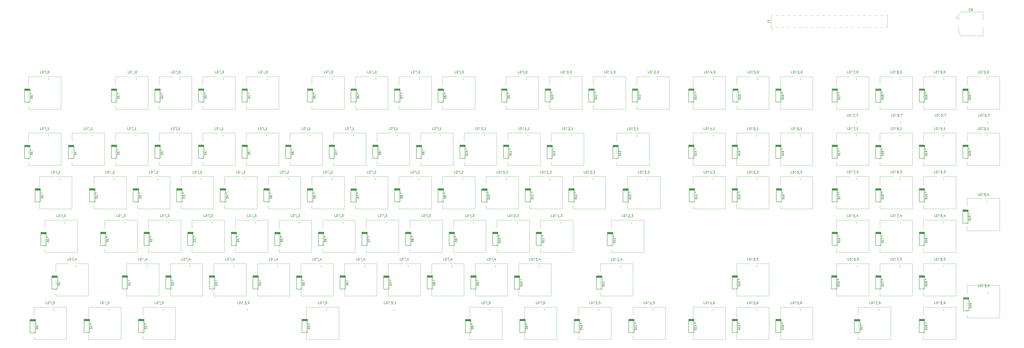
<source format=gbr>
G04 #@! TF.GenerationSoftware,KiCad,Pcbnew,(5.1.10)-1*
G04 #@! TF.CreationDate,2021-10-17T16:09:46+10:00*
G04 #@! TF.ProjectId,RedPyKeeb_mainboard,52656450-794b-4656-9562-5f6d61696e62,rev?*
G04 #@! TF.SameCoordinates,Original*
G04 #@! TF.FileFunction,Legend,Top*
G04 #@! TF.FilePolarity,Positive*
%FSLAX46Y46*%
G04 Gerber Fmt 4.6, Leading zero omitted, Abs format (unit mm)*
G04 Created by KiCad (PCBNEW (5.1.10)-1) date 2021-10-17 16:09:46*
%MOMM*%
%LPD*%
G01*
G04 APERTURE LIST*
%ADD10C,0.120000*%
%ADD11C,0.200000*%
%ADD12C,0.150000*%
%ADD13C,0.100000*%
%ADD14R,1.000000X3.150000*%
%ADD15R,0.800000X0.500000*%
%ADD16R,0.800000X0.300000*%
%ADD17R,0.500000X1.000000*%
%ADD18R,0.500000X2.180000*%
%ADD19C,0.800000*%
%ADD20C,1.600000*%
%ADD21R,1.600000X1.600000*%
%ADD22R,1.200000X1.200000*%
%ADD23C,1.750000*%
%ADD24C,4.000000*%
%ADD25C,3.000000*%
G04 APERTURE END LIST*
D10*
X388211600Y-26920500D02*
X389231600Y-26920500D01*
X362811600Y-21720500D02*
X363831600Y-21720500D01*
X372971600Y-26920500D02*
X373991600Y-26920500D01*
X383131600Y-26920500D02*
X384151600Y-26920500D01*
X380591600Y-26920500D02*
X381611600Y-26920500D01*
X383131600Y-21720500D02*
X384151600Y-21720500D01*
X385671600Y-21720500D02*
X386691600Y-21720500D01*
X352651600Y-26920500D02*
X353671600Y-26920500D01*
X347571600Y-21720500D02*
X348591600Y-21720500D01*
X360271600Y-21720500D02*
X361291600Y-21720500D01*
X355191600Y-21720500D02*
X356211600Y-21720500D01*
X362811600Y-26920500D02*
X363831600Y-26920500D01*
X350111600Y-21720500D02*
X351131600Y-21720500D01*
X367891600Y-21720500D02*
X368911600Y-21720500D01*
X352651600Y-21720500D02*
X353671600Y-21720500D01*
X357731600Y-21720500D02*
X358751600Y-21720500D01*
X370431600Y-21720500D02*
X371451600Y-21720500D01*
X388211600Y-21720500D02*
X389231600Y-21720500D01*
X355191600Y-26920500D02*
X356211600Y-26920500D01*
X367891600Y-26920500D02*
X368911600Y-26920500D01*
X378051600Y-21720500D02*
X379071600Y-21720500D01*
X385671600Y-26920500D02*
X386691600Y-26920500D01*
X375511600Y-26920500D02*
X376531600Y-26920500D01*
X350111600Y-26920500D02*
X351131600Y-26920500D01*
X378051600Y-26920500D02*
X379071600Y-26920500D01*
X390751600Y-26920500D02*
X391771600Y-26920500D01*
X365351600Y-21720500D02*
X366371600Y-21720500D01*
X365351600Y-26920500D02*
X366371600Y-26920500D01*
X360271600Y-26920500D02*
X361291600Y-26920500D01*
X380591600Y-21720500D02*
X381611600Y-21720500D01*
X372971600Y-21720500D02*
X373991600Y-21720500D01*
X375511600Y-21720500D02*
X376531600Y-21720500D01*
X370431600Y-26920500D02*
X371451600Y-26920500D01*
X390751600Y-21720500D02*
X391771600Y-21720500D01*
X347571600Y-26920500D02*
X348591600Y-26920500D01*
X357731600Y-26920500D02*
X358751600Y-26920500D01*
X342941600Y-26920500D02*
X342941600Y-21720500D01*
X393861600Y-26920500D02*
X393861600Y-21720500D01*
X343511600Y-28360500D02*
X343511600Y-26920500D01*
X342941600Y-26920500D02*
X343511600Y-26920500D01*
X342941600Y-21720500D02*
X343511600Y-21720500D01*
X393291600Y-26920500D02*
X393861600Y-26920500D01*
X393291600Y-21720500D02*
X393861600Y-21720500D01*
X345031600Y-26920500D02*
X346051600Y-26920500D01*
X345031600Y-21720500D02*
X346051600Y-21720500D01*
X347571600Y-26920500D02*
X348591600Y-26920500D01*
X347571600Y-21720500D02*
X348591600Y-21720500D01*
X350111600Y-26920500D02*
X351131600Y-26920500D01*
X350111600Y-21720500D02*
X351131600Y-21720500D01*
X352651600Y-26920500D02*
X353671600Y-26920500D01*
X352651600Y-21720500D02*
X353671600Y-21720500D01*
X355191600Y-26920500D02*
X356211600Y-26920500D01*
X355191600Y-21720500D02*
X356211600Y-21720500D01*
X357731600Y-26920500D02*
X358751600Y-26920500D01*
X357731600Y-21720500D02*
X358751600Y-21720500D01*
X360271600Y-26920500D02*
X361291600Y-26920500D01*
X360271600Y-21720500D02*
X361291600Y-21720500D01*
X362811600Y-26920500D02*
X363831600Y-26920500D01*
X362811600Y-21720500D02*
X363831600Y-21720500D01*
X365351600Y-26920500D02*
X366371600Y-26920500D01*
X365351600Y-21720500D02*
X366371600Y-21720500D01*
X367891600Y-26920500D02*
X368911600Y-26920500D01*
X367891600Y-21720500D02*
X368911600Y-21720500D01*
X370431600Y-26920500D02*
X371451600Y-26920500D01*
X370431600Y-21720500D02*
X371451600Y-21720500D01*
X372971600Y-26920500D02*
X373991600Y-26920500D01*
X372971600Y-21720500D02*
X373991600Y-21720500D01*
X375511600Y-26920500D02*
X376531600Y-26920500D01*
X375511600Y-21720500D02*
X376531600Y-21720500D01*
X378051600Y-26920500D02*
X379071600Y-26920500D01*
X378051600Y-21720500D02*
X379071600Y-21720500D01*
X380591600Y-26920500D02*
X381611600Y-26920500D01*
X380591600Y-21720500D02*
X381611600Y-21720500D01*
X383131600Y-26920500D02*
X384151600Y-26920500D01*
X383131600Y-21720500D02*
X384151600Y-21720500D01*
X385671600Y-26920500D02*
X386691600Y-26920500D01*
X385671600Y-21720500D02*
X386691600Y-21720500D01*
X388211600Y-26920500D02*
X389231600Y-26920500D01*
X388211600Y-21720500D02*
X389231600Y-21720500D01*
X390751600Y-26920500D02*
X391771600Y-26920500D01*
X390751600Y-21720500D02*
X391771600Y-21720500D01*
X64890500Y-47177500D02*
X64190500Y-47177500D01*
D11*
X94989500Y-54506700D02*
X92589500Y-54506700D01*
X94989500Y-54331700D02*
X92589500Y-54331700D01*
X94989500Y-54156700D02*
X92589500Y-54156700D01*
X92589500Y-53756700D02*
X94989500Y-53756700D01*
X94989500Y-53981700D02*
X92589500Y-53981700D01*
X94989500Y-53856700D02*
X92589500Y-53856700D01*
X94989500Y-53781700D02*
X94989500Y-59581700D01*
X94989500Y-59581700D02*
X92589500Y-59581700D01*
X92589500Y-59581700D02*
X92589500Y-53781700D01*
X75939500Y-54506700D02*
X73539500Y-54506700D01*
X75939500Y-54331700D02*
X73539500Y-54331700D01*
X75939500Y-54156700D02*
X73539500Y-54156700D01*
X73539500Y-53756700D02*
X75939500Y-53756700D01*
X75939500Y-53981700D02*
X73539500Y-53981700D01*
X75939500Y-53856700D02*
X73539500Y-53856700D01*
X75939500Y-53781700D02*
X75939500Y-59581700D01*
X75939500Y-59581700D02*
X73539500Y-59581700D01*
X73539500Y-59581700D02*
X73539500Y-53781700D01*
X54489500Y-59632500D02*
X54489500Y-53832500D01*
X56889500Y-59632500D02*
X54489500Y-59632500D01*
X56889500Y-53832500D02*
X56889500Y-59632500D01*
X56889500Y-53907500D02*
X54489500Y-53907500D01*
X56889500Y-54032500D02*
X54489500Y-54032500D01*
X54489500Y-53807500D02*
X56889500Y-53807500D01*
X56889500Y-54207500D02*
X54489500Y-54207500D01*
X56889500Y-54382500D02*
X54489500Y-54382500D01*
X56889500Y-54557500D02*
X54489500Y-54557500D01*
D10*
X108700000Y-62662500D02*
X108700000Y-48462500D01*
X108700000Y-48462500D02*
X94500000Y-48462500D01*
X94500000Y-48462500D02*
X94500000Y-62662500D01*
X94500000Y-62662500D02*
X108700000Y-62662500D01*
X102990500Y-47177500D02*
X102290500Y-47177500D01*
X122040500Y-47177500D02*
X121340500Y-47177500D01*
X89650000Y-62662500D02*
X89650000Y-48462500D01*
X89650000Y-48462500D02*
X75450000Y-48462500D01*
X75450000Y-48462500D02*
X75450000Y-62662500D01*
X75450000Y-62662500D02*
X89650000Y-62662500D01*
X83940500Y-47177500D02*
X83240500Y-47177500D01*
D11*
X114039500Y-54506700D02*
X111639500Y-54506700D01*
X114039500Y-54331700D02*
X111639500Y-54331700D01*
X114039500Y-54156700D02*
X111639500Y-54156700D01*
X111639500Y-53756700D02*
X114039500Y-53756700D01*
X114039500Y-53981700D02*
X111639500Y-53981700D01*
X114039500Y-53856700D02*
X111639500Y-53856700D01*
X114039500Y-53781700D02*
X114039500Y-59581700D01*
X114039500Y-59581700D02*
X111639500Y-59581700D01*
X111639500Y-59581700D02*
X111639500Y-53781700D01*
D10*
X127750000Y-62662500D02*
X127750000Y-48462500D01*
X127750000Y-48462500D02*
X113550000Y-48462500D01*
X113550000Y-48462500D02*
X113550000Y-62662500D01*
X113550000Y-62662500D02*
X127750000Y-62662500D01*
X56400000Y-62662500D02*
X70600000Y-62662500D01*
X56400000Y-48462500D02*
X56400000Y-62662500D01*
X70600000Y-48462500D02*
X56400000Y-48462500D01*
X70600000Y-62662500D02*
X70600000Y-48462500D01*
X424163700Y-21976900D02*
X424163700Y-23226900D01*
X423538700Y-22601900D02*
X424788700Y-22601900D01*
X425028700Y-29557463D02*
X426093137Y-30621900D01*
X425028700Y-21166337D02*
X426093137Y-20101900D01*
X425028700Y-21166337D02*
X425028700Y-23851900D01*
X425028700Y-29557463D02*
X425028700Y-26871900D01*
X426093137Y-30621900D02*
X435548700Y-30621900D01*
X426093137Y-20101900D02*
X435548700Y-20101900D01*
X435548700Y-20101900D02*
X435548700Y-23851900D01*
X435548700Y-30621900D02*
X435548700Y-26871900D01*
X428668750Y-153943750D02*
X442868750Y-153943750D01*
X428668750Y-139743750D02*
X428668750Y-153943750D01*
X442868750Y-139743750D02*
X428668750Y-139743750D01*
X442868750Y-153943750D02*
X442868750Y-139743750D01*
X437222750Y-140617750D02*
X436522750Y-140617750D01*
D11*
X427012250Y-150862950D02*
X427012250Y-145062950D01*
X429412250Y-150862950D02*
X427012250Y-150862950D01*
X429412250Y-145062950D02*
X429412250Y-150862950D01*
X429412250Y-145137950D02*
X427012250Y-145137950D01*
X429412250Y-145262950D02*
X427012250Y-145262950D01*
X427012250Y-145037950D02*
X429412250Y-145037950D01*
X429412250Y-145437950D02*
X427012250Y-145437950D01*
X429412250Y-145612950D02*
X427012250Y-145612950D01*
X429412250Y-145787950D02*
X427012250Y-145787950D01*
D10*
X417918750Y-148110750D02*
X417218750Y-148110750D01*
X409618750Y-163468750D02*
X423818750Y-163468750D01*
X409618750Y-149268750D02*
X409618750Y-163468750D01*
X423818750Y-149268750D02*
X409618750Y-149268750D01*
X423818750Y-163468750D02*
X423818750Y-149268750D01*
D11*
X407708250Y-160387950D02*
X407708250Y-154587950D01*
X410108250Y-160387950D02*
X407708250Y-160387950D01*
X410108250Y-154587950D02*
X410108250Y-160387950D01*
X410108250Y-154662950D02*
X407708250Y-154662950D01*
X410108250Y-154787950D02*
X407708250Y-154787950D01*
X407708250Y-154562950D02*
X410108250Y-154562950D01*
X410108250Y-154962950D02*
X407708250Y-154962950D01*
X410108250Y-155137950D02*
X407708250Y-155137950D01*
X410108250Y-155312950D02*
X407708250Y-155312950D01*
D10*
X417918750Y-129060750D02*
X417218750Y-129060750D01*
X409618750Y-144418750D02*
X423818750Y-144418750D01*
X409618750Y-130218750D02*
X409618750Y-144418750D01*
X423818750Y-130218750D02*
X409618750Y-130218750D01*
X423818750Y-144418750D02*
X423818750Y-130218750D01*
D11*
X407708250Y-141337950D02*
X407708250Y-135537950D01*
X410108250Y-141337950D02*
X407708250Y-141337950D01*
X410108250Y-135537950D02*
X410108250Y-141337950D01*
X410108250Y-135612950D02*
X407708250Y-135612950D01*
X410108250Y-135737950D02*
X407708250Y-135737950D01*
X407708250Y-135512950D02*
X410108250Y-135512950D01*
X410108250Y-135912950D02*
X407708250Y-135912950D01*
X410108250Y-136087950D02*
X407708250Y-136087950D01*
X410108250Y-136262950D02*
X407708250Y-136262950D01*
D10*
X390568750Y-144418750D02*
X404768750Y-144418750D01*
X390568750Y-130218750D02*
X390568750Y-144418750D01*
X404768750Y-130218750D02*
X390568750Y-130218750D01*
X404768750Y-144418750D02*
X404768750Y-130218750D01*
D11*
X388658250Y-141337950D02*
X388658250Y-135537950D01*
X391058250Y-141337950D02*
X388658250Y-141337950D01*
X391058250Y-135537950D02*
X391058250Y-141337950D01*
X391058250Y-135612950D02*
X388658250Y-135612950D01*
X391058250Y-135737950D02*
X388658250Y-135737950D01*
X388658250Y-135512950D02*
X391058250Y-135512950D01*
X391058250Y-135912950D02*
X388658250Y-135912950D01*
X391058250Y-136087950D02*
X388658250Y-136087950D01*
X391058250Y-136262950D02*
X388658250Y-136262950D01*
D10*
X398868750Y-129060750D02*
X398168750Y-129060750D01*
X417918750Y-110010750D02*
X417218750Y-110010750D01*
X409618750Y-125368750D02*
X423818750Y-125368750D01*
X409618750Y-111168750D02*
X409618750Y-125368750D01*
X423818750Y-111168750D02*
X409618750Y-111168750D01*
X423818750Y-125368750D02*
X423818750Y-111168750D01*
D11*
X407708250Y-122287950D02*
X407708250Y-116487950D01*
X410108250Y-122287950D02*
X407708250Y-122287950D01*
X410108250Y-116487950D02*
X410108250Y-122287950D01*
X410108250Y-116562950D02*
X407708250Y-116562950D01*
X410108250Y-116687950D02*
X407708250Y-116687950D01*
X407708250Y-116462950D02*
X410108250Y-116462950D01*
X410108250Y-116862950D02*
X407708250Y-116862950D01*
X410108250Y-117037950D02*
X407708250Y-117037950D01*
X410108250Y-117212950D02*
X407708250Y-117212950D01*
D10*
X398868750Y-110010750D02*
X398168750Y-110010750D01*
X390568750Y-125368750D02*
X404768750Y-125368750D01*
X390568750Y-111168750D02*
X390568750Y-125368750D01*
X404768750Y-111168750D02*
X390568750Y-111168750D01*
X404768750Y-125368750D02*
X404768750Y-111168750D01*
D11*
X388658250Y-122287950D02*
X388658250Y-116487950D01*
X391058250Y-122287950D02*
X388658250Y-122287950D01*
X391058250Y-116487950D02*
X391058250Y-122287950D01*
X391058250Y-116562950D02*
X388658250Y-116562950D01*
X391058250Y-116687950D02*
X388658250Y-116687950D01*
X388658250Y-116462950D02*
X391058250Y-116462950D01*
X391058250Y-116862950D02*
X388658250Y-116862950D01*
X391058250Y-117037950D02*
X388658250Y-117037950D01*
X391058250Y-117212950D02*
X388658250Y-117212950D01*
D10*
X389597750Y-148110750D02*
X388897750Y-148110750D01*
X381043750Y-163468750D02*
X395243750Y-163468750D01*
X381043750Y-149268750D02*
X381043750Y-163468750D01*
X395243750Y-149268750D02*
X381043750Y-149268750D01*
X395243750Y-163468750D02*
X395243750Y-149268750D01*
D11*
X379387250Y-160438750D02*
X379387250Y-154638750D01*
X381787250Y-160438750D02*
X379387250Y-160438750D01*
X381787250Y-154638750D02*
X381787250Y-160438750D01*
X381787250Y-154713750D02*
X379387250Y-154713750D01*
X381787250Y-154838750D02*
X379387250Y-154838750D01*
X379387250Y-154613750D02*
X381787250Y-154613750D01*
X381787250Y-155013750D02*
X379387250Y-155013750D01*
X381787250Y-155188750D02*
X379387250Y-155188750D01*
X381787250Y-155363750D02*
X379387250Y-155363750D01*
D10*
X371518750Y-144418750D02*
X385718750Y-144418750D01*
X371518750Y-130218750D02*
X371518750Y-144418750D01*
X385718750Y-130218750D02*
X371518750Y-130218750D01*
X385718750Y-144418750D02*
X385718750Y-130218750D01*
X380072750Y-129060750D02*
X379372750Y-129060750D01*
D11*
X369354250Y-141337950D02*
X369354250Y-135537950D01*
X371754250Y-141337950D02*
X369354250Y-141337950D01*
X371754250Y-135537950D02*
X371754250Y-141337950D01*
X371754250Y-135612950D02*
X369354250Y-135612950D01*
X371754250Y-135737950D02*
X369354250Y-135737950D01*
X369354250Y-135512950D02*
X371754250Y-135512950D01*
X371754250Y-135912950D02*
X369354250Y-135912950D01*
X371754250Y-136087950D02*
X369354250Y-136087950D01*
X371754250Y-136262950D02*
X369354250Y-136262950D01*
D10*
X371518750Y-125368750D02*
X385718750Y-125368750D01*
X371518750Y-111168750D02*
X371518750Y-125368750D01*
X385718750Y-111168750D02*
X371518750Y-111168750D01*
X385718750Y-125368750D02*
X385718750Y-111168750D01*
X379818750Y-110010750D02*
X379118750Y-110010750D01*
D11*
X369608250Y-122287950D02*
X369608250Y-116487950D01*
X372008250Y-122287950D02*
X369608250Y-122287950D01*
X372008250Y-116487950D02*
X372008250Y-122287950D01*
X372008250Y-116562950D02*
X369608250Y-116562950D01*
X372008250Y-116687950D02*
X369608250Y-116687950D01*
X369608250Y-116462950D02*
X372008250Y-116462950D01*
X372008250Y-116862950D02*
X369608250Y-116862950D01*
X372008250Y-117037950D02*
X369608250Y-117037950D01*
X372008250Y-117212950D02*
X369608250Y-117212950D01*
D10*
X436968750Y-100739750D02*
X436268750Y-100739750D01*
X428668750Y-115843750D02*
X442868750Y-115843750D01*
X428668750Y-101643750D02*
X428668750Y-115843750D01*
X442868750Y-101643750D02*
X428668750Y-101643750D01*
X442868750Y-115843750D02*
X442868750Y-101643750D01*
D11*
X426758250Y-112559750D02*
X426758250Y-106759750D01*
X429158250Y-112559750D02*
X426758250Y-112559750D01*
X429158250Y-106759750D02*
X429158250Y-112559750D01*
X429158250Y-106834750D02*
X426758250Y-106834750D01*
X429158250Y-106959750D02*
X426758250Y-106959750D01*
X426758250Y-106734750D02*
X429158250Y-106734750D01*
X429158250Y-107134750D02*
X426758250Y-107134750D01*
X429158250Y-107309750D02*
X426758250Y-107309750D01*
X429158250Y-107484750D02*
X426758250Y-107484750D01*
D10*
X417918750Y-90859150D02*
X417218750Y-90859150D01*
X409618750Y-106318750D02*
X423818750Y-106318750D01*
X409618750Y-92118750D02*
X409618750Y-106318750D01*
X423818750Y-92118750D02*
X409618750Y-92118750D01*
X423818750Y-106318750D02*
X423818750Y-92118750D01*
D11*
X407708250Y-103237950D02*
X407708250Y-97437950D01*
X410108250Y-103237950D02*
X407708250Y-103237950D01*
X410108250Y-97437950D02*
X410108250Y-103237950D01*
X410108250Y-97512950D02*
X407708250Y-97512950D01*
X410108250Y-97637950D02*
X407708250Y-97637950D01*
X407708250Y-97412950D02*
X410108250Y-97412950D01*
X410108250Y-97812950D02*
X407708250Y-97812950D01*
X410108250Y-97987950D02*
X407708250Y-97987950D01*
X410108250Y-98162950D02*
X407708250Y-98162950D01*
D10*
X390568750Y-106318750D02*
X404768750Y-106318750D01*
X390568750Y-92118750D02*
X390568750Y-106318750D01*
X404768750Y-92118750D02*
X390568750Y-92118750D01*
X404768750Y-106318750D02*
X404768750Y-92118750D01*
X398868750Y-90859150D02*
X398168750Y-90859150D01*
D11*
X388658250Y-103237950D02*
X388658250Y-97437950D01*
X391058250Y-103237950D02*
X388658250Y-103237950D01*
X391058250Y-97437950D02*
X391058250Y-103237950D01*
X391058250Y-97512950D02*
X388658250Y-97512950D01*
X391058250Y-97637950D02*
X388658250Y-97637950D01*
X388658250Y-97412950D02*
X391058250Y-97412950D01*
X391058250Y-97812950D02*
X388658250Y-97812950D01*
X391058250Y-97987950D02*
X388658250Y-97987950D01*
X391058250Y-98162950D02*
X388658250Y-98162950D01*
D10*
X371518750Y-106318750D02*
X385718750Y-106318750D01*
X371518750Y-92118750D02*
X371518750Y-106318750D01*
X385718750Y-92118750D02*
X371518750Y-92118750D01*
X385718750Y-106318750D02*
X385718750Y-92118750D01*
D11*
X369608250Y-103237950D02*
X369608250Y-97437950D01*
X372008250Y-103237950D02*
X369608250Y-103237950D01*
X372008250Y-97437950D02*
X372008250Y-103237950D01*
X372008250Y-97512950D02*
X369608250Y-97512950D01*
X372008250Y-97637950D02*
X369608250Y-97637950D01*
X369608250Y-97412950D02*
X372008250Y-97412950D01*
X372008250Y-97812950D02*
X369608250Y-97812950D01*
X372008250Y-97987950D02*
X369608250Y-97987950D01*
X372008250Y-98162950D02*
X369608250Y-98162950D01*
D10*
X379818750Y-90859150D02*
X379118750Y-90859150D01*
X436968750Y-71910750D02*
X436268750Y-71910750D01*
D11*
X426758250Y-84187950D02*
X426758250Y-78387950D01*
X429158250Y-84187950D02*
X426758250Y-84187950D01*
X429158250Y-78387950D02*
X429158250Y-84187950D01*
X429158250Y-78462950D02*
X426758250Y-78462950D01*
X429158250Y-78587950D02*
X426758250Y-78587950D01*
X426758250Y-78362950D02*
X429158250Y-78362950D01*
X429158250Y-78762950D02*
X426758250Y-78762950D01*
X429158250Y-78937950D02*
X426758250Y-78937950D01*
X429158250Y-79112950D02*
X426758250Y-79112950D01*
D10*
X428668750Y-87268750D02*
X442868750Y-87268750D01*
X428668750Y-73068750D02*
X428668750Y-87268750D01*
X442868750Y-73068750D02*
X428668750Y-73068750D01*
X442868750Y-87268750D02*
X442868750Y-73068750D01*
X409618750Y-87268750D02*
X423818750Y-87268750D01*
X409618750Y-73068750D02*
X409618750Y-87268750D01*
X423818750Y-73068750D02*
X409618750Y-73068750D01*
X423818750Y-87268750D02*
X423818750Y-73068750D01*
X417918750Y-71923450D02*
X417218750Y-71923450D01*
D11*
X407708250Y-84187950D02*
X407708250Y-78387950D01*
X410108250Y-84187950D02*
X407708250Y-84187950D01*
X410108250Y-78387950D02*
X410108250Y-84187950D01*
X410108250Y-78462950D02*
X407708250Y-78462950D01*
X410108250Y-78587950D02*
X407708250Y-78587950D01*
X407708250Y-78362950D02*
X410108250Y-78362950D01*
X410108250Y-78762950D02*
X407708250Y-78762950D01*
X410108250Y-78937950D02*
X407708250Y-78937950D01*
X410108250Y-79112950D02*
X407708250Y-79112950D01*
D10*
X390568750Y-87268750D02*
X404768750Y-87268750D01*
X390568750Y-73068750D02*
X390568750Y-87268750D01*
X404768750Y-73068750D02*
X390568750Y-73068750D01*
X404768750Y-87268750D02*
X404768750Y-73068750D01*
X398868750Y-71910750D02*
X398168750Y-71910750D01*
D11*
X388658250Y-84238750D02*
X388658250Y-78438750D01*
X391058250Y-84238750D02*
X388658250Y-84238750D01*
X391058250Y-78438750D02*
X391058250Y-84238750D01*
X391058250Y-78513750D02*
X388658250Y-78513750D01*
X391058250Y-78638750D02*
X388658250Y-78638750D01*
X388658250Y-78413750D02*
X391058250Y-78413750D01*
X391058250Y-78813750D02*
X388658250Y-78813750D01*
X391058250Y-78988750D02*
X388658250Y-78988750D01*
X391058250Y-79163750D02*
X388658250Y-79163750D01*
D10*
X371518750Y-87268750D02*
X385718750Y-87268750D01*
X371518750Y-73068750D02*
X371518750Y-87268750D01*
X385718750Y-73068750D02*
X371518750Y-73068750D01*
X385718750Y-87268750D02*
X385718750Y-73068750D01*
D11*
X369608250Y-84187950D02*
X369608250Y-78387950D01*
X372008250Y-84187950D02*
X369608250Y-84187950D01*
X372008250Y-78387950D02*
X372008250Y-84187950D01*
X372008250Y-78462950D02*
X369608250Y-78462950D01*
X372008250Y-78587950D02*
X369608250Y-78587950D01*
X369608250Y-78362950D02*
X372008250Y-78362950D01*
X372008250Y-78762950D02*
X369608250Y-78762950D01*
X372008250Y-78937950D02*
X369608250Y-78937950D01*
X372008250Y-79112950D02*
X369608250Y-79112950D01*
D10*
X379818750Y-71910750D02*
X379118750Y-71910750D01*
X428668750Y-62662500D02*
X442868750Y-62662500D01*
X428668750Y-48462500D02*
X428668750Y-62662500D01*
X442868750Y-48462500D02*
X428668750Y-48462500D01*
X442868750Y-62662500D02*
X442868750Y-48462500D01*
X436968750Y-47190200D02*
X436268750Y-47190200D01*
X437222750Y-66100500D02*
X436522750Y-66100500D01*
D11*
X426758250Y-59632500D02*
X426758250Y-53832500D01*
X429158250Y-59632500D02*
X426758250Y-59632500D01*
X429158250Y-53832500D02*
X429158250Y-59632500D01*
X429158250Y-53907500D02*
X426758250Y-53907500D01*
X429158250Y-54032500D02*
X426758250Y-54032500D01*
X426758250Y-53807500D02*
X429158250Y-53807500D01*
X429158250Y-54207500D02*
X426758250Y-54207500D01*
X429158250Y-54382500D02*
X426758250Y-54382500D01*
X429158250Y-54557500D02*
X426758250Y-54557500D01*
D10*
X418172750Y-66049700D02*
X417472750Y-66049700D01*
X417906050Y-47190200D02*
X417206050Y-47190200D01*
X409618750Y-62662500D02*
X423818750Y-62662500D01*
X409618750Y-48462500D02*
X409618750Y-62662500D01*
X423818750Y-48462500D02*
X409618750Y-48462500D01*
X423818750Y-62662500D02*
X423818750Y-48462500D01*
D11*
X407708250Y-59581700D02*
X407708250Y-53781700D01*
X410108250Y-59581700D02*
X407708250Y-59581700D01*
X410108250Y-53781700D02*
X410108250Y-59581700D01*
X410108250Y-53856700D02*
X407708250Y-53856700D01*
X410108250Y-53981700D02*
X407708250Y-53981700D01*
X407708250Y-53756700D02*
X410108250Y-53756700D01*
X410108250Y-54156700D02*
X407708250Y-54156700D01*
X410108250Y-54331700D02*
X407708250Y-54331700D01*
X410108250Y-54506700D02*
X407708250Y-54506700D01*
D10*
X399122750Y-66062400D02*
X398422750Y-66062400D01*
X398856050Y-47202900D02*
X398156050Y-47202900D01*
X390568750Y-62662500D02*
X404768750Y-62662500D01*
X390568750Y-48462500D02*
X390568750Y-62662500D01*
X404768750Y-48462500D02*
X390568750Y-48462500D01*
X404768750Y-62662500D02*
X404768750Y-48462500D01*
D11*
X388658250Y-59594400D02*
X388658250Y-53794400D01*
X391058250Y-59594400D02*
X388658250Y-59594400D01*
X391058250Y-53794400D02*
X391058250Y-59594400D01*
X391058250Y-53869400D02*
X388658250Y-53869400D01*
X391058250Y-53994400D02*
X388658250Y-53994400D01*
X388658250Y-53769400D02*
X391058250Y-53769400D01*
X391058250Y-54169400D02*
X388658250Y-54169400D01*
X391058250Y-54344400D02*
X388658250Y-54344400D01*
X391058250Y-54519400D02*
X388658250Y-54519400D01*
D10*
X379806050Y-47190200D02*
X379106050Y-47190200D01*
X371518750Y-62662500D02*
X385718750Y-62662500D01*
X371518750Y-48462500D02*
X371518750Y-62662500D01*
X385718750Y-48462500D02*
X371518750Y-48462500D01*
X385718750Y-62662500D02*
X385718750Y-48462500D01*
D11*
X306902000Y-59581700D02*
X306902000Y-53781700D01*
X309302000Y-59581700D02*
X306902000Y-59581700D01*
X309302000Y-53781700D02*
X309302000Y-59581700D01*
X309302000Y-53856700D02*
X306902000Y-53856700D01*
X309302000Y-53981700D02*
X306902000Y-53981700D01*
X306902000Y-53756700D02*
X309302000Y-53756700D01*
X309302000Y-54156700D02*
X306902000Y-54156700D01*
X309302000Y-54331700D02*
X306902000Y-54331700D01*
X309302000Y-54506700D02*
X306902000Y-54506700D01*
D10*
X308812500Y-62662500D02*
X323012500Y-62662500D01*
X308812500Y-48462500D02*
X308812500Y-62662500D01*
X323012500Y-48462500D02*
X308812500Y-48462500D01*
X323012500Y-62662500D02*
X323012500Y-48462500D01*
X317303000Y-47177500D02*
X316603000Y-47177500D01*
X327862500Y-87268750D02*
X342062500Y-87268750D01*
X327862500Y-73068750D02*
X327862500Y-87268750D01*
X342062500Y-73068750D02*
X327862500Y-73068750D01*
X342062500Y-87268750D02*
X342062500Y-73068750D01*
X317112500Y-71910750D02*
X316412500Y-71910750D01*
X308812500Y-87268750D02*
X323012500Y-87268750D01*
X308812500Y-73068750D02*
X308812500Y-87268750D01*
X323012500Y-73068750D02*
X308812500Y-73068750D01*
X323012500Y-87268750D02*
X323012500Y-73068750D01*
D11*
X306902000Y-84187950D02*
X306902000Y-78387950D01*
X309302000Y-84187950D02*
X306902000Y-84187950D01*
X309302000Y-78387950D02*
X309302000Y-84187950D01*
X309302000Y-78462950D02*
X306902000Y-78462950D01*
X309302000Y-78587950D02*
X306902000Y-78587950D01*
X306902000Y-78362950D02*
X309302000Y-78362950D01*
X309302000Y-78762950D02*
X306902000Y-78762950D01*
X309302000Y-78937950D02*
X306902000Y-78937950D01*
X309302000Y-79112950D02*
X306902000Y-79112950D01*
D10*
X336162500Y-71910750D02*
X335462500Y-71910750D01*
X379755250Y-66100500D02*
X379055250Y-66100500D01*
D11*
X369608250Y-59581700D02*
X369608250Y-53781700D01*
X372008250Y-59581700D02*
X369608250Y-59581700D01*
X372008250Y-53781700D02*
X372008250Y-59581700D01*
X372008250Y-53856700D02*
X369608250Y-53856700D01*
X372008250Y-53981700D02*
X369608250Y-53981700D01*
X369608250Y-53756700D02*
X372008250Y-53756700D01*
X372008250Y-54156700D02*
X369608250Y-54156700D01*
X372008250Y-54331700D02*
X369608250Y-54331700D01*
X372008250Y-54506700D02*
X369608250Y-54506700D01*
D10*
X346912500Y-62662500D02*
X361112500Y-62662500D01*
X346912500Y-48462500D02*
X346912500Y-62662500D01*
X361112500Y-48462500D02*
X346912500Y-48462500D01*
X361112500Y-62662500D02*
X361112500Y-48462500D01*
X355403000Y-47177500D02*
X354703000Y-47177500D01*
X327862500Y-62662500D02*
X342062500Y-62662500D01*
X327862500Y-48462500D02*
X327862500Y-62662500D01*
X342062500Y-48462500D02*
X327862500Y-48462500D01*
X342062500Y-62662500D02*
X342062500Y-48462500D01*
X336353000Y-47177500D02*
X335653000Y-47177500D01*
D11*
X326206000Y-59581700D02*
X326206000Y-53781700D01*
X328606000Y-59581700D02*
X326206000Y-59581700D01*
X328606000Y-53781700D02*
X328606000Y-59581700D01*
X328606000Y-53856700D02*
X326206000Y-53856700D01*
X328606000Y-53981700D02*
X326206000Y-53981700D01*
X326206000Y-53756700D02*
X328606000Y-53756700D01*
X328606000Y-54156700D02*
X326206000Y-54156700D01*
X328606000Y-54331700D02*
X326206000Y-54331700D01*
X328606000Y-54506700D02*
X326206000Y-54506700D01*
D10*
X346912500Y-163468750D02*
X361112500Y-163468750D01*
X346912500Y-149268750D02*
X346912500Y-163468750D01*
X361112500Y-149268750D02*
X346912500Y-149268750D01*
X361112500Y-163468750D02*
X361112500Y-149268750D01*
X355212500Y-148110750D02*
X354512500Y-148110750D01*
D11*
X345002000Y-160387950D02*
X345002000Y-154587950D01*
X347402000Y-160387950D02*
X345002000Y-160387950D01*
X347402000Y-154587950D02*
X347402000Y-160387950D01*
X347402000Y-154662950D02*
X345002000Y-154662950D01*
X347402000Y-154787950D02*
X345002000Y-154787950D01*
X345002000Y-154562950D02*
X347402000Y-154562950D01*
X347402000Y-154962950D02*
X345002000Y-154962950D01*
X347402000Y-155137950D02*
X345002000Y-155137950D01*
X347402000Y-155312950D02*
X345002000Y-155312950D01*
X325952000Y-141337950D02*
X325952000Y-135537950D01*
X328352000Y-141337950D02*
X325952000Y-141337950D01*
X328352000Y-135537950D02*
X328352000Y-141337950D01*
X328352000Y-135612950D02*
X325952000Y-135612950D01*
X328352000Y-135737950D02*
X325952000Y-135737950D01*
X325952000Y-135512950D02*
X328352000Y-135512950D01*
X328352000Y-135912950D02*
X325952000Y-135912950D01*
X328352000Y-136087950D02*
X325952000Y-136087950D01*
X328352000Y-136262950D02*
X325952000Y-136262950D01*
D10*
X336162500Y-129009950D02*
X335462500Y-129009950D01*
X327862500Y-144418750D02*
X342062500Y-144418750D01*
X327862500Y-130218750D02*
X327862500Y-144418750D01*
X342062500Y-130218750D02*
X327862500Y-130218750D01*
X342062500Y-144418750D02*
X342062500Y-130218750D01*
X327862500Y-163468750D02*
X342062500Y-163468750D01*
X327862500Y-149268750D02*
X327862500Y-163468750D01*
X342062500Y-149268750D02*
X327862500Y-149268750D01*
X342062500Y-163468750D02*
X342062500Y-149268750D01*
D11*
X325952000Y-160387950D02*
X325952000Y-154587950D01*
X328352000Y-160387950D02*
X325952000Y-160387950D01*
X328352000Y-154587950D02*
X328352000Y-160387950D01*
X328352000Y-154662950D02*
X325952000Y-154662950D01*
X328352000Y-154787950D02*
X325952000Y-154787950D01*
X325952000Y-154562950D02*
X328352000Y-154562950D01*
X328352000Y-154962950D02*
X325952000Y-154962950D01*
X328352000Y-155137950D02*
X325952000Y-155137950D01*
X328352000Y-155312950D02*
X325952000Y-155312950D01*
D10*
X308812500Y-106318750D02*
X323012500Y-106318750D01*
X308812500Y-92118750D02*
X308812500Y-106318750D01*
X323012500Y-92118750D02*
X308812500Y-92118750D01*
X323012500Y-106318750D02*
X323012500Y-92118750D01*
X308812500Y-163468750D02*
X323012500Y-163468750D01*
X308812500Y-149268750D02*
X308812500Y-163468750D01*
X323012500Y-149268750D02*
X308812500Y-149268750D01*
X323012500Y-163468750D02*
X323012500Y-149268750D01*
X336162500Y-90960750D02*
X335462500Y-90960750D01*
X355290700Y-71936150D02*
X354590700Y-71936150D01*
D11*
X307156000Y-103237950D02*
X307156000Y-97437950D01*
X309556000Y-103237950D02*
X307156000Y-103237950D01*
X309556000Y-97437950D02*
X309556000Y-103237950D01*
X309556000Y-97512950D02*
X307156000Y-97512950D01*
X309556000Y-97637950D02*
X307156000Y-97637950D01*
X307156000Y-97412950D02*
X309556000Y-97412950D01*
X309556000Y-97812950D02*
X307156000Y-97812950D01*
X309556000Y-97987950D02*
X307156000Y-97987950D01*
X309556000Y-98162950D02*
X307156000Y-98162950D01*
D10*
X317112500Y-90960750D02*
X316412500Y-90960750D01*
D11*
X345256000Y-103237950D02*
X345256000Y-97437950D01*
X347656000Y-103237950D02*
X345256000Y-103237950D01*
X347656000Y-97437950D02*
X347656000Y-103237950D01*
X347656000Y-97512950D02*
X345256000Y-97512950D01*
X347656000Y-97637950D02*
X345256000Y-97637950D01*
X345256000Y-97412950D02*
X347656000Y-97412950D01*
X347656000Y-97812950D02*
X345256000Y-97812950D01*
X347656000Y-97987950D02*
X345256000Y-97987950D01*
X347656000Y-98162950D02*
X345256000Y-98162950D01*
X345002000Y-84187950D02*
X345002000Y-78387950D01*
X347402000Y-84187950D02*
X345002000Y-84187950D01*
X347402000Y-78387950D02*
X347402000Y-84187950D01*
X347402000Y-78462950D02*
X345002000Y-78462950D01*
X347402000Y-78587950D02*
X345002000Y-78587950D01*
X345002000Y-78362950D02*
X347402000Y-78362950D01*
X347402000Y-78762950D02*
X345002000Y-78762950D01*
X347402000Y-78937950D02*
X345002000Y-78937950D01*
X347402000Y-79112950D02*
X345002000Y-79112950D01*
X345002000Y-59581700D02*
X345002000Y-53781700D01*
X347402000Y-59581700D02*
X345002000Y-59581700D01*
X347402000Y-53781700D02*
X347402000Y-59581700D01*
X347402000Y-53856700D02*
X345002000Y-53856700D01*
X347402000Y-53981700D02*
X345002000Y-53981700D01*
X345002000Y-53756700D02*
X347402000Y-53756700D01*
X347402000Y-54156700D02*
X345002000Y-54156700D01*
X347402000Y-54331700D02*
X345002000Y-54331700D01*
X347402000Y-54506700D02*
X345002000Y-54506700D01*
X306902000Y-160387950D02*
X306902000Y-154587950D01*
X309302000Y-160387950D02*
X306902000Y-160387950D01*
X309302000Y-154587950D02*
X309302000Y-160387950D01*
X309302000Y-154662950D02*
X306902000Y-154662950D01*
X309302000Y-154787950D02*
X306902000Y-154787950D01*
X306902000Y-154562950D02*
X309302000Y-154562950D01*
X309302000Y-154962950D02*
X306902000Y-154962950D01*
X309302000Y-155137950D02*
X306902000Y-155137950D01*
X309302000Y-155312950D02*
X306902000Y-155312950D01*
D10*
X327862500Y-106318750D02*
X342062500Y-106318750D01*
X327862500Y-92118750D02*
X327862500Y-106318750D01*
X342062500Y-92118750D02*
X327862500Y-92118750D01*
X342062500Y-106318750D02*
X342062500Y-92118750D01*
X346912500Y-87268750D02*
X361112500Y-87268750D01*
X346912500Y-73068750D02*
X346912500Y-87268750D01*
X361112500Y-73068750D02*
X346912500Y-73068750D01*
X361112500Y-87268750D02*
X361112500Y-73068750D01*
X355212500Y-90960750D02*
X354512500Y-90960750D01*
D11*
X325952000Y-103237950D02*
X325952000Y-97437950D01*
X328352000Y-103237950D02*
X325952000Y-103237950D01*
X328352000Y-97437950D02*
X328352000Y-103237950D01*
X328352000Y-97512950D02*
X325952000Y-97512950D01*
X328352000Y-97637950D02*
X325952000Y-97637950D01*
X325952000Y-97412950D02*
X328352000Y-97412950D01*
X328352000Y-97812950D02*
X325952000Y-97812950D01*
X328352000Y-97987950D02*
X325952000Y-97987950D01*
X328352000Y-98162950D02*
X325952000Y-98162950D01*
D10*
X317112500Y-148110750D02*
X316412500Y-148110750D01*
X346912500Y-106318750D02*
X361112500Y-106318750D01*
X346912500Y-92118750D02*
X346912500Y-106318750D01*
X361112500Y-92118750D02*
X346912500Y-92118750D01*
X361112500Y-106318750D02*
X361112500Y-92118750D01*
X336162500Y-148110750D02*
X335462500Y-148110750D01*
D11*
X325952000Y-84187950D02*
X325952000Y-78387950D01*
X328352000Y-84187950D02*
X325952000Y-84187950D01*
X328352000Y-78387950D02*
X328352000Y-84187950D01*
X328352000Y-78462950D02*
X325952000Y-78462950D01*
X328352000Y-78587950D02*
X325952000Y-78587950D01*
X325952000Y-78362950D02*
X328352000Y-78362950D01*
X328352000Y-78762950D02*
X325952000Y-78762950D01*
X328352000Y-78937950D02*
X325952000Y-78937950D01*
X328352000Y-79112950D02*
X325952000Y-79112950D01*
D10*
X282618750Y-163468750D02*
X296818750Y-163468750D01*
X282618750Y-149268750D02*
X282618750Y-163468750D01*
X296818750Y-149268750D02*
X282618750Y-149268750D01*
X296818750Y-163468750D02*
X296818750Y-149268750D01*
D11*
X280708250Y-160387950D02*
X280708250Y-154587950D01*
X283108250Y-160387950D02*
X280708250Y-160387950D01*
X283108250Y-154587950D02*
X283108250Y-160387950D01*
X283108250Y-154662950D02*
X280708250Y-154662950D01*
X283108250Y-154787950D02*
X280708250Y-154787950D01*
X280708250Y-154562950D02*
X283108250Y-154562950D01*
X283108250Y-154962950D02*
X280708250Y-154962950D01*
X283108250Y-155137950D02*
X280708250Y-155137950D01*
X283108250Y-155312950D02*
X280708250Y-155312950D01*
D10*
X290918750Y-148110750D02*
X290218750Y-148110750D01*
X258806250Y-163468750D02*
X273006250Y-163468750D01*
X258806250Y-149268750D02*
X258806250Y-163468750D01*
X273006250Y-149268750D02*
X258806250Y-149268750D01*
X273006250Y-163468750D02*
X273006250Y-149268750D01*
D11*
X256895750Y-160387950D02*
X256895750Y-154587950D01*
X259295750Y-160387950D02*
X256895750Y-160387950D01*
X259295750Y-154587950D02*
X259295750Y-160387950D01*
X259295750Y-154662950D02*
X256895750Y-154662950D01*
X259295750Y-154787950D02*
X256895750Y-154787950D01*
X256895750Y-154562950D02*
X259295750Y-154562950D01*
X259295750Y-154962950D02*
X256895750Y-154962950D01*
X259295750Y-155137950D02*
X256895750Y-155137950D01*
X259295750Y-155312950D02*
X256895750Y-155312950D01*
D10*
X267106250Y-148110750D02*
X266406250Y-148110750D01*
X234993750Y-163468750D02*
X249193750Y-163468750D01*
X234993750Y-149268750D02*
X234993750Y-163468750D01*
X249193750Y-149268750D02*
X234993750Y-149268750D01*
X249193750Y-163468750D02*
X249193750Y-149268750D01*
D11*
X233083250Y-160387950D02*
X233083250Y-154587950D01*
X235483250Y-160387950D02*
X233083250Y-160387950D01*
X235483250Y-154587950D02*
X235483250Y-160387950D01*
X235483250Y-154662950D02*
X233083250Y-154662950D01*
X235483250Y-154787950D02*
X233083250Y-154787950D01*
X233083250Y-154562950D02*
X235483250Y-154562950D01*
X235483250Y-154962950D02*
X233083250Y-154962950D01*
X235483250Y-155137950D02*
X233083250Y-155137950D01*
X235483250Y-155312950D02*
X233083250Y-155312950D01*
D10*
X243293750Y-148110750D02*
X242593750Y-148110750D01*
D11*
X209296150Y-160451450D02*
X209296150Y-154651450D01*
X211696150Y-160451450D02*
X209296150Y-160451450D01*
X211696150Y-154651450D02*
X211696150Y-160451450D01*
X211696150Y-154726450D02*
X209296150Y-154726450D01*
X211696150Y-154851450D02*
X209296150Y-154851450D01*
X209296150Y-154626450D02*
X211696150Y-154626450D01*
X211696150Y-155026450D02*
X209296150Y-155026450D01*
X211696150Y-155201450D02*
X209296150Y-155201450D01*
X211696150Y-155376450D02*
X209296150Y-155376450D01*
D10*
X211181250Y-163468750D02*
X225381250Y-163468750D01*
X211181250Y-149268750D02*
X211181250Y-163468750D01*
X225381250Y-149268750D02*
X211181250Y-149268750D01*
X225381250Y-163468750D02*
X225381250Y-149268750D01*
X219506650Y-148110750D02*
X218806650Y-148110750D01*
X148043750Y-148110750D02*
X147343750Y-148110750D01*
X113474350Y-148098050D02*
X112774350Y-148098050D01*
D11*
X137833250Y-160387950D02*
X137833250Y-154587950D01*
X140233250Y-160387950D02*
X137833250Y-160387950D01*
X140233250Y-154587950D02*
X140233250Y-160387950D01*
X140233250Y-154662950D02*
X137833250Y-154662950D01*
X140233250Y-154787950D02*
X137833250Y-154787950D01*
X137833250Y-154562950D02*
X140233250Y-154562950D01*
X140233250Y-154962950D02*
X137833250Y-154962950D01*
X140233250Y-155137950D02*
X137833250Y-155137950D01*
X140233250Y-155312950D02*
X137833250Y-155312950D01*
D10*
X177571250Y-148085350D02*
X176871250Y-148085350D01*
X139743750Y-163468750D02*
X153943750Y-163468750D01*
X139743750Y-149268750D02*
X139743750Y-163468750D01*
X153943750Y-149268750D02*
X139743750Y-149268750D01*
X153943750Y-163468750D02*
X153943750Y-149268750D01*
X76606250Y-148110750D02*
X75906250Y-148110750D01*
D11*
X66395750Y-160387950D02*
X66395750Y-154587950D01*
X68795750Y-160387950D02*
X66395750Y-160387950D01*
X68795750Y-154587950D02*
X68795750Y-160387950D01*
X68795750Y-154662950D02*
X66395750Y-154662950D01*
X68795750Y-154787950D02*
X66395750Y-154787950D01*
X66395750Y-154562950D02*
X68795750Y-154562950D01*
X68795750Y-154962950D02*
X66395750Y-154962950D01*
X68795750Y-155137950D02*
X66395750Y-155137950D01*
X68795750Y-155312950D02*
X66395750Y-155312950D01*
D10*
X68306250Y-163468750D02*
X82506250Y-163468750D01*
X68306250Y-149268750D02*
X68306250Y-163468750D01*
X82506250Y-149268750D02*
X68306250Y-149268750D01*
X82506250Y-163468750D02*
X82506250Y-149268750D01*
X52793750Y-148110750D02*
X52093750Y-148110750D01*
D11*
X42583250Y-160387950D02*
X42583250Y-154587950D01*
X44983250Y-160387950D02*
X42583250Y-160387950D01*
X44983250Y-154587950D02*
X44983250Y-160387950D01*
X44983250Y-154662950D02*
X42583250Y-154662950D01*
X44983250Y-154787950D02*
X42583250Y-154787950D01*
X42583250Y-154562950D02*
X44983250Y-154562950D01*
X44983250Y-154962950D02*
X42583250Y-154962950D01*
X44983250Y-155137950D02*
X42583250Y-155137950D01*
X44983250Y-155312950D02*
X42583250Y-155312950D01*
D10*
X44493750Y-163468750D02*
X58693750Y-163468750D01*
X44493750Y-149268750D02*
X44493750Y-163468750D01*
X58693750Y-149268750D02*
X44493750Y-149268750D01*
X58693750Y-163468750D02*
X58693750Y-149268750D01*
X268331250Y-144418750D02*
X282531250Y-144418750D01*
X268331250Y-130218750D02*
X268331250Y-144418750D01*
X282531250Y-130218750D02*
X268331250Y-130218750D01*
X282531250Y-144418750D02*
X282531250Y-130218750D01*
D11*
X266611250Y-141388750D02*
X266611250Y-135588750D01*
X269011250Y-141388750D02*
X266611250Y-141388750D01*
X269011250Y-135588750D02*
X269011250Y-141388750D01*
X269011250Y-135663750D02*
X266611250Y-135663750D01*
X269011250Y-135788750D02*
X266611250Y-135788750D01*
X266611250Y-135563750D02*
X269011250Y-135563750D01*
X269011250Y-135963750D02*
X266611250Y-135963750D01*
X269011250Y-136138750D02*
X266611250Y-136138750D01*
X269011250Y-136313750D02*
X266611250Y-136313750D01*
D10*
X276631250Y-129111550D02*
X275931250Y-129111550D01*
X232612500Y-144418750D02*
X246812500Y-144418750D01*
X232612500Y-130218750D02*
X232612500Y-144418750D01*
X246812500Y-130218750D02*
X232612500Y-130218750D01*
X246812500Y-144418750D02*
X246812500Y-130218750D01*
D11*
X230702000Y-141388750D02*
X230702000Y-135588750D01*
X233102000Y-141388750D02*
X230702000Y-141388750D01*
X233102000Y-135588750D02*
X233102000Y-141388750D01*
X233102000Y-135663750D02*
X230702000Y-135663750D01*
X233102000Y-135788750D02*
X230702000Y-135788750D01*
X230702000Y-135563750D02*
X233102000Y-135563750D01*
X233102000Y-135963750D02*
X230702000Y-135963750D01*
X233102000Y-136138750D02*
X230702000Y-136138750D01*
X233102000Y-136313750D02*
X230702000Y-136313750D01*
D10*
X240912500Y-129060750D02*
X240212500Y-129060750D01*
D11*
X211652000Y-141337950D02*
X211652000Y-135537950D01*
X214052000Y-141337950D02*
X211652000Y-141337950D01*
X214052000Y-135537950D02*
X214052000Y-141337950D01*
X214052000Y-135612950D02*
X211652000Y-135612950D01*
X214052000Y-135737950D02*
X211652000Y-135737950D01*
X211652000Y-135512950D02*
X214052000Y-135512950D01*
X214052000Y-135912950D02*
X211652000Y-135912950D01*
X214052000Y-136087950D02*
X211652000Y-136087950D01*
X214052000Y-136262950D02*
X211652000Y-136262950D01*
D10*
X213562500Y-144418750D02*
X227762500Y-144418750D01*
X213562500Y-130218750D02*
X213562500Y-144418750D01*
X227762500Y-130218750D02*
X213562500Y-130218750D01*
X227762500Y-144418750D02*
X227762500Y-130218750D01*
X221862500Y-129060750D02*
X221162500Y-129060750D01*
D11*
X192602000Y-141337950D02*
X192602000Y-135537950D01*
X195002000Y-141337950D02*
X192602000Y-141337950D01*
X195002000Y-135537950D02*
X195002000Y-141337950D01*
X195002000Y-135612950D02*
X192602000Y-135612950D01*
X195002000Y-135737950D02*
X192602000Y-135737950D01*
X192602000Y-135512950D02*
X195002000Y-135512950D01*
X195002000Y-135912950D02*
X192602000Y-135912950D01*
X195002000Y-136087950D02*
X192602000Y-136087950D01*
X195002000Y-136262950D02*
X192602000Y-136262950D01*
D10*
X194512500Y-144418750D02*
X208712500Y-144418750D01*
X194512500Y-130218750D02*
X194512500Y-144418750D01*
X208712500Y-130218750D02*
X194512500Y-130218750D01*
X208712500Y-144418750D02*
X208712500Y-130218750D01*
X202812500Y-129060750D02*
X202112500Y-129060750D01*
D11*
X173552000Y-141388750D02*
X173552000Y-135588750D01*
X175952000Y-141388750D02*
X173552000Y-141388750D01*
X175952000Y-135588750D02*
X175952000Y-141388750D01*
X175952000Y-135663750D02*
X173552000Y-135663750D01*
X175952000Y-135788750D02*
X173552000Y-135788750D01*
X173552000Y-135563750D02*
X175952000Y-135563750D01*
X175952000Y-135963750D02*
X173552000Y-135963750D01*
X175952000Y-136138750D02*
X173552000Y-136138750D01*
X175952000Y-136313750D02*
X173552000Y-136313750D01*
D10*
X175462500Y-144418750D02*
X189662500Y-144418750D01*
X175462500Y-130218750D02*
X175462500Y-144418750D01*
X189662500Y-130218750D02*
X175462500Y-130218750D01*
X189662500Y-144418750D02*
X189662500Y-130218750D01*
X183762500Y-129060750D02*
X183062500Y-129060750D01*
D11*
X154502000Y-141337950D02*
X154502000Y-135537950D01*
X156902000Y-141337950D02*
X154502000Y-141337950D01*
X156902000Y-135537950D02*
X156902000Y-141337950D01*
X156902000Y-135612950D02*
X154502000Y-135612950D01*
X156902000Y-135737950D02*
X154502000Y-135737950D01*
X154502000Y-135512950D02*
X156902000Y-135512950D01*
X156902000Y-135912950D02*
X154502000Y-135912950D01*
X156902000Y-136087950D02*
X154502000Y-136087950D01*
X156902000Y-136262950D02*
X154502000Y-136262950D01*
D10*
X156412500Y-144418750D02*
X170612500Y-144418750D01*
X156412500Y-130218750D02*
X156412500Y-144418750D01*
X170612500Y-130218750D02*
X156412500Y-130218750D01*
X170612500Y-144418750D02*
X170612500Y-130218750D01*
X164712500Y-129060750D02*
X164012500Y-129060750D01*
D11*
X135452000Y-141388750D02*
X135452000Y-135588750D01*
X137852000Y-141388750D02*
X135452000Y-141388750D01*
X137852000Y-135588750D02*
X137852000Y-141388750D01*
X137852000Y-135663750D02*
X135452000Y-135663750D01*
X137852000Y-135788750D02*
X135452000Y-135788750D01*
X135452000Y-135563750D02*
X137852000Y-135563750D01*
X137852000Y-135963750D02*
X135452000Y-135963750D01*
X137852000Y-136138750D02*
X135452000Y-136138750D01*
X137852000Y-136313750D02*
X135452000Y-136313750D01*
D10*
X137362500Y-144418750D02*
X151562500Y-144418750D01*
X137362500Y-130218750D02*
X137362500Y-144418750D01*
X151562500Y-130218750D02*
X137362500Y-130218750D01*
X151562500Y-144418750D02*
X151562500Y-130218750D01*
X145662500Y-129060750D02*
X144962500Y-129060750D01*
D11*
X116402000Y-141337950D02*
X116402000Y-135537950D01*
X118802000Y-141337950D02*
X116402000Y-141337950D01*
X118802000Y-135537950D02*
X118802000Y-141337950D01*
X118802000Y-135612950D02*
X116402000Y-135612950D01*
X118802000Y-135737950D02*
X116402000Y-135737950D01*
X116402000Y-135512950D02*
X118802000Y-135512950D01*
X118802000Y-135912950D02*
X116402000Y-135912950D01*
X118802000Y-136087950D02*
X116402000Y-136087950D01*
X118802000Y-136262950D02*
X116402000Y-136262950D01*
D10*
X118312500Y-144418750D02*
X132512500Y-144418750D01*
X118312500Y-130218750D02*
X118312500Y-144418750D01*
X132512500Y-130218750D02*
X118312500Y-130218750D01*
X132512500Y-144418750D02*
X132512500Y-130218750D01*
X126612500Y-129060750D02*
X125912500Y-129060750D01*
X107562500Y-129060750D02*
X106862500Y-129060750D01*
D11*
X97352000Y-141337950D02*
X97352000Y-135537950D01*
X99752000Y-141337950D02*
X97352000Y-141337950D01*
X99752000Y-135537950D02*
X99752000Y-141337950D01*
X99752000Y-135612950D02*
X97352000Y-135612950D01*
X99752000Y-135737950D02*
X97352000Y-135737950D01*
X97352000Y-135512950D02*
X99752000Y-135512950D01*
X99752000Y-135912950D02*
X97352000Y-135912950D01*
X99752000Y-136087950D02*
X97352000Y-136087950D01*
X99752000Y-136262950D02*
X97352000Y-136262950D01*
D10*
X99262500Y-144418750D02*
X113462500Y-144418750D01*
X99262500Y-130218750D02*
X99262500Y-144418750D01*
X113462500Y-130218750D02*
X99262500Y-130218750D01*
X113462500Y-144418750D02*
X113462500Y-130218750D01*
X88372500Y-129060750D02*
X87672500Y-129060750D01*
D11*
X78302000Y-141337950D02*
X78302000Y-135537950D01*
X80702000Y-141337950D02*
X78302000Y-141337950D01*
X80702000Y-135537950D02*
X80702000Y-141337950D01*
X80702000Y-135612950D02*
X78302000Y-135612950D01*
X80702000Y-135737950D02*
X78302000Y-135737950D01*
X78302000Y-135512950D02*
X80702000Y-135512950D01*
X80702000Y-135912950D02*
X78302000Y-135912950D01*
X80702000Y-136087950D02*
X78302000Y-136087950D01*
X80702000Y-136262950D02*
X78302000Y-136262950D01*
D10*
X80212500Y-144418750D02*
X94412500Y-144418750D01*
X80212500Y-130218750D02*
X80212500Y-144418750D01*
X94412500Y-130218750D02*
X80212500Y-130218750D01*
X94412500Y-144418750D02*
X94412500Y-130218750D01*
X69462500Y-129060750D02*
X68762500Y-129060750D01*
D11*
X59252000Y-141337950D02*
X59252000Y-135537950D01*
X61652000Y-141337950D02*
X59252000Y-141337950D01*
X61652000Y-135537950D02*
X61652000Y-141337950D01*
X61652000Y-135612950D02*
X59252000Y-135612950D01*
X61652000Y-135737950D02*
X59252000Y-135737950D01*
X59252000Y-135512950D02*
X61652000Y-135512950D01*
X61652000Y-135912950D02*
X59252000Y-135912950D01*
X61652000Y-136087950D02*
X59252000Y-136087950D01*
X61652000Y-136262950D02*
X59252000Y-136262950D01*
D10*
X61162500Y-144418750D02*
X75362500Y-144418750D01*
X61162500Y-130218750D02*
X61162500Y-144418750D01*
X75362500Y-130218750D02*
X61162500Y-130218750D01*
X75362500Y-144418750D02*
X75362500Y-130218750D01*
X273093750Y-125368750D02*
X287293750Y-125368750D01*
X273093750Y-111168750D02*
X273093750Y-125368750D01*
X287293750Y-111168750D02*
X273093750Y-111168750D01*
X287293750Y-125368750D02*
X287293750Y-111168750D01*
D11*
X271373750Y-122338750D02*
X271373750Y-116538750D01*
X273773750Y-122338750D02*
X271373750Y-122338750D01*
X273773750Y-116538750D02*
X273773750Y-122338750D01*
X273773750Y-116613750D02*
X271373750Y-116613750D01*
X273773750Y-116738750D02*
X271373750Y-116738750D01*
X271373750Y-116513750D02*
X273773750Y-116513750D01*
X273773750Y-116913750D02*
X271373750Y-116913750D01*
X273773750Y-117088750D02*
X271373750Y-117088750D01*
X273773750Y-117263750D02*
X271373750Y-117263750D01*
D10*
X281368350Y-110023450D02*
X280668350Y-110023450D01*
X242137500Y-125368750D02*
X256337500Y-125368750D01*
X242137500Y-111168750D02*
X242137500Y-125368750D01*
X256337500Y-111168750D02*
X242137500Y-111168750D01*
X256337500Y-125368750D02*
X256337500Y-111168750D01*
D11*
X240227000Y-122287950D02*
X240227000Y-116487950D01*
X242627000Y-122287950D02*
X240227000Y-122287950D01*
X242627000Y-116487950D02*
X242627000Y-122287950D01*
X242627000Y-116562950D02*
X240227000Y-116562950D01*
X242627000Y-116687950D02*
X240227000Y-116687950D01*
X240227000Y-116462950D02*
X242627000Y-116462950D01*
X242627000Y-116862950D02*
X240227000Y-116862950D01*
X242627000Y-117037950D02*
X240227000Y-117037950D01*
X242627000Y-117212950D02*
X240227000Y-117212950D01*
D10*
X250437500Y-110010750D02*
X249737500Y-110010750D01*
X223087500Y-125368750D02*
X237287500Y-125368750D01*
X223087500Y-111168750D02*
X223087500Y-125368750D01*
X237287500Y-111168750D02*
X223087500Y-111168750D01*
X237287500Y-125368750D02*
X237287500Y-111168750D01*
D11*
X221177000Y-122287950D02*
X221177000Y-116487950D01*
X223577000Y-122287950D02*
X221177000Y-122287950D01*
X223577000Y-116487950D02*
X223577000Y-122287950D01*
X223577000Y-116562950D02*
X221177000Y-116562950D01*
X223577000Y-116687950D02*
X221177000Y-116687950D01*
X221177000Y-116462950D02*
X223577000Y-116462950D01*
X223577000Y-116862950D02*
X221177000Y-116862950D01*
X223577000Y-117037950D02*
X221177000Y-117037950D01*
X223577000Y-117212950D02*
X221177000Y-117212950D01*
D10*
X231387500Y-110010750D02*
X230687500Y-110010750D01*
D11*
X202127000Y-122287950D02*
X202127000Y-116487950D01*
X204527000Y-122287950D02*
X202127000Y-122287950D01*
X204527000Y-116487950D02*
X204527000Y-122287950D01*
X204527000Y-116562950D02*
X202127000Y-116562950D01*
X204527000Y-116687950D02*
X202127000Y-116687950D01*
X202127000Y-116462950D02*
X204527000Y-116462950D01*
X204527000Y-116862950D02*
X202127000Y-116862950D01*
X204527000Y-117037950D02*
X202127000Y-117037950D01*
X204527000Y-117212950D02*
X202127000Y-117212950D01*
D10*
X204037500Y-125368750D02*
X218237500Y-125368750D01*
X204037500Y-111168750D02*
X204037500Y-125368750D01*
X218237500Y-111168750D02*
X204037500Y-111168750D01*
X218237500Y-125368750D02*
X218237500Y-111168750D01*
X212337500Y-110010750D02*
X211637500Y-110010750D01*
D11*
X183077000Y-122287950D02*
X183077000Y-116487950D01*
X185477000Y-122287950D02*
X183077000Y-122287950D01*
X185477000Y-116487950D02*
X185477000Y-122287950D01*
X185477000Y-116562950D02*
X183077000Y-116562950D01*
X185477000Y-116687950D02*
X183077000Y-116687950D01*
X183077000Y-116462950D02*
X185477000Y-116462950D01*
X185477000Y-116862950D02*
X183077000Y-116862950D01*
X185477000Y-117037950D02*
X183077000Y-117037950D01*
X185477000Y-117212950D02*
X183077000Y-117212950D01*
D10*
X184987500Y-125368750D02*
X199187500Y-125368750D01*
X184987500Y-111168750D02*
X184987500Y-125368750D01*
X199187500Y-111168750D02*
X184987500Y-111168750D01*
X199187500Y-125368750D02*
X199187500Y-111168750D01*
X193287500Y-110010750D02*
X192587500Y-110010750D01*
D11*
X164027000Y-122287950D02*
X164027000Y-116487950D01*
X166427000Y-122287950D02*
X164027000Y-122287950D01*
X166427000Y-116487950D02*
X166427000Y-122287950D01*
X166427000Y-116562950D02*
X164027000Y-116562950D01*
X166427000Y-116687950D02*
X164027000Y-116687950D01*
X164027000Y-116462950D02*
X166427000Y-116462950D01*
X166427000Y-116862950D02*
X164027000Y-116862950D01*
X166427000Y-117037950D02*
X164027000Y-117037950D01*
X166427000Y-117212950D02*
X164027000Y-117212950D01*
D10*
X165937500Y-125368750D02*
X180137500Y-125368750D01*
X165937500Y-111168750D02*
X165937500Y-125368750D01*
X180137500Y-111168750D02*
X165937500Y-111168750D01*
X180137500Y-125368750D02*
X180137500Y-111168750D01*
X174237500Y-110010750D02*
X173537500Y-110010750D01*
D11*
X144977000Y-122287950D02*
X144977000Y-116487950D01*
X147377000Y-122287950D02*
X144977000Y-122287950D01*
X147377000Y-116487950D02*
X147377000Y-122287950D01*
X147377000Y-116562950D02*
X144977000Y-116562950D01*
X147377000Y-116687950D02*
X144977000Y-116687950D01*
X144977000Y-116462950D02*
X147377000Y-116462950D01*
X147377000Y-116862950D02*
X144977000Y-116862950D01*
X147377000Y-117037950D02*
X144977000Y-117037950D01*
X147377000Y-117212950D02*
X144977000Y-117212950D01*
D10*
X146887500Y-125368750D02*
X161087500Y-125368750D01*
X146887500Y-111168750D02*
X146887500Y-125368750D01*
X161087500Y-111168750D02*
X146887500Y-111168750D01*
X161087500Y-125368750D02*
X161087500Y-111168750D01*
X155187500Y-110010750D02*
X154487500Y-110010750D01*
D11*
X125927000Y-122338750D02*
X125927000Y-116538750D01*
X128327000Y-122338750D02*
X125927000Y-122338750D01*
X128327000Y-116538750D02*
X128327000Y-122338750D01*
X128327000Y-116613750D02*
X125927000Y-116613750D01*
X128327000Y-116738750D02*
X125927000Y-116738750D01*
X125927000Y-116513750D02*
X128327000Y-116513750D01*
X128327000Y-116913750D02*
X125927000Y-116913750D01*
X128327000Y-117088750D02*
X125927000Y-117088750D01*
X128327000Y-117263750D02*
X125927000Y-117263750D01*
D10*
X127837500Y-125368750D02*
X142037500Y-125368750D01*
X127837500Y-111168750D02*
X127837500Y-125368750D01*
X142037500Y-111168750D02*
X127837500Y-111168750D01*
X142037500Y-125368750D02*
X142037500Y-111168750D01*
X136137500Y-110010750D02*
X135437500Y-110010750D01*
D11*
X106877000Y-122287950D02*
X106877000Y-116487950D01*
X109277000Y-122287950D02*
X106877000Y-122287950D01*
X109277000Y-116487950D02*
X109277000Y-122287950D01*
X109277000Y-116562950D02*
X106877000Y-116562950D01*
X109277000Y-116687950D02*
X106877000Y-116687950D01*
X106877000Y-116462950D02*
X109277000Y-116462950D01*
X109277000Y-116862950D02*
X106877000Y-116862950D01*
X109277000Y-117037950D02*
X106877000Y-117037950D01*
X109277000Y-117212950D02*
X106877000Y-117212950D01*
D10*
X108787500Y-125368750D02*
X122987500Y-125368750D01*
X108787500Y-111168750D02*
X108787500Y-125368750D01*
X122987500Y-111168750D02*
X108787500Y-111168750D01*
X122987500Y-125368750D02*
X122987500Y-111168750D01*
X117087500Y-110010750D02*
X116387500Y-110010750D01*
X98037500Y-110010750D02*
X97337500Y-110010750D01*
D11*
X87827000Y-122287950D02*
X87827000Y-116487950D01*
X90227000Y-122287950D02*
X87827000Y-122287950D01*
X90227000Y-116487950D02*
X90227000Y-122287950D01*
X90227000Y-116562950D02*
X87827000Y-116562950D01*
X90227000Y-116687950D02*
X87827000Y-116687950D01*
X87827000Y-116462950D02*
X90227000Y-116462950D01*
X90227000Y-116862950D02*
X87827000Y-116862950D01*
X90227000Y-117037950D02*
X87827000Y-117037950D01*
X90227000Y-117212950D02*
X87827000Y-117212950D01*
D10*
X89737500Y-125368750D02*
X103937500Y-125368750D01*
X89737500Y-111168750D02*
X89737500Y-125368750D01*
X103937500Y-111168750D02*
X89737500Y-111168750D01*
X103937500Y-125368750D02*
X103937500Y-111168750D01*
X78987500Y-110010750D02*
X78287500Y-110010750D01*
D11*
X68777000Y-122287950D02*
X68777000Y-116487950D01*
X71177000Y-122287950D02*
X68777000Y-122287950D01*
X71177000Y-116487950D02*
X71177000Y-122287950D01*
X71177000Y-116562950D02*
X68777000Y-116562950D01*
X71177000Y-116687950D02*
X68777000Y-116687950D01*
X68777000Y-116462950D02*
X71177000Y-116462950D01*
X71177000Y-116862950D02*
X68777000Y-116862950D01*
X71177000Y-117037950D02*
X68777000Y-117037950D01*
X71177000Y-117212950D02*
X68777000Y-117212950D01*
D10*
X70687500Y-125368750D02*
X84887500Y-125368750D01*
X70687500Y-111168750D02*
X70687500Y-125368750D01*
X84887500Y-111168750D02*
X70687500Y-111168750D01*
X84887500Y-125368750D02*
X84887500Y-111168750D01*
X59937500Y-110010750D02*
X59237500Y-110010750D01*
D11*
X49727000Y-122287950D02*
X49727000Y-116487950D01*
X52127000Y-122287950D02*
X49727000Y-122287950D01*
X52127000Y-116487950D02*
X52127000Y-122287950D01*
X52127000Y-116562950D02*
X49727000Y-116562950D01*
X52127000Y-116687950D02*
X49727000Y-116687950D01*
X49727000Y-116462950D02*
X52127000Y-116462950D01*
X52127000Y-116862950D02*
X49727000Y-116862950D01*
X52127000Y-117037950D02*
X49727000Y-117037950D01*
X52127000Y-117212950D02*
X49727000Y-117212950D01*
D10*
X51637500Y-125368750D02*
X65837500Y-125368750D01*
X51637500Y-111168750D02*
X51637500Y-125368750D01*
X65837500Y-111168750D02*
X51637500Y-111168750D01*
X65837500Y-125368750D02*
X65837500Y-111168750D01*
X280237500Y-106318750D02*
X294437500Y-106318750D01*
X280237500Y-92118750D02*
X280237500Y-106318750D01*
X294437500Y-92118750D02*
X280237500Y-92118750D01*
X294437500Y-106318750D02*
X294437500Y-92118750D01*
D11*
X278200000Y-103288750D02*
X278200000Y-97488750D01*
X280600000Y-103288750D02*
X278200000Y-103288750D01*
X280600000Y-97488750D02*
X280600000Y-103288750D01*
X280600000Y-97563750D02*
X278200000Y-97563750D01*
X280600000Y-97688750D02*
X278200000Y-97688750D01*
X278200000Y-97463750D02*
X280600000Y-97463750D01*
X280600000Y-97863750D02*
X278200000Y-97863750D01*
X280600000Y-98038750D02*
X278200000Y-98038750D01*
X280600000Y-98213750D02*
X278200000Y-98213750D01*
D10*
X288524800Y-90973450D02*
X287824800Y-90973450D01*
X256425000Y-106318750D02*
X270625000Y-106318750D01*
X256425000Y-92118750D02*
X256425000Y-106318750D01*
X270625000Y-92118750D02*
X256425000Y-92118750D01*
X270625000Y-106318750D02*
X270625000Y-92118750D01*
D11*
X254514500Y-103237950D02*
X254514500Y-97437950D01*
X256914500Y-103237950D02*
X254514500Y-103237950D01*
X256914500Y-97437950D02*
X256914500Y-103237950D01*
X256914500Y-97512950D02*
X254514500Y-97512950D01*
X256914500Y-97637950D02*
X254514500Y-97637950D01*
X254514500Y-97412950D02*
X256914500Y-97412950D01*
X256914500Y-97812950D02*
X254514500Y-97812950D01*
X256914500Y-97987950D02*
X254514500Y-97987950D01*
X256914500Y-98162950D02*
X254514500Y-98162950D01*
D10*
X264725000Y-90960750D02*
X264025000Y-90960750D01*
X237375000Y-106318750D02*
X251575000Y-106318750D01*
X237375000Y-92118750D02*
X237375000Y-106318750D01*
X251575000Y-92118750D02*
X237375000Y-92118750D01*
X251575000Y-106318750D02*
X251575000Y-92118750D01*
D11*
X235464500Y-103237950D02*
X235464500Y-97437950D01*
X237864500Y-103237950D02*
X235464500Y-103237950D01*
X237864500Y-97437950D02*
X237864500Y-103237950D01*
X237864500Y-97512950D02*
X235464500Y-97512950D01*
X237864500Y-97637950D02*
X235464500Y-97637950D01*
X235464500Y-97412950D02*
X237864500Y-97412950D01*
X237864500Y-97812950D02*
X235464500Y-97812950D01*
X237864500Y-97987950D02*
X235464500Y-97987950D01*
X237864500Y-98162950D02*
X235464500Y-98162950D01*
D10*
X245675000Y-90960750D02*
X244975000Y-90960750D01*
X218325000Y-106318750D02*
X232525000Y-106318750D01*
X218325000Y-92118750D02*
X218325000Y-106318750D01*
X232525000Y-92118750D02*
X218325000Y-92118750D01*
X232525000Y-106318750D02*
X232525000Y-92118750D01*
D11*
X216414500Y-103288750D02*
X216414500Y-97488750D01*
X218814500Y-103288750D02*
X216414500Y-103288750D01*
X218814500Y-97488750D02*
X218814500Y-103288750D01*
X218814500Y-97563750D02*
X216414500Y-97563750D01*
X218814500Y-97688750D02*
X216414500Y-97688750D01*
X216414500Y-97463750D02*
X218814500Y-97463750D01*
X218814500Y-97863750D02*
X216414500Y-97863750D01*
X218814500Y-98038750D02*
X216414500Y-98038750D01*
X218814500Y-98213750D02*
X216414500Y-98213750D01*
D10*
X226625000Y-90960750D02*
X225925000Y-90960750D01*
D11*
X197364500Y-103237950D02*
X197364500Y-97437950D01*
X199764500Y-103237950D02*
X197364500Y-103237950D01*
X199764500Y-97437950D02*
X199764500Y-103237950D01*
X199764500Y-97512950D02*
X197364500Y-97512950D01*
X199764500Y-97637950D02*
X197364500Y-97637950D01*
X197364500Y-97412950D02*
X199764500Y-97412950D01*
X199764500Y-97812950D02*
X197364500Y-97812950D01*
X199764500Y-97987950D02*
X197364500Y-97987950D01*
X199764500Y-98162950D02*
X197364500Y-98162950D01*
D10*
X199275000Y-106318750D02*
X213475000Y-106318750D01*
X199275000Y-92118750D02*
X199275000Y-106318750D01*
X213475000Y-92118750D02*
X199275000Y-92118750D01*
X213475000Y-106318750D02*
X213475000Y-92118750D01*
X207575000Y-90960750D02*
X206875000Y-90960750D01*
D11*
X178314500Y-103237950D02*
X178314500Y-97437950D01*
X180714500Y-103237950D02*
X178314500Y-103237950D01*
X180714500Y-97437950D02*
X180714500Y-103237950D01*
X180714500Y-97512950D02*
X178314500Y-97512950D01*
X180714500Y-97637950D02*
X178314500Y-97637950D01*
X178314500Y-97412950D02*
X180714500Y-97412950D01*
X180714500Y-97812950D02*
X178314500Y-97812950D01*
X180714500Y-97987950D02*
X178314500Y-97987950D01*
X180714500Y-98162950D02*
X178314500Y-98162950D01*
D10*
X180225000Y-106318750D02*
X194425000Y-106318750D01*
X180225000Y-92118750D02*
X180225000Y-106318750D01*
X194425000Y-92118750D02*
X180225000Y-92118750D01*
X194425000Y-106318750D02*
X194425000Y-92118750D01*
X188525000Y-90960750D02*
X187825000Y-90960750D01*
D11*
X159264500Y-103288750D02*
X159264500Y-97488750D01*
X161664500Y-103288750D02*
X159264500Y-103288750D01*
X161664500Y-97488750D02*
X161664500Y-103288750D01*
X161664500Y-97563750D02*
X159264500Y-97563750D01*
X161664500Y-97688750D02*
X159264500Y-97688750D01*
X159264500Y-97463750D02*
X161664500Y-97463750D01*
X161664500Y-97863750D02*
X159264500Y-97863750D01*
X161664500Y-98038750D02*
X159264500Y-98038750D01*
X161664500Y-98213750D02*
X159264500Y-98213750D01*
D10*
X161175000Y-106318750D02*
X175375000Y-106318750D01*
X161175000Y-92118750D02*
X161175000Y-106318750D01*
X175375000Y-92118750D02*
X161175000Y-92118750D01*
X175375000Y-106318750D02*
X175375000Y-92118750D01*
X169475000Y-90960750D02*
X168775000Y-90960750D01*
D11*
X140214500Y-103237950D02*
X140214500Y-97437950D01*
X142614500Y-103237950D02*
X140214500Y-103237950D01*
X142614500Y-97437950D02*
X142614500Y-103237950D01*
X142614500Y-97512950D02*
X140214500Y-97512950D01*
X142614500Y-97637950D02*
X140214500Y-97637950D01*
X140214500Y-97412950D02*
X142614500Y-97412950D01*
X142614500Y-97812950D02*
X140214500Y-97812950D01*
X142614500Y-97987950D02*
X140214500Y-97987950D01*
X142614500Y-98162950D02*
X140214500Y-98162950D01*
D10*
X142125000Y-106318750D02*
X156325000Y-106318750D01*
X142125000Y-92118750D02*
X142125000Y-106318750D01*
X156325000Y-92118750D02*
X142125000Y-92118750D01*
X156325000Y-106318750D02*
X156325000Y-92118750D01*
X150425000Y-90960750D02*
X149725000Y-90960750D01*
D11*
X121164500Y-103237950D02*
X121164500Y-97437950D01*
X123564500Y-103237950D02*
X121164500Y-103237950D01*
X123564500Y-97437950D02*
X123564500Y-103237950D01*
X123564500Y-97512950D02*
X121164500Y-97512950D01*
X123564500Y-97637950D02*
X121164500Y-97637950D01*
X121164500Y-97412950D02*
X123564500Y-97412950D01*
X123564500Y-97812950D02*
X121164500Y-97812950D01*
X123564500Y-97987950D02*
X121164500Y-97987950D01*
X123564500Y-98162950D02*
X121164500Y-98162950D01*
D10*
X123075000Y-106318750D02*
X137275000Y-106318750D01*
X123075000Y-92118750D02*
X123075000Y-106318750D01*
X137275000Y-92118750D02*
X123075000Y-92118750D01*
X137275000Y-106318750D02*
X137275000Y-92118750D01*
X131375000Y-90960750D02*
X130675000Y-90960750D01*
D11*
X102114500Y-103237950D02*
X102114500Y-97437950D01*
X104514500Y-103237950D02*
X102114500Y-103237950D01*
X104514500Y-97437950D02*
X104514500Y-103237950D01*
X104514500Y-97512950D02*
X102114500Y-97512950D01*
X104514500Y-97637950D02*
X102114500Y-97637950D01*
X102114500Y-97412950D02*
X104514500Y-97412950D01*
X104514500Y-97812950D02*
X102114500Y-97812950D01*
X104514500Y-97987950D02*
X102114500Y-97987950D01*
X104514500Y-98162950D02*
X102114500Y-98162950D01*
D10*
X104025000Y-106318750D02*
X118225000Y-106318750D01*
X104025000Y-92118750D02*
X104025000Y-106318750D01*
X118225000Y-92118750D02*
X104025000Y-92118750D01*
X118225000Y-106318750D02*
X118225000Y-92118750D01*
X112325000Y-90960750D02*
X111625000Y-90960750D01*
X93275000Y-90960750D02*
X92575000Y-90960750D01*
D11*
X83064500Y-103237950D02*
X83064500Y-97437950D01*
X85464500Y-103237950D02*
X83064500Y-103237950D01*
X85464500Y-97437950D02*
X85464500Y-103237950D01*
X85464500Y-97512950D02*
X83064500Y-97512950D01*
X85464500Y-97637950D02*
X83064500Y-97637950D01*
X83064500Y-97412950D02*
X85464500Y-97412950D01*
X85464500Y-97812950D02*
X83064500Y-97812950D01*
X85464500Y-97987950D02*
X83064500Y-97987950D01*
X85464500Y-98162950D02*
X83064500Y-98162950D01*
D10*
X84975000Y-106318750D02*
X99175000Y-106318750D01*
X84975000Y-92118750D02*
X84975000Y-106318750D01*
X99175000Y-92118750D02*
X84975000Y-92118750D01*
X99175000Y-106318750D02*
X99175000Y-92118750D01*
X74225000Y-90960750D02*
X73525000Y-90960750D01*
D11*
X64014500Y-103237950D02*
X64014500Y-97437950D01*
X66414500Y-103237950D02*
X64014500Y-103237950D01*
X66414500Y-97437950D02*
X66414500Y-103237950D01*
X66414500Y-97512950D02*
X64014500Y-97512950D01*
X66414500Y-97637950D02*
X64014500Y-97637950D01*
X64014500Y-97412950D02*
X66414500Y-97412950D01*
X66414500Y-97812950D02*
X64014500Y-97812950D01*
X66414500Y-97987950D02*
X64014500Y-97987950D01*
X66414500Y-98162950D02*
X64014500Y-98162950D01*
D10*
X65925000Y-106318750D02*
X80125000Y-106318750D01*
X65925000Y-92118750D02*
X65925000Y-106318750D01*
X80125000Y-92118750D02*
X65925000Y-92118750D01*
X80125000Y-106318750D02*
X80125000Y-92118750D01*
X55175000Y-90960750D02*
X54475000Y-90960750D01*
D11*
X44964500Y-103237950D02*
X44964500Y-97437950D01*
X47364500Y-103237950D02*
X44964500Y-103237950D01*
X47364500Y-97437950D02*
X47364500Y-103237950D01*
X47364500Y-97512950D02*
X44964500Y-97512950D01*
X47364500Y-97637950D02*
X44964500Y-97637950D01*
X44964500Y-97412950D02*
X47364500Y-97412950D01*
X47364500Y-97812950D02*
X44964500Y-97812950D01*
X47364500Y-97987950D02*
X44964500Y-97987950D01*
X47364500Y-98162950D02*
X44964500Y-98162950D01*
D10*
X46875000Y-106318750D02*
X61075000Y-106318750D01*
X46875000Y-92118750D02*
X46875000Y-106318750D01*
X61075000Y-92118750D02*
X46875000Y-92118750D01*
X61075000Y-106318750D02*
X61075000Y-92118750D01*
D11*
X18961250Y-160438750D02*
X18961250Y-154638750D01*
X21361250Y-160438750D02*
X18961250Y-160438750D01*
X21361250Y-154638750D02*
X21361250Y-160438750D01*
X21361250Y-154713750D02*
X18961250Y-154713750D01*
X21361250Y-154838750D02*
X18961250Y-154838750D01*
X18961250Y-154613750D02*
X21361250Y-154613750D01*
X21361250Y-155013750D02*
X18961250Y-155013750D01*
X21361250Y-155188750D02*
X18961250Y-155188750D01*
X21361250Y-155363750D02*
X18961250Y-155363750D01*
D10*
X28981250Y-148110750D02*
X28281250Y-148110750D01*
X20681250Y-163468750D02*
X34881250Y-163468750D01*
X20681250Y-149268750D02*
X20681250Y-163468750D01*
X34881250Y-149268750D02*
X20681250Y-149268750D01*
X34881250Y-163468750D02*
X34881250Y-149268750D01*
D11*
X28486250Y-141388750D02*
X28486250Y-135588750D01*
X30886250Y-141388750D02*
X28486250Y-141388750D01*
X30886250Y-135588750D02*
X30886250Y-141388750D01*
X30886250Y-135663750D02*
X28486250Y-135663750D01*
X30886250Y-135788750D02*
X28486250Y-135788750D01*
X28486250Y-135563750D02*
X30886250Y-135563750D01*
X30886250Y-135963750D02*
X28486250Y-135963750D01*
X30886250Y-136138750D02*
X28486250Y-136138750D01*
X30886250Y-136313750D02*
X28486250Y-136313750D01*
D10*
X38506250Y-129048050D02*
X37806250Y-129048050D01*
X30206250Y-144418750D02*
X44406250Y-144418750D01*
X30206250Y-130218750D02*
X30206250Y-144418750D01*
X44406250Y-130218750D02*
X30206250Y-130218750D01*
X44406250Y-144418750D02*
X44406250Y-130218750D01*
D11*
X23685650Y-122364150D02*
X23685650Y-116564150D01*
X26085650Y-122364150D02*
X23685650Y-122364150D01*
X26085650Y-116564150D02*
X26085650Y-122364150D01*
X26085650Y-116639150D02*
X23685650Y-116639150D01*
X26085650Y-116764150D02*
X23685650Y-116764150D01*
X23685650Y-116539150D02*
X26085650Y-116539150D01*
X26085650Y-116939150D02*
X23685650Y-116939150D01*
X26085650Y-117114150D02*
X23685650Y-117114150D01*
X26085650Y-117289150D02*
X23685650Y-117289150D01*
D10*
X33705650Y-110036150D02*
X33005650Y-110036150D01*
X25443750Y-125368750D02*
X39643750Y-125368750D01*
X25443750Y-111168750D02*
X25443750Y-125368750D01*
X39643750Y-111168750D02*
X25443750Y-111168750D01*
X39643750Y-125368750D02*
X39643750Y-111168750D01*
X292696750Y-47177500D02*
X291996750Y-47177500D01*
D11*
X246595750Y-54506700D02*
X244195750Y-54506700D01*
X246595750Y-54331700D02*
X244195750Y-54331700D01*
X246595750Y-54156700D02*
X244195750Y-54156700D01*
X244195750Y-53756700D02*
X246595750Y-53756700D01*
X246595750Y-53981700D02*
X244195750Y-53981700D01*
X246595750Y-53856700D02*
X244195750Y-53856700D01*
X246595750Y-53781700D02*
X246595750Y-59581700D01*
X246595750Y-59581700D02*
X244195750Y-59581700D01*
X244195750Y-59581700D02*
X244195750Y-53781700D01*
D10*
X298406250Y-62662500D02*
X298406250Y-48462500D01*
X298406250Y-48462500D02*
X284206250Y-48462500D01*
X284206250Y-48462500D02*
X284206250Y-62662500D01*
X284206250Y-62662500D02*
X298406250Y-62662500D01*
X279356250Y-62662500D02*
X279356250Y-48462500D01*
X279356250Y-48462500D02*
X265156250Y-48462500D01*
X265156250Y-48462500D02*
X265156250Y-62662500D01*
X265156250Y-62662500D02*
X279356250Y-62662500D01*
D11*
X227545750Y-54506700D02*
X225145750Y-54506700D01*
X227545750Y-54331700D02*
X225145750Y-54331700D01*
X227545750Y-54156700D02*
X225145750Y-54156700D01*
X225145750Y-53756700D02*
X227545750Y-53756700D01*
X227545750Y-53981700D02*
X225145750Y-53981700D01*
X227545750Y-53856700D02*
X225145750Y-53856700D01*
X227545750Y-53781700D02*
X227545750Y-59581700D01*
X227545750Y-59581700D02*
X225145750Y-59581700D01*
X225145750Y-59581700D02*
X225145750Y-53781700D01*
D10*
X235546750Y-47177500D02*
X234846750Y-47177500D01*
X241256250Y-62662500D02*
X241256250Y-48462500D01*
X241256250Y-48462500D02*
X227056250Y-48462500D01*
X227056250Y-48462500D02*
X227056250Y-62662500D01*
X227056250Y-62662500D02*
X241256250Y-62662500D01*
D11*
X265645750Y-54506700D02*
X263245750Y-54506700D01*
X265645750Y-54331700D02*
X263245750Y-54331700D01*
X265645750Y-54156700D02*
X263245750Y-54156700D01*
X263245750Y-53756700D02*
X265645750Y-53756700D01*
X265645750Y-53981700D02*
X263245750Y-53981700D01*
X265645750Y-53856700D02*
X263245750Y-53856700D01*
X265645750Y-53781700D02*
X265645750Y-59581700D01*
X265645750Y-59581700D02*
X263245750Y-59581700D01*
X263245750Y-59581700D02*
X263245750Y-53781700D01*
D10*
X273646750Y-47177500D02*
X272946750Y-47177500D01*
X260306250Y-62662500D02*
X260306250Y-48462500D01*
X260306250Y-48462500D02*
X246106250Y-48462500D01*
X246106250Y-48462500D02*
X246106250Y-62662500D01*
X246106250Y-62662500D02*
X260306250Y-62662500D01*
D11*
X284695750Y-54506700D02*
X282295750Y-54506700D01*
X284695750Y-54331700D02*
X282295750Y-54331700D01*
X284695750Y-54156700D02*
X282295750Y-54156700D01*
X282295750Y-53756700D02*
X284695750Y-53756700D01*
X284695750Y-53981700D02*
X282295750Y-53981700D01*
X284695750Y-53856700D02*
X282295750Y-53856700D01*
X284695750Y-53781700D02*
X284695750Y-59581700D01*
X284695750Y-59581700D02*
X282295750Y-59581700D01*
X282295750Y-59581700D02*
X282295750Y-53781700D01*
D10*
X254596750Y-47177500D02*
X253896750Y-47177500D01*
D11*
X199764500Y-54557500D02*
X197364500Y-54557500D01*
X199764500Y-54382500D02*
X197364500Y-54382500D01*
X199764500Y-54207500D02*
X197364500Y-54207500D01*
X197364500Y-53807500D02*
X199764500Y-53807500D01*
X199764500Y-54032500D02*
X197364500Y-54032500D01*
X199764500Y-53907500D02*
X197364500Y-53907500D01*
X199764500Y-53832500D02*
X199764500Y-59632500D01*
X199764500Y-59632500D02*
X197364500Y-59632500D01*
X197364500Y-59632500D02*
X197364500Y-53832500D01*
X142614500Y-54506700D02*
X140214500Y-54506700D01*
X142614500Y-54331700D02*
X140214500Y-54331700D01*
X142614500Y-54156700D02*
X140214500Y-54156700D01*
X140214500Y-53756700D02*
X142614500Y-53756700D01*
X142614500Y-53981700D02*
X140214500Y-53981700D01*
X142614500Y-53856700D02*
X140214500Y-53856700D01*
X142614500Y-53781700D02*
X142614500Y-59581700D01*
X142614500Y-59581700D02*
X140214500Y-59581700D01*
X140214500Y-59581700D02*
X140214500Y-53781700D01*
X159264500Y-59581700D02*
X159264500Y-53781700D01*
X161664500Y-59581700D02*
X159264500Y-59581700D01*
X161664500Y-53781700D02*
X161664500Y-59581700D01*
X161664500Y-53856700D02*
X159264500Y-53856700D01*
X161664500Y-53981700D02*
X159264500Y-53981700D01*
X159264500Y-53756700D02*
X161664500Y-53756700D01*
X161664500Y-54156700D02*
X159264500Y-54156700D01*
X161664500Y-54331700D02*
X159264500Y-54331700D01*
X161664500Y-54506700D02*
X159264500Y-54506700D01*
X178314500Y-59581700D02*
X178314500Y-53781700D01*
X180714500Y-59581700D02*
X178314500Y-59581700D01*
X180714500Y-53781700D02*
X180714500Y-59581700D01*
X180714500Y-53856700D02*
X178314500Y-53856700D01*
X180714500Y-53981700D02*
X178314500Y-53981700D01*
X178314500Y-53756700D02*
X180714500Y-53756700D01*
X180714500Y-54156700D02*
X178314500Y-54156700D01*
X180714500Y-54331700D02*
X178314500Y-54331700D01*
X180714500Y-54506700D02*
X178314500Y-54506700D01*
D10*
X213475000Y-62662500D02*
X213475000Y-48462500D01*
X213475000Y-48462500D02*
X199275000Y-48462500D01*
X199275000Y-48462500D02*
X199275000Y-62662500D01*
X199275000Y-62662500D02*
X213475000Y-62662500D01*
X180225000Y-62662500D02*
X194425000Y-62662500D01*
X180225000Y-48462500D02*
X180225000Y-62662500D01*
X194425000Y-48462500D02*
X180225000Y-48462500D01*
X194425000Y-62662500D02*
X194425000Y-48462500D01*
X161175000Y-62662500D02*
X175375000Y-62662500D01*
X161175000Y-48462500D02*
X161175000Y-62662500D01*
X175375000Y-48462500D02*
X161175000Y-48462500D01*
X175375000Y-62662500D02*
X175375000Y-48462500D01*
X156325000Y-62662500D02*
X156325000Y-48462500D01*
X156325000Y-48462500D02*
X142125000Y-48462500D01*
X142125000Y-48462500D02*
X142125000Y-62662500D01*
X142125000Y-62662500D02*
X156325000Y-62662500D01*
X169665500Y-47177500D02*
X168965500Y-47177500D01*
X188715500Y-47177500D02*
X188015500Y-47177500D01*
X150615500Y-47177500D02*
X149915500Y-47177500D01*
X207765500Y-47177500D02*
X207065500Y-47177500D01*
X64700000Y-71910750D02*
X64000000Y-71910750D01*
X45650000Y-71910750D02*
X44950000Y-71910750D01*
X83750000Y-71910750D02*
X83050000Y-71910750D01*
X246900000Y-87268750D02*
X261100000Y-87268750D01*
X246900000Y-73068750D02*
X246900000Y-87268750D01*
X261100000Y-73068750D02*
X246900000Y-73068750D01*
X261100000Y-87268750D02*
X261100000Y-73068750D01*
X227850000Y-87268750D02*
X242050000Y-87268750D01*
X227850000Y-73068750D02*
X227850000Y-87268750D01*
X242050000Y-73068750D02*
X227850000Y-73068750D01*
X242050000Y-87268750D02*
X242050000Y-73068750D01*
X208800000Y-87268750D02*
X223000000Y-87268750D01*
X208800000Y-73068750D02*
X208800000Y-87268750D01*
X223000000Y-73068750D02*
X208800000Y-73068750D01*
X223000000Y-87268750D02*
X223000000Y-73068750D01*
D11*
X92589500Y-84187950D02*
X92589500Y-78387950D01*
X94989500Y-84187950D02*
X92589500Y-84187950D01*
X94989500Y-78387950D02*
X94989500Y-84187950D01*
X94989500Y-78462950D02*
X92589500Y-78462950D01*
X94989500Y-78587950D02*
X92589500Y-78587950D01*
X92589500Y-78362950D02*
X94989500Y-78362950D01*
X94989500Y-78762950D02*
X92589500Y-78762950D01*
X94989500Y-78937950D02*
X92589500Y-78937950D01*
X94989500Y-79112950D02*
X92589500Y-79112950D01*
X111639500Y-84187950D02*
X111639500Y-78387950D01*
X114039500Y-84187950D02*
X111639500Y-84187950D01*
X114039500Y-78387950D02*
X114039500Y-84187950D01*
X114039500Y-78462950D02*
X111639500Y-78462950D01*
X114039500Y-78587950D02*
X111639500Y-78587950D01*
X111639500Y-78362950D02*
X114039500Y-78362950D01*
X114039500Y-78762950D02*
X111639500Y-78762950D01*
X114039500Y-78937950D02*
X111639500Y-78937950D01*
X114039500Y-79112950D02*
X111639500Y-79112950D01*
X149739500Y-84187950D02*
X149739500Y-78387950D01*
X152139500Y-84187950D02*
X149739500Y-84187950D01*
X152139500Y-78387950D02*
X152139500Y-84187950D01*
X152139500Y-78462950D02*
X149739500Y-78462950D01*
X152139500Y-78587950D02*
X149739500Y-78587950D01*
X149739500Y-78362950D02*
X152139500Y-78362950D01*
X152139500Y-78762950D02*
X149739500Y-78762950D01*
X152139500Y-78937950D02*
X149739500Y-78937950D01*
X152139500Y-79112950D02*
X149739500Y-79112950D01*
X168789500Y-84187950D02*
X168789500Y-78387950D01*
X171189500Y-84187950D02*
X168789500Y-84187950D01*
X171189500Y-78387950D02*
X171189500Y-84187950D01*
X171189500Y-78462950D02*
X168789500Y-78462950D01*
X171189500Y-78587950D02*
X168789500Y-78587950D01*
X168789500Y-78362950D02*
X171189500Y-78362950D01*
X171189500Y-78762950D02*
X168789500Y-78762950D01*
X171189500Y-78937950D02*
X168789500Y-78937950D01*
X171189500Y-79112950D02*
X168789500Y-79112950D01*
X187839500Y-84238750D02*
X187839500Y-78438750D01*
X190239500Y-84238750D02*
X187839500Y-84238750D01*
X190239500Y-78438750D02*
X190239500Y-84238750D01*
X190239500Y-78513750D02*
X187839500Y-78513750D01*
X190239500Y-78638750D02*
X187839500Y-78638750D01*
X187839500Y-78413750D02*
X190239500Y-78413750D01*
X190239500Y-78813750D02*
X187839500Y-78813750D01*
X190239500Y-78988750D02*
X187839500Y-78988750D01*
X190239500Y-79163750D02*
X187839500Y-79163750D01*
X130689500Y-84187950D02*
X130689500Y-78387950D01*
X133089500Y-84187950D02*
X130689500Y-84187950D01*
X133089500Y-78387950D02*
X133089500Y-84187950D01*
X133089500Y-78462950D02*
X130689500Y-78462950D01*
X133089500Y-78587950D02*
X130689500Y-78587950D01*
X130689500Y-78362950D02*
X133089500Y-78362950D01*
X133089500Y-78762950D02*
X130689500Y-78762950D01*
X133089500Y-78937950D02*
X130689500Y-78937950D01*
X133089500Y-79112950D02*
X130689500Y-79112950D01*
X75939500Y-79112950D02*
X73539500Y-79112950D01*
X75939500Y-78937950D02*
X73539500Y-78937950D01*
X75939500Y-78762950D02*
X73539500Y-78762950D01*
X73539500Y-78362950D02*
X75939500Y-78362950D01*
X75939500Y-78587950D02*
X73539500Y-78587950D01*
X75939500Y-78462950D02*
X73539500Y-78462950D01*
X75939500Y-78387950D02*
X75939500Y-84187950D01*
X75939500Y-84187950D02*
X73539500Y-84187950D01*
X73539500Y-84187950D02*
X73539500Y-78387950D01*
X35718900Y-84238750D02*
X35718900Y-78438750D01*
X38118900Y-84238750D02*
X35718900Y-84238750D01*
X38118900Y-78438750D02*
X38118900Y-84238750D01*
X38118900Y-78513750D02*
X35718900Y-78513750D01*
X38118900Y-78638750D02*
X35718900Y-78638750D01*
X35718900Y-78413750D02*
X38118900Y-78413750D01*
X38118900Y-78813750D02*
X35718900Y-78813750D01*
X38118900Y-78988750D02*
X35718900Y-78988750D01*
X38118900Y-79163750D02*
X35718900Y-79163750D01*
X16580000Y-84238750D02*
X16580000Y-78438750D01*
X18980000Y-84238750D02*
X16580000Y-84238750D01*
X18980000Y-78438750D02*
X18980000Y-84238750D01*
X18980000Y-78513750D02*
X16580000Y-78513750D01*
X18980000Y-78638750D02*
X16580000Y-78638750D01*
X16580000Y-78413750D02*
X18980000Y-78413750D01*
X18980000Y-78813750D02*
X16580000Y-78813750D01*
X18980000Y-78988750D02*
X16580000Y-78988750D01*
X18980000Y-79163750D02*
X16580000Y-79163750D01*
X54489500Y-84187950D02*
X54489500Y-78387950D01*
X56889500Y-84187950D02*
X54489500Y-84187950D01*
X56889500Y-78387950D02*
X56889500Y-84187950D01*
X56889500Y-78462950D02*
X54489500Y-78462950D01*
X56889500Y-78587950D02*
X54489500Y-78587950D01*
X54489500Y-78362950D02*
X56889500Y-78362950D01*
X56889500Y-78762950D02*
X54489500Y-78762950D01*
X56889500Y-78937950D02*
X54489500Y-78937950D01*
X56889500Y-79112950D02*
X54489500Y-79112950D01*
D10*
X23062500Y-106318750D02*
X37262500Y-106318750D01*
X23062500Y-92118750D02*
X23062500Y-106318750D01*
X37262500Y-92118750D02*
X23062500Y-92118750D01*
X37262500Y-106318750D02*
X37262500Y-92118750D01*
X275475000Y-87268750D02*
X289675000Y-87268750D01*
X275475000Y-73068750D02*
X275475000Y-87268750D01*
X289675000Y-73068750D02*
X275475000Y-73068750D01*
X289675000Y-87268750D02*
X289675000Y-73068750D01*
X26600000Y-71910750D02*
X25900000Y-71910750D01*
X113550000Y-87268750D02*
X127750000Y-87268750D01*
X113550000Y-73068750D02*
X113550000Y-87268750D01*
X127750000Y-73068750D02*
X113550000Y-73068750D01*
X127750000Y-87268750D02*
X127750000Y-73068750D01*
X94500000Y-87268750D02*
X108700000Y-87268750D01*
X94500000Y-73068750D02*
X94500000Y-87268750D01*
X108700000Y-73068750D02*
X94500000Y-73068750D01*
X108700000Y-87268750D02*
X108700000Y-73068750D01*
X170700000Y-87268750D02*
X184900000Y-87268750D01*
X170700000Y-73068750D02*
X170700000Y-87268750D01*
X184900000Y-73068750D02*
X170700000Y-73068750D01*
X184900000Y-87268750D02*
X184900000Y-73068750D01*
X151650000Y-87268750D02*
X165850000Y-87268750D01*
X151650000Y-73068750D02*
X151650000Y-87268750D01*
X165850000Y-73068750D02*
X151650000Y-73068750D01*
X165850000Y-87268750D02*
X165850000Y-73068750D01*
X89650000Y-87268750D02*
X89650000Y-73068750D01*
X89650000Y-73068750D02*
X75450000Y-73068750D01*
X75450000Y-73068750D02*
X75450000Y-87268750D01*
X75450000Y-87268750D02*
X89650000Y-87268750D01*
X189750000Y-87268750D02*
X203950000Y-87268750D01*
X189750000Y-73068750D02*
X189750000Y-87268750D01*
X203950000Y-73068750D02*
X189750000Y-73068750D01*
X203950000Y-87268750D02*
X203950000Y-73068750D01*
X132600000Y-87268750D02*
X146800000Y-87268750D01*
X132600000Y-73068750D02*
X132600000Y-87268750D01*
X146800000Y-73068750D02*
X132600000Y-73068750D01*
X146800000Y-87268750D02*
X146800000Y-73068750D01*
D11*
X206889500Y-84187950D02*
X206889500Y-78387950D01*
X209289500Y-84187950D02*
X206889500Y-84187950D01*
X209289500Y-78387950D02*
X209289500Y-84187950D01*
X209289500Y-78462950D02*
X206889500Y-78462950D01*
X209289500Y-78587950D02*
X206889500Y-78587950D01*
X206889500Y-78362950D02*
X209289500Y-78362950D01*
X209289500Y-78762950D02*
X206889500Y-78762950D01*
X209289500Y-78937950D02*
X206889500Y-78937950D01*
X209289500Y-79112950D02*
X206889500Y-79112950D01*
X225939500Y-84187950D02*
X225939500Y-78387950D01*
X228339500Y-84187950D02*
X225939500Y-84187950D01*
X228339500Y-78387950D02*
X228339500Y-84187950D01*
X228339500Y-78462950D02*
X225939500Y-78462950D01*
X228339500Y-78587950D02*
X225939500Y-78587950D01*
X225939500Y-78362950D02*
X228339500Y-78362950D01*
X228339500Y-78762950D02*
X225939500Y-78762950D01*
X228339500Y-78937950D02*
X225939500Y-78937950D01*
X228339500Y-79112950D02*
X225939500Y-79112950D01*
X273755000Y-84238750D02*
X273755000Y-78438750D01*
X276155000Y-84238750D02*
X273755000Y-84238750D01*
X276155000Y-78438750D02*
X276155000Y-84238750D01*
X276155000Y-78513750D02*
X273755000Y-78513750D01*
X276155000Y-78638750D02*
X273755000Y-78638750D01*
X273755000Y-78413750D02*
X276155000Y-78413750D01*
X276155000Y-78813750D02*
X273755000Y-78813750D01*
X276155000Y-78988750D02*
X273755000Y-78988750D01*
X276155000Y-79163750D02*
X273755000Y-79163750D01*
X244989500Y-84238750D02*
X244989500Y-78438750D01*
X247389500Y-84238750D02*
X244989500Y-84238750D01*
X247389500Y-78438750D02*
X247389500Y-84238750D01*
X247389500Y-78513750D02*
X244989500Y-78513750D01*
X247389500Y-78638750D02*
X244989500Y-78638750D01*
X244989500Y-78413750D02*
X247389500Y-78413750D01*
X247389500Y-78813750D02*
X244989500Y-78813750D01*
X247389500Y-78988750D02*
X244989500Y-78988750D01*
X247389500Y-79163750D02*
X244989500Y-79163750D01*
D10*
X236150000Y-71910750D02*
X235450000Y-71910750D01*
X283775000Y-71961550D02*
X283075000Y-71961550D01*
X255200000Y-71910750D02*
X254500000Y-71910750D01*
X37350000Y-87268750D02*
X51550000Y-87268750D01*
X37350000Y-73068750D02*
X37350000Y-87268750D01*
X51550000Y-73068750D02*
X37350000Y-73068750D01*
X51550000Y-87268750D02*
X51550000Y-73068750D01*
X56400000Y-87268750D02*
X70600000Y-87268750D01*
X56400000Y-73068750D02*
X56400000Y-87268750D01*
X70600000Y-73068750D02*
X56400000Y-73068750D01*
X70600000Y-87268750D02*
X70600000Y-73068750D01*
X18300000Y-87268750D02*
X32500000Y-87268750D01*
X18300000Y-73068750D02*
X18300000Y-87268750D01*
X32500000Y-73068750D02*
X18300000Y-73068750D01*
X32500000Y-87268750D02*
X32500000Y-73068750D01*
X140900000Y-71910750D02*
X140200000Y-71910750D01*
X102800000Y-71910750D02*
X102100000Y-71910750D01*
X121850000Y-71910750D02*
X121150000Y-71910750D01*
X217100000Y-71910750D02*
X216400000Y-71910750D01*
X198050000Y-71910750D02*
X197350000Y-71910750D01*
X159950000Y-71910750D02*
X159250000Y-71910750D01*
X179000000Y-71910750D02*
X178300000Y-71910750D01*
D11*
X18980000Y-54557500D02*
X16580000Y-54557500D01*
X18980000Y-54382500D02*
X16580000Y-54382500D01*
X18980000Y-54207500D02*
X16580000Y-54207500D01*
X16580000Y-53807500D02*
X18980000Y-53807500D01*
X18980000Y-54032500D02*
X16580000Y-54032500D01*
X18980000Y-53907500D02*
X16580000Y-53907500D01*
X18980000Y-53832500D02*
X18980000Y-59632500D01*
X18980000Y-59632500D02*
X16580000Y-59632500D01*
X16580000Y-59632500D02*
X16580000Y-53832500D01*
D10*
X26600000Y-47190200D02*
X25900000Y-47190200D01*
X32500000Y-62662500D02*
X32500000Y-48462500D01*
X32500000Y-48462500D02*
X18300000Y-48462500D01*
X18300000Y-48462500D02*
X18300000Y-62662500D01*
X18300000Y-62662500D02*
X32500000Y-62662500D01*
X31375200Y-90967100D02*
X30675200Y-90967100D01*
D11*
X21152000Y-103245400D02*
X21152000Y-97445400D01*
X23552000Y-103245400D02*
X21152000Y-103245400D01*
X23552000Y-97445400D02*
X23552000Y-103245400D01*
X23552000Y-97520400D02*
X21152000Y-97520400D01*
X23552000Y-97645400D02*
X21152000Y-97645400D01*
X21152000Y-97420400D02*
X23552000Y-97420400D01*
X23552000Y-97820400D02*
X21152000Y-97820400D01*
X23552000Y-97995400D02*
X21152000Y-97995400D01*
X23552000Y-98170400D02*
X21152000Y-98170400D01*
D12*
X341393980Y-24653833D02*
X342108266Y-24653833D01*
X342251123Y-24701452D01*
X342346361Y-24796690D01*
X342393980Y-24939547D01*
X342393980Y-25034785D01*
X342393980Y-23653833D02*
X342393980Y-24225261D01*
X342393980Y-23939547D02*
X341393980Y-23939547D01*
X341536838Y-24034785D01*
X341632076Y-24130023D01*
X341679695Y-24225261D01*
X62309547Y-46919880D02*
X61833357Y-46919880D01*
X61833357Y-45919880D01*
X62642880Y-46919880D02*
X62642880Y-45919880D01*
X62880976Y-45919880D01*
X63023833Y-45967500D01*
X63119071Y-46062738D01*
X63166690Y-46157976D01*
X63214309Y-46348452D01*
X63214309Y-46491309D01*
X63166690Y-46681785D01*
X63119071Y-46777023D01*
X63023833Y-46872261D01*
X62880976Y-46919880D01*
X62642880Y-46919880D01*
X64166690Y-46919880D02*
X63595261Y-46919880D01*
X63880976Y-46919880D02*
X63880976Y-45919880D01*
X63785738Y-46062738D01*
X63690500Y-46157976D01*
X63595261Y-46205595D01*
X64642880Y-46872261D02*
X64642880Y-46919880D01*
X64595261Y-47015119D01*
X64547642Y-47062738D01*
X65261928Y-45919880D02*
X65357166Y-45919880D01*
X65452404Y-45967500D01*
X65500023Y-46015119D01*
X65547642Y-46110357D01*
X65595261Y-46300833D01*
X65595261Y-46538928D01*
X65547642Y-46729404D01*
X65500023Y-46824642D01*
X65452404Y-46872261D01*
X65357166Y-46919880D01*
X65261928Y-46919880D01*
X65166690Y-46872261D01*
X65119071Y-46824642D01*
X65071452Y-46729404D01*
X65023833Y-46538928D01*
X65023833Y-46300833D01*
X65071452Y-46110357D01*
X65119071Y-46015119D01*
X65166690Y-45967500D01*
X65261928Y-45919880D01*
D13*
X65561928Y-49748928D02*
X65219071Y-49748928D01*
X65390500Y-49748928D02*
X65390500Y-49148928D01*
X65333357Y-49234642D01*
X65276214Y-49291785D01*
X65219071Y-49320357D01*
D12*
X96076404Y-57943604D02*
X95276404Y-57943604D01*
X95276404Y-57753128D01*
X95314500Y-57638842D01*
X95390690Y-57562652D01*
X95466880Y-57524557D01*
X95619261Y-57486461D01*
X95733547Y-57486461D01*
X95885928Y-57524557D01*
X95962119Y-57562652D01*
X96038309Y-57638842D01*
X96076404Y-57753128D01*
X96076404Y-57943604D01*
X95276404Y-57219795D02*
X95276404Y-56724557D01*
X95581166Y-56991223D01*
X95581166Y-56876938D01*
X95619261Y-56800747D01*
X95657357Y-56762652D01*
X95733547Y-56724557D01*
X95924023Y-56724557D01*
X96000214Y-56762652D01*
X96038309Y-56800747D01*
X96076404Y-56876938D01*
X96076404Y-57105509D01*
X96038309Y-57181700D01*
X96000214Y-57219795D01*
X96038309Y-56343604D02*
X96076404Y-56343604D01*
X96152595Y-56381700D01*
X96190690Y-56419795D01*
X95276404Y-55848366D02*
X95276404Y-55772176D01*
X95314500Y-55695985D01*
X95352595Y-55657890D01*
X95428785Y-55619795D01*
X95581166Y-55581700D01*
X95771642Y-55581700D01*
X95924023Y-55619795D01*
X96000214Y-55657890D01*
X96038309Y-55695985D01*
X96076404Y-55772176D01*
X96076404Y-55848366D01*
X96038309Y-55924557D01*
X96000214Y-55962652D01*
X95924023Y-56000747D01*
X95771642Y-56038842D01*
X95581166Y-56038842D01*
X95428785Y-56000747D01*
X95352595Y-55962652D01*
X95314500Y-55924557D01*
X95276404Y-55848366D01*
X77026404Y-57943604D02*
X76226404Y-57943604D01*
X76226404Y-57753128D01*
X76264500Y-57638842D01*
X76340690Y-57562652D01*
X76416880Y-57524557D01*
X76569261Y-57486461D01*
X76683547Y-57486461D01*
X76835928Y-57524557D01*
X76912119Y-57562652D01*
X76988309Y-57638842D01*
X77026404Y-57753128D01*
X77026404Y-57943604D01*
X76302595Y-57181700D02*
X76264500Y-57143604D01*
X76226404Y-57067414D01*
X76226404Y-56876938D01*
X76264500Y-56800747D01*
X76302595Y-56762652D01*
X76378785Y-56724557D01*
X76454976Y-56724557D01*
X76569261Y-56762652D01*
X77026404Y-57219795D01*
X77026404Y-56724557D01*
X76988309Y-56343604D02*
X77026404Y-56343604D01*
X77102595Y-56381700D01*
X77140690Y-56419795D01*
X76226404Y-55848366D02*
X76226404Y-55772176D01*
X76264500Y-55695985D01*
X76302595Y-55657890D01*
X76378785Y-55619795D01*
X76531166Y-55581700D01*
X76721642Y-55581700D01*
X76874023Y-55619795D01*
X76950214Y-55657890D01*
X76988309Y-55695985D01*
X77026404Y-55772176D01*
X77026404Y-55848366D01*
X76988309Y-55924557D01*
X76950214Y-55962652D01*
X76874023Y-56000747D01*
X76721642Y-56038842D01*
X76531166Y-56038842D01*
X76378785Y-56000747D01*
X76302595Y-55962652D01*
X76264500Y-55924557D01*
X76226404Y-55848366D01*
X57976404Y-57994404D02*
X57176404Y-57994404D01*
X57176404Y-57803928D01*
X57214500Y-57689642D01*
X57290690Y-57613452D01*
X57366880Y-57575357D01*
X57519261Y-57537261D01*
X57633547Y-57537261D01*
X57785928Y-57575357D01*
X57862119Y-57613452D01*
X57938309Y-57689642D01*
X57976404Y-57803928D01*
X57976404Y-57994404D01*
X57976404Y-56775357D02*
X57976404Y-57232500D01*
X57976404Y-57003928D02*
X57176404Y-57003928D01*
X57290690Y-57080119D01*
X57366880Y-57156309D01*
X57404976Y-57232500D01*
X57938309Y-56394404D02*
X57976404Y-56394404D01*
X58052595Y-56432500D01*
X58090690Y-56470595D01*
X57176404Y-55899166D02*
X57176404Y-55822976D01*
X57214500Y-55746785D01*
X57252595Y-55708690D01*
X57328785Y-55670595D01*
X57481166Y-55632500D01*
X57671642Y-55632500D01*
X57824023Y-55670595D01*
X57900214Y-55708690D01*
X57938309Y-55746785D01*
X57976404Y-55822976D01*
X57976404Y-55899166D01*
X57938309Y-55975357D01*
X57900214Y-56013452D01*
X57824023Y-56051547D01*
X57671642Y-56089642D01*
X57481166Y-56089642D01*
X57328785Y-56051547D01*
X57252595Y-56013452D01*
X57214500Y-55975357D01*
X57176404Y-55899166D01*
X100409547Y-46919880D02*
X99933357Y-46919880D01*
X99933357Y-45919880D01*
X100742880Y-46919880D02*
X100742880Y-45919880D01*
X100980976Y-45919880D01*
X101123833Y-45967500D01*
X101219071Y-46062738D01*
X101266690Y-46157976D01*
X101314309Y-46348452D01*
X101314309Y-46491309D01*
X101266690Y-46681785D01*
X101219071Y-46777023D01*
X101123833Y-46872261D01*
X100980976Y-46919880D01*
X100742880Y-46919880D01*
X101647642Y-45919880D02*
X102266690Y-45919880D01*
X101933357Y-46300833D01*
X102076214Y-46300833D01*
X102171452Y-46348452D01*
X102219071Y-46396071D01*
X102266690Y-46491309D01*
X102266690Y-46729404D01*
X102219071Y-46824642D01*
X102171452Y-46872261D01*
X102076214Y-46919880D01*
X101790500Y-46919880D01*
X101695261Y-46872261D01*
X101647642Y-46824642D01*
X102742880Y-46872261D02*
X102742880Y-46919880D01*
X102695261Y-47015119D01*
X102647642Y-47062738D01*
X103361928Y-45919880D02*
X103457166Y-45919880D01*
X103552404Y-45967500D01*
X103600023Y-46015119D01*
X103647642Y-46110357D01*
X103695261Y-46300833D01*
X103695261Y-46538928D01*
X103647642Y-46729404D01*
X103600023Y-46824642D01*
X103552404Y-46872261D01*
X103457166Y-46919880D01*
X103361928Y-46919880D01*
X103266690Y-46872261D01*
X103219071Y-46824642D01*
X103171452Y-46729404D01*
X103123833Y-46538928D01*
X103123833Y-46300833D01*
X103171452Y-46110357D01*
X103219071Y-46015119D01*
X103266690Y-45967500D01*
X103361928Y-45919880D01*
D13*
X103661928Y-49748928D02*
X103319071Y-49748928D01*
X103490500Y-49748928D02*
X103490500Y-49148928D01*
X103433357Y-49234642D01*
X103376214Y-49291785D01*
X103319071Y-49320357D01*
D12*
X119459547Y-46919880D02*
X118983357Y-46919880D01*
X118983357Y-45919880D01*
X119792880Y-46919880D02*
X119792880Y-45919880D01*
X120030976Y-45919880D01*
X120173833Y-45967500D01*
X120269071Y-46062738D01*
X120316690Y-46157976D01*
X120364309Y-46348452D01*
X120364309Y-46491309D01*
X120316690Y-46681785D01*
X120269071Y-46777023D01*
X120173833Y-46872261D01*
X120030976Y-46919880D01*
X119792880Y-46919880D01*
X121221452Y-46253214D02*
X121221452Y-46919880D01*
X120983357Y-45872261D02*
X120745261Y-46586547D01*
X121364309Y-46586547D01*
X121792880Y-46872261D02*
X121792880Y-46919880D01*
X121745261Y-47015119D01*
X121697642Y-47062738D01*
X122411928Y-45919880D02*
X122507166Y-45919880D01*
X122602404Y-45967500D01*
X122650023Y-46015119D01*
X122697642Y-46110357D01*
X122745261Y-46300833D01*
X122745261Y-46538928D01*
X122697642Y-46729404D01*
X122650023Y-46824642D01*
X122602404Y-46872261D01*
X122507166Y-46919880D01*
X122411928Y-46919880D01*
X122316690Y-46872261D01*
X122269071Y-46824642D01*
X122221452Y-46729404D01*
X122173833Y-46538928D01*
X122173833Y-46300833D01*
X122221452Y-46110357D01*
X122269071Y-46015119D01*
X122316690Y-45967500D01*
X122411928Y-45919880D01*
D13*
X122711928Y-49748928D02*
X122369071Y-49748928D01*
X122540500Y-49748928D02*
X122540500Y-49148928D01*
X122483357Y-49234642D01*
X122426214Y-49291785D01*
X122369071Y-49320357D01*
D12*
X81359547Y-46919880D02*
X80883357Y-46919880D01*
X80883357Y-45919880D01*
X81692880Y-46919880D02*
X81692880Y-45919880D01*
X81930976Y-45919880D01*
X82073833Y-45967500D01*
X82169071Y-46062738D01*
X82216690Y-46157976D01*
X82264309Y-46348452D01*
X82264309Y-46491309D01*
X82216690Y-46681785D01*
X82169071Y-46777023D01*
X82073833Y-46872261D01*
X81930976Y-46919880D01*
X81692880Y-46919880D01*
X82645261Y-46015119D02*
X82692880Y-45967500D01*
X82788119Y-45919880D01*
X83026214Y-45919880D01*
X83121452Y-45967500D01*
X83169071Y-46015119D01*
X83216690Y-46110357D01*
X83216690Y-46205595D01*
X83169071Y-46348452D01*
X82597642Y-46919880D01*
X83216690Y-46919880D01*
X83692880Y-46872261D02*
X83692880Y-46919880D01*
X83645261Y-47015119D01*
X83597642Y-47062738D01*
X84311928Y-45919880D02*
X84407166Y-45919880D01*
X84502404Y-45967500D01*
X84550023Y-46015119D01*
X84597642Y-46110357D01*
X84645261Y-46300833D01*
X84645261Y-46538928D01*
X84597642Y-46729404D01*
X84550023Y-46824642D01*
X84502404Y-46872261D01*
X84407166Y-46919880D01*
X84311928Y-46919880D01*
X84216690Y-46872261D01*
X84169071Y-46824642D01*
X84121452Y-46729404D01*
X84073833Y-46538928D01*
X84073833Y-46300833D01*
X84121452Y-46110357D01*
X84169071Y-46015119D01*
X84216690Y-45967500D01*
X84311928Y-45919880D01*
D13*
X84611928Y-49748928D02*
X84269071Y-49748928D01*
X84440500Y-49748928D02*
X84440500Y-49148928D01*
X84383357Y-49234642D01*
X84326214Y-49291785D01*
X84269071Y-49320357D01*
D12*
X115126404Y-57943604D02*
X114326404Y-57943604D01*
X114326404Y-57753128D01*
X114364500Y-57638842D01*
X114440690Y-57562652D01*
X114516880Y-57524557D01*
X114669261Y-57486461D01*
X114783547Y-57486461D01*
X114935928Y-57524557D01*
X115012119Y-57562652D01*
X115088309Y-57638842D01*
X115126404Y-57753128D01*
X115126404Y-57943604D01*
X114593071Y-56800747D02*
X115126404Y-56800747D01*
X114288309Y-56991223D02*
X114859738Y-57181700D01*
X114859738Y-56686461D01*
X115088309Y-56343604D02*
X115126404Y-56343604D01*
X115202595Y-56381700D01*
X115240690Y-56419795D01*
X114326404Y-55848366D02*
X114326404Y-55772176D01*
X114364500Y-55695985D01*
X114402595Y-55657890D01*
X114478785Y-55619795D01*
X114631166Y-55581700D01*
X114821642Y-55581700D01*
X114974023Y-55619795D01*
X115050214Y-55657890D01*
X115088309Y-55695985D01*
X115126404Y-55772176D01*
X115126404Y-55848366D01*
X115088309Y-55924557D01*
X115050214Y-55962652D01*
X114974023Y-56000747D01*
X114821642Y-56038842D01*
X114631166Y-56038842D01*
X114478785Y-56000747D01*
X114402595Y-55962652D01*
X114364500Y-55924557D01*
X114326404Y-55848366D01*
X430122033Y-19519042D02*
X430074414Y-19566661D01*
X429931557Y-19614280D01*
X429836319Y-19614280D01*
X429693461Y-19566661D01*
X429598223Y-19471423D01*
X429550604Y-19376185D01*
X429502985Y-19185709D01*
X429502985Y-19042852D01*
X429550604Y-18852376D01*
X429598223Y-18757138D01*
X429693461Y-18661900D01*
X429836319Y-18614280D01*
X429931557Y-18614280D01*
X430074414Y-18661900D01*
X430122033Y-18709519D01*
X430979176Y-18614280D02*
X430788700Y-18614280D01*
X430693461Y-18661900D01*
X430645842Y-18709519D01*
X430550604Y-18852376D01*
X430502985Y-19042852D01*
X430502985Y-19423804D01*
X430550604Y-19519042D01*
X430598223Y-19566661D01*
X430693461Y-19614280D01*
X430883938Y-19614280D01*
X430979176Y-19566661D01*
X431026795Y-19519042D01*
X431074414Y-19423804D01*
X431074414Y-19185709D01*
X431026795Y-19090471D01*
X430979176Y-19042852D01*
X430883938Y-18995233D01*
X430693461Y-18995233D01*
X430598223Y-19042852D01*
X430550604Y-19090471D01*
X430502985Y-19185709D01*
X434165607Y-140360130D02*
X433689416Y-140360130D01*
X433689416Y-139360130D01*
X434498940Y-140360130D02*
X434498940Y-139360130D01*
X434737035Y-139360130D01*
X434879892Y-139407750D01*
X434975130Y-139502988D01*
X435022750Y-139598226D01*
X435070369Y-139788702D01*
X435070369Y-139931559D01*
X435022750Y-140122035D01*
X434975130Y-140217273D01*
X434879892Y-140312511D01*
X434737035Y-140360130D01*
X434498940Y-140360130D01*
X436022750Y-140360130D02*
X435451321Y-140360130D01*
X435737035Y-140360130D02*
X435737035Y-139360130D01*
X435641797Y-139502988D01*
X435546559Y-139598226D01*
X435451321Y-139645845D01*
X436498940Y-140360130D02*
X436689416Y-140360130D01*
X436784654Y-140312511D01*
X436832273Y-140264892D01*
X436927511Y-140122035D01*
X436975130Y-139931559D01*
X436975130Y-139550607D01*
X436927511Y-139455369D01*
X436879892Y-139407750D01*
X436784654Y-139360130D01*
X436594178Y-139360130D01*
X436498940Y-139407750D01*
X436451321Y-139455369D01*
X436403702Y-139550607D01*
X436403702Y-139788702D01*
X436451321Y-139883940D01*
X436498940Y-139931559D01*
X436594178Y-139979178D01*
X436784654Y-139979178D01*
X436879892Y-139931559D01*
X436927511Y-139883940D01*
X436975130Y-139788702D01*
X437451321Y-140312511D02*
X437451321Y-140360130D01*
X437403702Y-140455369D01*
X437356083Y-140502988D01*
X438308464Y-139360130D02*
X438117988Y-139360130D01*
X438022750Y-139407750D01*
X437975130Y-139455369D01*
X437879892Y-139598226D01*
X437832273Y-139788702D01*
X437832273Y-140169654D01*
X437879892Y-140264892D01*
X437927511Y-140312511D01*
X438022750Y-140360130D01*
X438213226Y-140360130D01*
X438308464Y-140312511D01*
X438356083Y-140264892D01*
X438403702Y-140169654D01*
X438403702Y-139931559D01*
X438356083Y-139836321D01*
X438308464Y-139788702D01*
X438213226Y-139741083D01*
X438022750Y-139741083D01*
X437927511Y-139788702D01*
X437879892Y-139836321D01*
X437832273Y-139931559D01*
D13*
X437894178Y-143189178D02*
X437551321Y-143189178D01*
X437722750Y-143189178D02*
X437722750Y-142589178D01*
X437665607Y-142674892D01*
X437608464Y-142732035D01*
X437551321Y-142760607D01*
D12*
X430499154Y-149605807D02*
X429699154Y-149605807D01*
X429699154Y-149415330D01*
X429737250Y-149301045D01*
X429813440Y-149224854D01*
X429889630Y-149186759D01*
X430042011Y-149148664D01*
X430156297Y-149148664D01*
X430308678Y-149186759D01*
X430384869Y-149224854D01*
X430461059Y-149301045D01*
X430499154Y-149415330D01*
X430499154Y-149605807D01*
X430499154Y-148386759D02*
X430499154Y-148843902D01*
X430499154Y-148615330D02*
X429699154Y-148615330D01*
X429813440Y-148691521D01*
X429889630Y-148767711D01*
X429927726Y-148843902D01*
X430499154Y-148005807D02*
X430499154Y-147853426D01*
X430461059Y-147777235D01*
X430422964Y-147739140D01*
X430308678Y-147662950D01*
X430156297Y-147624854D01*
X429851535Y-147624854D01*
X429775345Y-147662950D01*
X429737250Y-147701045D01*
X429699154Y-147777235D01*
X429699154Y-147929616D01*
X429737250Y-148005807D01*
X429775345Y-148043902D01*
X429851535Y-148081997D01*
X430042011Y-148081997D01*
X430118202Y-148043902D01*
X430156297Y-148005807D01*
X430194392Y-147929616D01*
X430194392Y-147777235D01*
X430156297Y-147701045D01*
X430118202Y-147662950D01*
X430042011Y-147624854D01*
X430461059Y-147243902D02*
X430499154Y-147243902D01*
X430575345Y-147281997D01*
X430613440Y-147320092D01*
X429699154Y-146558188D02*
X429699154Y-146710569D01*
X429737250Y-146786759D01*
X429775345Y-146824854D01*
X429889630Y-146901045D01*
X430042011Y-146939140D01*
X430346773Y-146939140D01*
X430422964Y-146901045D01*
X430461059Y-146862950D01*
X430499154Y-146786759D01*
X430499154Y-146634378D01*
X430461059Y-146558188D01*
X430422964Y-146520092D01*
X430346773Y-146481997D01*
X430156297Y-146481997D01*
X430080107Y-146520092D01*
X430042011Y-146558188D01*
X430003916Y-146634378D01*
X430003916Y-146786759D01*
X430042011Y-146862950D01*
X430080107Y-146901045D01*
X430156297Y-146939140D01*
X414861607Y-147853130D02*
X414385416Y-147853130D01*
X414385416Y-146853130D01*
X415194940Y-147853130D02*
X415194940Y-146853130D01*
X415433035Y-146853130D01*
X415575892Y-146900750D01*
X415671130Y-146995988D01*
X415718750Y-147091226D01*
X415766369Y-147281702D01*
X415766369Y-147424559D01*
X415718750Y-147615035D01*
X415671130Y-147710273D01*
X415575892Y-147805511D01*
X415433035Y-147853130D01*
X415194940Y-147853130D01*
X416718750Y-147853130D02*
X416147321Y-147853130D01*
X416433035Y-147853130D02*
X416433035Y-146853130D01*
X416337797Y-146995988D01*
X416242559Y-147091226D01*
X416147321Y-147138845D01*
X417290178Y-147281702D02*
X417194940Y-147234083D01*
X417147321Y-147186464D01*
X417099702Y-147091226D01*
X417099702Y-147043607D01*
X417147321Y-146948369D01*
X417194940Y-146900750D01*
X417290178Y-146853130D01*
X417480654Y-146853130D01*
X417575892Y-146900750D01*
X417623511Y-146948369D01*
X417671130Y-147043607D01*
X417671130Y-147091226D01*
X417623511Y-147186464D01*
X417575892Y-147234083D01*
X417480654Y-147281702D01*
X417290178Y-147281702D01*
X417194940Y-147329321D01*
X417147321Y-147376940D01*
X417099702Y-147472178D01*
X417099702Y-147662654D01*
X417147321Y-147757892D01*
X417194940Y-147805511D01*
X417290178Y-147853130D01*
X417480654Y-147853130D01*
X417575892Y-147805511D01*
X417623511Y-147757892D01*
X417671130Y-147662654D01*
X417671130Y-147472178D01*
X417623511Y-147376940D01*
X417575892Y-147329321D01*
X417480654Y-147281702D01*
X418147321Y-147805511D02*
X418147321Y-147853130D01*
X418099702Y-147948369D01*
X418052083Y-147995988D01*
X419004464Y-146853130D02*
X418813988Y-146853130D01*
X418718750Y-146900750D01*
X418671130Y-146948369D01*
X418575892Y-147091226D01*
X418528273Y-147281702D01*
X418528273Y-147662654D01*
X418575892Y-147757892D01*
X418623511Y-147805511D01*
X418718750Y-147853130D01*
X418909226Y-147853130D01*
X419004464Y-147805511D01*
X419052083Y-147757892D01*
X419099702Y-147662654D01*
X419099702Y-147424559D01*
X419052083Y-147329321D01*
X419004464Y-147281702D01*
X418909226Y-147234083D01*
X418718750Y-147234083D01*
X418623511Y-147281702D01*
X418575892Y-147329321D01*
X418528273Y-147424559D01*
D13*
X418590178Y-150682178D02*
X418247321Y-150682178D01*
X418418750Y-150682178D02*
X418418750Y-150082178D01*
X418361607Y-150167892D01*
X418304464Y-150225035D01*
X418247321Y-150253607D01*
D12*
X411195154Y-159130807D02*
X410395154Y-159130807D01*
X410395154Y-158940330D01*
X410433250Y-158826045D01*
X410509440Y-158749854D01*
X410585630Y-158711759D01*
X410738011Y-158673664D01*
X410852297Y-158673664D01*
X411004678Y-158711759D01*
X411080869Y-158749854D01*
X411157059Y-158826045D01*
X411195154Y-158940330D01*
X411195154Y-159130807D01*
X411195154Y-157911759D02*
X411195154Y-158368902D01*
X411195154Y-158140330D02*
X410395154Y-158140330D01*
X410509440Y-158216521D01*
X410585630Y-158292711D01*
X410623726Y-158368902D01*
X410738011Y-157454616D02*
X410699916Y-157530807D01*
X410661821Y-157568902D01*
X410585630Y-157606997D01*
X410547535Y-157606997D01*
X410471345Y-157568902D01*
X410433250Y-157530807D01*
X410395154Y-157454616D01*
X410395154Y-157302235D01*
X410433250Y-157226045D01*
X410471345Y-157187950D01*
X410547535Y-157149854D01*
X410585630Y-157149854D01*
X410661821Y-157187950D01*
X410699916Y-157226045D01*
X410738011Y-157302235D01*
X410738011Y-157454616D01*
X410776107Y-157530807D01*
X410814202Y-157568902D01*
X410890392Y-157606997D01*
X411042773Y-157606997D01*
X411118964Y-157568902D01*
X411157059Y-157530807D01*
X411195154Y-157454616D01*
X411195154Y-157302235D01*
X411157059Y-157226045D01*
X411118964Y-157187950D01*
X411042773Y-157149854D01*
X410890392Y-157149854D01*
X410814202Y-157187950D01*
X410776107Y-157226045D01*
X410738011Y-157302235D01*
X411157059Y-156768902D02*
X411195154Y-156768902D01*
X411271345Y-156806997D01*
X411309440Y-156845092D01*
X410395154Y-156083188D02*
X410395154Y-156235569D01*
X410433250Y-156311759D01*
X410471345Y-156349854D01*
X410585630Y-156426045D01*
X410738011Y-156464140D01*
X411042773Y-156464140D01*
X411118964Y-156426045D01*
X411157059Y-156387950D01*
X411195154Y-156311759D01*
X411195154Y-156159378D01*
X411157059Y-156083188D01*
X411118964Y-156045092D01*
X411042773Y-156006997D01*
X410852297Y-156006997D01*
X410776107Y-156045092D01*
X410738011Y-156083188D01*
X410699916Y-156159378D01*
X410699916Y-156311759D01*
X410738011Y-156387950D01*
X410776107Y-156426045D01*
X410852297Y-156464140D01*
X414861607Y-128803130D02*
X414385416Y-128803130D01*
X414385416Y-127803130D01*
X415194940Y-128803130D02*
X415194940Y-127803130D01*
X415433035Y-127803130D01*
X415575892Y-127850750D01*
X415671130Y-127945988D01*
X415718750Y-128041226D01*
X415766369Y-128231702D01*
X415766369Y-128374559D01*
X415718750Y-128565035D01*
X415671130Y-128660273D01*
X415575892Y-128755511D01*
X415433035Y-128803130D01*
X415194940Y-128803130D01*
X416718750Y-128803130D02*
X416147321Y-128803130D01*
X416433035Y-128803130D02*
X416433035Y-127803130D01*
X416337797Y-127945988D01*
X416242559Y-128041226D01*
X416147321Y-128088845D01*
X417290178Y-128231702D02*
X417194940Y-128184083D01*
X417147321Y-128136464D01*
X417099702Y-128041226D01*
X417099702Y-127993607D01*
X417147321Y-127898369D01*
X417194940Y-127850750D01*
X417290178Y-127803130D01*
X417480654Y-127803130D01*
X417575892Y-127850750D01*
X417623511Y-127898369D01*
X417671130Y-127993607D01*
X417671130Y-128041226D01*
X417623511Y-128136464D01*
X417575892Y-128184083D01*
X417480654Y-128231702D01*
X417290178Y-128231702D01*
X417194940Y-128279321D01*
X417147321Y-128326940D01*
X417099702Y-128422178D01*
X417099702Y-128612654D01*
X417147321Y-128707892D01*
X417194940Y-128755511D01*
X417290178Y-128803130D01*
X417480654Y-128803130D01*
X417575892Y-128755511D01*
X417623511Y-128707892D01*
X417671130Y-128612654D01*
X417671130Y-128422178D01*
X417623511Y-128326940D01*
X417575892Y-128279321D01*
X417480654Y-128231702D01*
X418147321Y-128755511D02*
X418147321Y-128803130D01*
X418099702Y-128898369D01*
X418052083Y-128945988D01*
X419052083Y-127803130D02*
X418575892Y-127803130D01*
X418528273Y-128279321D01*
X418575892Y-128231702D01*
X418671130Y-128184083D01*
X418909226Y-128184083D01*
X419004464Y-128231702D01*
X419052083Y-128279321D01*
X419099702Y-128374559D01*
X419099702Y-128612654D01*
X419052083Y-128707892D01*
X419004464Y-128755511D01*
X418909226Y-128803130D01*
X418671130Y-128803130D01*
X418575892Y-128755511D01*
X418528273Y-128707892D01*
D13*
X418590178Y-131632178D02*
X418247321Y-131632178D01*
X418418750Y-131632178D02*
X418418750Y-131032178D01*
X418361607Y-131117892D01*
X418304464Y-131175035D01*
X418247321Y-131203607D01*
D12*
X411195154Y-140080807D02*
X410395154Y-140080807D01*
X410395154Y-139890330D01*
X410433250Y-139776045D01*
X410509440Y-139699854D01*
X410585630Y-139661759D01*
X410738011Y-139623664D01*
X410852297Y-139623664D01*
X411004678Y-139661759D01*
X411080869Y-139699854D01*
X411157059Y-139776045D01*
X411195154Y-139890330D01*
X411195154Y-140080807D01*
X411195154Y-138861759D02*
X411195154Y-139318902D01*
X411195154Y-139090330D02*
X410395154Y-139090330D01*
X410509440Y-139166521D01*
X410585630Y-139242711D01*
X410623726Y-139318902D01*
X410738011Y-138404616D02*
X410699916Y-138480807D01*
X410661821Y-138518902D01*
X410585630Y-138556997D01*
X410547535Y-138556997D01*
X410471345Y-138518902D01*
X410433250Y-138480807D01*
X410395154Y-138404616D01*
X410395154Y-138252235D01*
X410433250Y-138176045D01*
X410471345Y-138137950D01*
X410547535Y-138099854D01*
X410585630Y-138099854D01*
X410661821Y-138137950D01*
X410699916Y-138176045D01*
X410738011Y-138252235D01*
X410738011Y-138404616D01*
X410776107Y-138480807D01*
X410814202Y-138518902D01*
X410890392Y-138556997D01*
X411042773Y-138556997D01*
X411118964Y-138518902D01*
X411157059Y-138480807D01*
X411195154Y-138404616D01*
X411195154Y-138252235D01*
X411157059Y-138176045D01*
X411118964Y-138137950D01*
X411042773Y-138099854D01*
X410890392Y-138099854D01*
X410814202Y-138137950D01*
X410776107Y-138176045D01*
X410738011Y-138252235D01*
X411157059Y-137718902D02*
X411195154Y-137718902D01*
X411271345Y-137756997D01*
X411309440Y-137795092D01*
X410395154Y-136995092D02*
X410395154Y-137376045D01*
X410776107Y-137414140D01*
X410738011Y-137376045D01*
X410699916Y-137299854D01*
X410699916Y-137109378D01*
X410738011Y-137033188D01*
X410776107Y-136995092D01*
X410852297Y-136956997D01*
X411042773Y-136956997D01*
X411118964Y-136995092D01*
X411157059Y-137033188D01*
X411195154Y-137109378D01*
X411195154Y-137299854D01*
X411157059Y-137376045D01*
X411118964Y-137414140D01*
X392145154Y-140080807D02*
X391345154Y-140080807D01*
X391345154Y-139890330D01*
X391383250Y-139776045D01*
X391459440Y-139699854D01*
X391535630Y-139661759D01*
X391688011Y-139623664D01*
X391802297Y-139623664D01*
X391954678Y-139661759D01*
X392030869Y-139699854D01*
X392107059Y-139776045D01*
X392145154Y-139890330D01*
X392145154Y-140080807D01*
X392145154Y-138861759D02*
X392145154Y-139318902D01*
X392145154Y-139090330D02*
X391345154Y-139090330D01*
X391459440Y-139166521D01*
X391535630Y-139242711D01*
X391573726Y-139318902D01*
X391345154Y-138595092D02*
X391345154Y-138061759D01*
X392145154Y-138404616D01*
X392107059Y-137718902D02*
X392145154Y-137718902D01*
X392221345Y-137756997D01*
X392259440Y-137795092D01*
X391345154Y-136995092D02*
X391345154Y-137376045D01*
X391726107Y-137414140D01*
X391688011Y-137376045D01*
X391649916Y-137299854D01*
X391649916Y-137109378D01*
X391688011Y-137033188D01*
X391726107Y-136995092D01*
X391802297Y-136956997D01*
X391992773Y-136956997D01*
X392068964Y-136995092D01*
X392107059Y-137033188D01*
X392145154Y-137109378D01*
X392145154Y-137299854D01*
X392107059Y-137376045D01*
X392068964Y-137414140D01*
X395811607Y-128803130D02*
X395335416Y-128803130D01*
X395335416Y-127803130D01*
X396144940Y-128803130D02*
X396144940Y-127803130D01*
X396383035Y-127803130D01*
X396525892Y-127850750D01*
X396621130Y-127945988D01*
X396668750Y-128041226D01*
X396716369Y-128231702D01*
X396716369Y-128374559D01*
X396668750Y-128565035D01*
X396621130Y-128660273D01*
X396525892Y-128755511D01*
X396383035Y-128803130D01*
X396144940Y-128803130D01*
X397668750Y-128803130D02*
X397097321Y-128803130D01*
X397383035Y-128803130D02*
X397383035Y-127803130D01*
X397287797Y-127945988D01*
X397192559Y-128041226D01*
X397097321Y-128088845D01*
X398002083Y-127803130D02*
X398668750Y-127803130D01*
X398240178Y-128803130D01*
X399097321Y-128755511D02*
X399097321Y-128803130D01*
X399049702Y-128898369D01*
X399002083Y-128945988D01*
X400002083Y-127803130D02*
X399525892Y-127803130D01*
X399478273Y-128279321D01*
X399525892Y-128231702D01*
X399621130Y-128184083D01*
X399859226Y-128184083D01*
X399954464Y-128231702D01*
X400002083Y-128279321D01*
X400049702Y-128374559D01*
X400049702Y-128612654D01*
X400002083Y-128707892D01*
X399954464Y-128755511D01*
X399859226Y-128803130D01*
X399621130Y-128803130D01*
X399525892Y-128755511D01*
X399478273Y-128707892D01*
D13*
X399540178Y-131632178D02*
X399197321Y-131632178D01*
X399368750Y-131632178D02*
X399368750Y-131032178D01*
X399311607Y-131117892D01*
X399254464Y-131175035D01*
X399197321Y-131203607D01*
D12*
X414861607Y-109753130D02*
X414385416Y-109753130D01*
X414385416Y-108753130D01*
X415194940Y-109753130D02*
X415194940Y-108753130D01*
X415433035Y-108753130D01*
X415575892Y-108800750D01*
X415671130Y-108895988D01*
X415718750Y-108991226D01*
X415766369Y-109181702D01*
X415766369Y-109324559D01*
X415718750Y-109515035D01*
X415671130Y-109610273D01*
X415575892Y-109705511D01*
X415433035Y-109753130D01*
X415194940Y-109753130D01*
X416718750Y-109753130D02*
X416147321Y-109753130D01*
X416433035Y-109753130D02*
X416433035Y-108753130D01*
X416337797Y-108895988D01*
X416242559Y-108991226D01*
X416147321Y-109038845D01*
X417290178Y-109181702D02*
X417194940Y-109134083D01*
X417147321Y-109086464D01*
X417099702Y-108991226D01*
X417099702Y-108943607D01*
X417147321Y-108848369D01*
X417194940Y-108800750D01*
X417290178Y-108753130D01*
X417480654Y-108753130D01*
X417575892Y-108800750D01*
X417623511Y-108848369D01*
X417671130Y-108943607D01*
X417671130Y-108991226D01*
X417623511Y-109086464D01*
X417575892Y-109134083D01*
X417480654Y-109181702D01*
X417290178Y-109181702D01*
X417194940Y-109229321D01*
X417147321Y-109276940D01*
X417099702Y-109372178D01*
X417099702Y-109562654D01*
X417147321Y-109657892D01*
X417194940Y-109705511D01*
X417290178Y-109753130D01*
X417480654Y-109753130D01*
X417575892Y-109705511D01*
X417623511Y-109657892D01*
X417671130Y-109562654D01*
X417671130Y-109372178D01*
X417623511Y-109276940D01*
X417575892Y-109229321D01*
X417480654Y-109181702D01*
X418147321Y-109705511D02*
X418147321Y-109753130D01*
X418099702Y-109848369D01*
X418052083Y-109895988D01*
X419004464Y-109086464D02*
X419004464Y-109753130D01*
X418766369Y-108705511D02*
X418528273Y-109419797D01*
X419147321Y-109419797D01*
D13*
X418590178Y-112582178D02*
X418247321Y-112582178D01*
X418418750Y-112582178D02*
X418418750Y-111982178D01*
X418361607Y-112067892D01*
X418304464Y-112125035D01*
X418247321Y-112153607D01*
D12*
X411195154Y-121030807D02*
X410395154Y-121030807D01*
X410395154Y-120840330D01*
X410433250Y-120726045D01*
X410509440Y-120649854D01*
X410585630Y-120611759D01*
X410738011Y-120573664D01*
X410852297Y-120573664D01*
X411004678Y-120611759D01*
X411080869Y-120649854D01*
X411157059Y-120726045D01*
X411195154Y-120840330D01*
X411195154Y-121030807D01*
X411195154Y-119811759D02*
X411195154Y-120268902D01*
X411195154Y-120040330D02*
X410395154Y-120040330D01*
X410509440Y-120116521D01*
X410585630Y-120192711D01*
X410623726Y-120268902D01*
X410738011Y-119354616D02*
X410699916Y-119430807D01*
X410661821Y-119468902D01*
X410585630Y-119506997D01*
X410547535Y-119506997D01*
X410471345Y-119468902D01*
X410433250Y-119430807D01*
X410395154Y-119354616D01*
X410395154Y-119202235D01*
X410433250Y-119126045D01*
X410471345Y-119087950D01*
X410547535Y-119049854D01*
X410585630Y-119049854D01*
X410661821Y-119087950D01*
X410699916Y-119126045D01*
X410738011Y-119202235D01*
X410738011Y-119354616D01*
X410776107Y-119430807D01*
X410814202Y-119468902D01*
X410890392Y-119506997D01*
X411042773Y-119506997D01*
X411118964Y-119468902D01*
X411157059Y-119430807D01*
X411195154Y-119354616D01*
X411195154Y-119202235D01*
X411157059Y-119126045D01*
X411118964Y-119087950D01*
X411042773Y-119049854D01*
X410890392Y-119049854D01*
X410814202Y-119087950D01*
X410776107Y-119126045D01*
X410738011Y-119202235D01*
X411157059Y-118668902D02*
X411195154Y-118668902D01*
X411271345Y-118706997D01*
X411309440Y-118745092D01*
X410661821Y-117983188D02*
X411195154Y-117983188D01*
X410357059Y-118173664D02*
X410928488Y-118364140D01*
X410928488Y-117868902D01*
X395811607Y-109753130D02*
X395335416Y-109753130D01*
X395335416Y-108753130D01*
X396144940Y-109753130D02*
X396144940Y-108753130D01*
X396383035Y-108753130D01*
X396525892Y-108800750D01*
X396621130Y-108895988D01*
X396668750Y-108991226D01*
X396716369Y-109181702D01*
X396716369Y-109324559D01*
X396668750Y-109515035D01*
X396621130Y-109610273D01*
X396525892Y-109705511D01*
X396383035Y-109753130D01*
X396144940Y-109753130D01*
X397668750Y-109753130D02*
X397097321Y-109753130D01*
X397383035Y-109753130D02*
X397383035Y-108753130D01*
X397287797Y-108895988D01*
X397192559Y-108991226D01*
X397097321Y-109038845D01*
X398002083Y-108753130D02*
X398668750Y-108753130D01*
X398240178Y-109753130D01*
X399097321Y-109705511D02*
X399097321Y-109753130D01*
X399049702Y-109848369D01*
X399002083Y-109895988D01*
X399954464Y-109086464D02*
X399954464Y-109753130D01*
X399716369Y-108705511D02*
X399478273Y-109419797D01*
X400097321Y-109419797D01*
D13*
X399540178Y-112582178D02*
X399197321Y-112582178D01*
X399368750Y-112582178D02*
X399368750Y-111982178D01*
X399311607Y-112067892D01*
X399254464Y-112125035D01*
X399197321Y-112153607D01*
D12*
X392145154Y-121030807D02*
X391345154Y-121030807D01*
X391345154Y-120840330D01*
X391383250Y-120726045D01*
X391459440Y-120649854D01*
X391535630Y-120611759D01*
X391688011Y-120573664D01*
X391802297Y-120573664D01*
X391954678Y-120611759D01*
X392030869Y-120649854D01*
X392107059Y-120726045D01*
X392145154Y-120840330D01*
X392145154Y-121030807D01*
X392145154Y-119811759D02*
X392145154Y-120268902D01*
X392145154Y-120040330D02*
X391345154Y-120040330D01*
X391459440Y-120116521D01*
X391535630Y-120192711D01*
X391573726Y-120268902D01*
X391345154Y-119545092D02*
X391345154Y-119011759D01*
X392145154Y-119354616D01*
X392107059Y-118668902D02*
X392145154Y-118668902D01*
X392221345Y-118706997D01*
X392259440Y-118745092D01*
X391611821Y-117983188D02*
X392145154Y-117983188D01*
X391307059Y-118173664D02*
X391878488Y-118364140D01*
X391878488Y-117868902D01*
X386540607Y-147853130D02*
X386064416Y-147853130D01*
X386064416Y-146853130D01*
X386873940Y-147853130D02*
X386873940Y-146853130D01*
X387112035Y-146853130D01*
X387254892Y-146900750D01*
X387350130Y-146995988D01*
X387397750Y-147091226D01*
X387445369Y-147281702D01*
X387445369Y-147424559D01*
X387397750Y-147615035D01*
X387350130Y-147710273D01*
X387254892Y-147805511D01*
X387112035Y-147853130D01*
X386873940Y-147853130D01*
X388397750Y-147853130D02*
X387826321Y-147853130D01*
X388112035Y-147853130D02*
X388112035Y-146853130D01*
X388016797Y-146995988D01*
X387921559Y-147091226D01*
X387826321Y-147138845D01*
X388731083Y-146853130D02*
X389397750Y-146853130D01*
X388969178Y-147853130D01*
X389826321Y-147805511D02*
X389826321Y-147853130D01*
X389778702Y-147948369D01*
X389731083Y-147995988D01*
X390683464Y-146853130D02*
X390492988Y-146853130D01*
X390397750Y-146900750D01*
X390350130Y-146948369D01*
X390254892Y-147091226D01*
X390207273Y-147281702D01*
X390207273Y-147662654D01*
X390254892Y-147757892D01*
X390302511Y-147805511D01*
X390397750Y-147853130D01*
X390588226Y-147853130D01*
X390683464Y-147805511D01*
X390731083Y-147757892D01*
X390778702Y-147662654D01*
X390778702Y-147424559D01*
X390731083Y-147329321D01*
X390683464Y-147281702D01*
X390588226Y-147234083D01*
X390397750Y-147234083D01*
X390302511Y-147281702D01*
X390254892Y-147329321D01*
X390207273Y-147424559D01*
D13*
X390269178Y-150682178D02*
X389926321Y-150682178D01*
X390097750Y-150682178D02*
X390097750Y-150082178D01*
X390040607Y-150167892D01*
X389983464Y-150225035D01*
X389926321Y-150253607D01*
D12*
X382874154Y-159181607D02*
X382074154Y-159181607D01*
X382074154Y-158991130D01*
X382112250Y-158876845D01*
X382188440Y-158800654D01*
X382264630Y-158762559D01*
X382417011Y-158724464D01*
X382531297Y-158724464D01*
X382683678Y-158762559D01*
X382759869Y-158800654D01*
X382836059Y-158876845D01*
X382874154Y-158991130D01*
X382874154Y-159181607D01*
X382874154Y-157962559D02*
X382874154Y-158419702D01*
X382874154Y-158191130D02*
X382074154Y-158191130D01*
X382188440Y-158267321D01*
X382264630Y-158343511D01*
X382302726Y-158419702D01*
X382074154Y-157695892D02*
X382074154Y-157162559D01*
X382874154Y-157505416D01*
X382836059Y-156819702D02*
X382874154Y-156819702D01*
X382950345Y-156857797D01*
X382988440Y-156895892D01*
X382074154Y-156133988D02*
X382074154Y-156286369D01*
X382112250Y-156362559D01*
X382150345Y-156400654D01*
X382264630Y-156476845D01*
X382417011Y-156514940D01*
X382721773Y-156514940D01*
X382797964Y-156476845D01*
X382836059Y-156438750D01*
X382874154Y-156362559D01*
X382874154Y-156210178D01*
X382836059Y-156133988D01*
X382797964Y-156095892D01*
X382721773Y-156057797D01*
X382531297Y-156057797D01*
X382455107Y-156095892D01*
X382417011Y-156133988D01*
X382378916Y-156210178D01*
X382378916Y-156362559D01*
X382417011Y-156438750D01*
X382455107Y-156476845D01*
X382531297Y-156514940D01*
X377015607Y-128803130D02*
X376539416Y-128803130D01*
X376539416Y-127803130D01*
X377348940Y-128803130D02*
X377348940Y-127803130D01*
X377587035Y-127803130D01*
X377729892Y-127850750D01*
X377825130Y-127945988D01*
X377872750Y-128041226D01*
X377920369Y-128231702D01*
X377920369Y-128374559D01*
X377872750Y-128565035D01*
X377825130Y-128660273D01*
X377729892Y-128755511D01*
X377587035Y-128803130D01*
X377348940Y-128803130D01*
X378872750Y-128803130D02*
X378301321Y-128803130D01*
X378587035Y-128803130D02*
X378587035Y-127803130D01*
X378491797Y-127945988D01*
X378396559Y-128041226D01*
X378301321Y-128088845D01*
X379729892Y-127803130D02*
X379539416Y-127803130D01*
X379444178Y-127850750D01*
X379396559Y-127898369D01*
X379301321Y-128041226D01*
X379253702Y-128231702D01*
X379253702Y-128612654D01*
X379301321Y-128707892D01*
X379348940Y-128755511D01*
X379444178Y-128803130D01*
X379634654Y-128803130D01*
X379729892Y-128755511D01*
X379777511Y-128707892D01*
X379825130Y-128612654D01*
X379825130Y-128374559D01*
X379777511Y-128279321D01*
X379729892Y-128231702D01*
X379634654Y-128184083D01*
X379444178Y-128184083D01*
X379348940Y-128231702D01*
X379301321Y-128279321D01*
X379253702Y-128374559D01*
X380301321Y-128755511D02*
X380301321Y-128803130D01*
X380253702Y-128898369D01*
X380206083Y-128945988D01*
X381206083Y-127803130D02*
X380729892Y-127803130D01*
X380682273Y-128279321D01*
X380729892Y-128231702D01*
X380825130Y-128184083D01*
X381063226Y-128184083D01*
X381158464Y-128231702D01*
X381206083Y-128279321D01*
X381253702Y-128374559D01*
X381253702Y-128612654D01*
X381206083Y-128707892D01*
X381158464Y-128755511D01*
X381063226Y-128803130D01*
X380825130Y-128803130D01*
X380729892Y-128755511D01*
X380682273Y-128707892D01*
D13*
X380744178Y-131632178D02*
X380401321Y-131632178D01*
X380572750Y-131632178D02*
X380572750Y-131032178D01*
X380515607Y-131117892D01*
X380458464Y-131175035D01*
X380401321Y-131203607D01*
D12*
X372841154Y-140080807D02*
X372041154Y-140080807D01*
X372041154Y-139890330D01*
X372079250Y-139776045D01*
X372155440Y-139699854D01*
X372231630Y-139661759D01*
X372384011Y-139623664D01*
X372498297Y-139623664D01*
X372650678Y-139661759D01*
X372726869Y-139699854D01*
X372803059Y-139776045D01*
X372841154Y-139890330D01*
X372841154Y-140080807D01*
X372841154Y-138861759D02*
X372841154Y-139318902D01*
X372841154Y-139090330D02*
X372041154Y-139090330D01*
X372155440Y-139166521D01*
X372231630Y-139242711D01*
X372269726Y-139318902D01*
X372041154Y-138176045D02*
X372041154Y-138328426D01*
X372079250Y-138404616D01*
X372117345Y-138442711D01*
X372231630Y-138518902D01*
X372384011Y-138556997D01*
X372688773Y-138556997D01*
X372764964Y-138518902D01*
X372803059Y-138480807D01*
X372841154Y-138404616D01*
X372841154Y-138252235D01*
X372803059Y-138176045D01*
X372764964Y-138137950D01*
X372688773Y-138099854D01*
X372498297Y-138099854D01*
X372422107Y-138137950D01*
X372384011Y-138176045D01*
X372345916Y-138252235D01*
X372345916Y-138404616D01*
X372384011Y-138480807D01*
X372422107Y-138518902D01*
X372498297Y-138556997D01*
X372803059Y-137718902D02*
X372841154Y-137718902D01*
X372917345Y-137756997D01*
X372955440Y-137795092D01*
X372041154Y-136995092D02*
X372041154Y-137376045D01*
X372422107Y-137414140D01*
X372384011Y-137376045D01*
X372345916Y-137299854D01*
X372345916Y-137109378D01*
X372384011Y-137033188D01*
X372422107Y-136995092D01*
X372498297Y-136956997D01*
X372688773Y-136956997D01*
X372764964Y-136995092D01*
X372803059Y-137033188D01*
X372841154Y-137109378D01*
X372841154Y-137299854D01*
X372803059Y-137376045D01*
X372764964Y-137414140D01*
X376761607Y-109753130D02*
X376285416Y-109753130D01*
X376285416Y-108753130D01*
X377094940Y-109753130D02*
X377094940Y-108753130D01*
X377333035Y-108753130D01*
X377475892Y-108800750D01*
X377571130Y-108895988D01*
X377618750Y-108991226D01*
X377666369Y-109181702D01*
X377666369Y-109324559D01*
X377618750Y-109515035D01*
X377571130Y-109610273D01*
X377475892Y-109705511D01*
X377333035Y-109753130D01*
X377094940Y-109753130D01*
X378618750Y-109753130D02*
X378047321Y-109753130D01*
X378333035Y-109753130D02*
X378333035Y-108753130D01*
X378237797Y-108895988D01*
X378142559Y-108991226D01*
X378047321Y-109038845D01*
X379475892Y-108753130D02*
X379285416Y-108753130D01*
X379190178Y-108800750D01*
X379142559Y-108848369D01*
X379047321Y-108991226D01*
X378999702Y-109181702D01*
X378999702Y-109562654D01*
X379047321Y-109657892D01*
X379094940Y-109705511D01*
X379190178Y-109753130D01*
X379380654Y-109753130D01*
X379475892Y-109705511D01*
X379523511Y-109657892D01*
X379571130Y-109562654D01*
X379571130Y-109324559D01*
X379523511Y-109229321D01*
X379475892Y-109181702D01*
X379380654Y-109134083D01*
X379190178Y-109134083D01*
X379094940Y-109181702D01*
X379047321Y-109229321D01*
X378999702Y-109324559D01*
X380047321Y-109705511D02*
X380047321Y-109753130D01*
X379999702Y-109848369D01*
X379952083Y-109895988D01*
X380904464Y-109086464D02*
X380904464Y-109753130D01*
X380666369Y-108705511D02*
X380428273Y-109419797D01*
X381047321Y-109419797D01*
D13*
X380490178Y-112582178D02*
X380147321Y-112582178D01*
X380318750Y-112582178D02*
X380318750Y-111982178D01*
X380261607Y-112067892D01*
X380204464Y-112125035D01*
X380147321Y-112153607D01*
D12*
X373095154Y-121030807D02*
X372295154Y-121030807D01*
X372295154Y-120840330D01*
X372333250Y-120726045D01*
X372409440Y-120649854D01*
X372485630Y-120611759D01*
X372638011Y-120573664D01*
X372752297Y-120573664D01*
X372904678Y-120611759D01*
X372980869Y-120649854D01*
X373057059Y-120726045D01*
X373095154Y-120840330D01*
X373095154Y-121030807D01*
X373095154Y-119811759D02*
X373095154Y-120268902D01*
X373095154Y-120040330D02*
X372295154Y-120040330D01*
X372409440Y-120116521D01*
X372485630Y-120192711D01*
X372523726Y-120268902D01*
X372295154Y-119126045D02*
X372295154Y-119278426D01*
X372333250Y-119354616D01*
X372371345Y-119392711D01*
X372485630Y-119468902D01*
X372638011Y-119506997D01*
X372942773Y-119506997D01*
X373018964Y-119468902D01*
X373057059Y-119430807D01*
X373095154Y-119354616D01*
X373095154Y-119202235D01*
X373057059Y-119126045D01*
X373018964Y-119087950D01*
X372942773Y-119049854D01*
X372752297Y-119049854D01*
X372676107Y-119087950D01*
X372638011Y-119126045D01*
X372599916Y-119202235D01*
X372599916Y-119354616D01*
X372638011Y-119430807D01*
X372676107Y-119468902D01*
X372752297Y-119506997D01*
X373057059Y-118668902D02*
X373095154Y-118668902D01*
X373171345Y-118706997D01*
X373209440Y-118745092D01*
X372561821Y-117983188D02*
X373095154Y-117983188D01*
X372257059Y-118173664D02*
X372828488Y-118364140D01*
X372828488Y-117868902D01*
X433911607Y-100482130D02*
X433435416Y-100482130D01*
X433435416Y-99482130D01*
X434244940Y-100482130D02*
X434244940Y-99482130D01*
X434483035Y-99482130D01*
X434625892Y-99529750D01*
X434721130Y-99624988D01*
X434768750Y-99720226D01*
X434816369Y-99910702D01*
X434816369Y-100053559D01*
X434768750Y-100244035D01*
X434721130Y-100339273D01*
X434625892Y-100434511D01*
X434483035Y-100482130D01*
X434244940Y-100482130D01*
X435768750Y-100482130D02*
X435197321Y-100482130D01*
X435483035Y-100482130D02*
X435483035Y-99482130D01*
X435387797Y-99624988D01*
X435292559Y-99720226D01*
X435197321Y-99767845D01*
X436244940Y-100482130D02*
X436435416Y-100482130D01*
X436530654Y-100434511D01*
X436578273Y-100386892D01*
X436673511Y-100244035D01*
X436721130Y-100053559D01*
X436721130Y-99672607D01*
X436673511Y-99577369D01*
X436625892Y-99529750D01*
X436530654Y-99482130D01*
X436340178Y-99482130D01*
X436244940Y-99529750D01*
X436197321Y-99577369D01*
X436149702Y-99672607D01*
X436149702Y-99910702D01*
X436197321Y-100005940D01*
X436244940Y-100053559D01*
X436340178Y-100101178D01*
X436530654Y-100101178D01*
X436625892Y-100053559D01*
X436673511Y-100005940D01*
X436721130Y-99910702D01*
X437197321Y-100434511D02*
X437197321Y-100482130D01*
X437149702Y-100577369D01*
X437102083Y-100624988D01*
X438054464Y-99815464D02*
X438054464Y-100482130D01*
X437816369Y-99434511D02*
X437578273Y-100148797D01*
X438197321Y-100148797D01*
D13*
X437640178Y-103311178D02*
X437297321Y-103311178D01*
X437468750Y-103311178D02*
X437468750Y-102711178D01*
X437411607Y-102796892D01*
X437354464Y-102854035D01*
X437297321Y-102882607D01*
D12*
X430245154Y-111302607D02*
X429445154Y-111302607D01*
X429445154Y-111112130D01*
X429483250Y-110997845D01*
X429559440Y-110921654D01*
X429635630Y-110883559D01*
X429788011Y-110845464D01*
X429902297Y-110845464D01*
X430054678Y-110883559D01*
X430130869Y-110921654D01*
X430207059Y-110997845D01*
X430245154Y-111112130D01*
X430245154Y-111302607D01*
X430245154Y-110083559D02*
X430245154Y-110540702D01*
X430245154Y-110312130D02*
X429445154Y-110312130D01*
X429559440Y-110388321D01*
X429635630Y-110464511D01*
X429673726Y-110540702D01*
X430245154Y-109702607D02*
X430245154Y-109550226D01*
X430207059Y-109474035D01*
X430168964Y-109435940D01*
X430054678Y-109359750D01*
X429902297Y-109321654D01*
X429597535Y-109321654D01*
X429521345Y-109359750D01*
X429483250Y-109397845D01*
X429445154Y-109474035D01*
X429445154Y-109626416D01*
X429483250Y-109702607D01*
X429521345Y-109740702D01*
X429597535Y-109778797D01*
X429788011Y-109778797D01*
X429864202Y-109740702D01*
X429902297Y-109702607D01*
X429940392Y-109626416D01*
X429940392Y-109474035D01*
X429902297Y-109397845D01*
X429864202Y-109359750D01*
X429788011Y-109321654D01*
X430207059Y-108940702D02*
X430245154Y-108940702D01*
X430321345Y-108978797D01*
X430359440Y-109016892D01*
X429711821Y-108254988D02*
X430245154Y-108254988D01*
X429407059Y-108445464D02*
X429978488Y-108635940D01*
X429978488Y-108140702D01*
X414861607Y-90601530D02*
X414385416Y-90601530D01*
X414385416Y-89601530D01*
X415194940Y-90601530D02*
X415194940Y-89601530D01*
X415433035Y-89601530D01*
X415575892Y-89649150D01*
X415671130Y-89744388D01*
X415718750Y-89839626D01*
X415766369Y-90030102D01*
X415766369Y-90172959D01*
X415718750Y-90363435D01*
X415671130Y-90458673D01*
X415575892Y-90553911D01*
X415433035Y-90601530D01*
X415194940Y-90601530D01*
X416718750Y-90601530D02*
X416147321Y-90601530D01*
X416433035Y-90601530D02*
X416433035Y-89601530D01*
X416337797Y-89744388D01*
X416242559Y-89839626D01*
X416147321Y-89887245D01*
X417194940Y-90601530D02*
X417385416Y-90601530D01*
X417480654Y-90553911D01*
X417528273Y-90506292D01*
X417623511Y-90363435D01*
X417671130Y-90172959D01*
X417671130Y-89792007D01*
X417623511Y-89696769D01*
X417575892Y-89649150D01*
X417480654Y-89601530D01*
X417290178Y-89601530D01*
X417194940Y-89649150D01*
X417147321Y-89696769D01*
X417099702Y-89792007D01*
X417099702Y-90030102D01*
X417147321Y-90125340D01*
X417194940Y-90172959D01*
X417290178Y-90220578D01*
X417480654Y-90220578D01*
X417575892Y-90172959D01*
X417623511Y-90125340D01*
X417671130Y-90030102D01*
X418147321Y-90553911D02*
X418147321Y-90601530D01*
X418099702Y-90696769D01*
X418052083Y-90744388D01*
X418480654Y-89601530D02*
X419099702Y-89601530D01*
X418766369Y-89982483D01*
X418909226Y-89982483D01*
X419004464Y-90030102D01*
X419052083Y-90077721D01*
X419099702Y-90172959D01*
X419099702Y-90411054D01*
X419052083Y-90506292D01*
X419004464Y-90553911D01*
X418909226Y-90601530D01*
X418623511Y-90601530D01*
X418528273Y-90553911D01*
X418480654Y-90506292D01*
D13*
X418590178Y-93430578D02*
X418247321Y-93430578D01*
X418418750Y-93430578D02*
X418418750Y-92830578D01*
X418361607Y-92916292D01*
X418304464Y-92973435D01*
X418247321Y-93002007D01*
D12*
X411195154Y-101980807D02*
X410395154Y-101980807D01*
X410395154Y-101790330D01*
X410433250Y-101676045D01*
X410509440Y-101599854D01*
X410585630Y-101561759D01*
X410738011Y-101523664D01*
X410852297Y-101523664D01*
X411004678Y-101561759D01*
X411080869Y-101599854D01*
X411157059Y-101676045D01*
X411195154Y-101790330D01*
X411195154Y-101980807D01*
X411195154Y-100761759D02*
X411195154Y-101218902D01*
X411195154Y-100990330D02*
X410395154Y-100990330D01*
X410509440Y-101066521D01*
X410585630Y-101142711D01*
X410623726Y-101218902D01*
X411195154Y-100380807D02*
X411195154Y-100228426D01*
X411157059Y-100152235D01*
X411118964Y-100114140D01*
X411004678Y-100037950D01*
X410852297Y-99999854D01*
X410547535Y-99999854D01*
X410471345Y-100037950D01*
X410433250Y-100076045D01*
X410395154Y-100152235D01*
X410395154Y-100304616D01*
X410433250Y-100380807D01*
X410471345Y-100418902D01*
X410547535Y-100456997D01*
X410738011Y-100456997D01*
X410814202Y-100418902D01*
X410852297Y-100380807D01*
X410890392Y-100304616D01*
X410890392Y-100152235D01*
X410852297Y-100076045D01*
X410814202Y-100037950D01*
X410738011Y-99999854D01*
X411157059Y-99618902D02*
X411195154Y-99618902D01*
X411271345Y-99656997D01*
X411309440Y-99695092D01*
X410395154Y-99352235D02*
X410395154Y-98856997D01*
X410699916Y-99123664D01*
X410699916Y-99009378D01*
X410738011Y-98933188D01*
X410776107Y-98895092D01*
X410852297Y-98856997D01*
X411042773Y-98856997D01*
X411118964Y-98895092D01*
X411157059Y-98933188D01*
X411195154Y-99009378D01*
X411195154Y-99237950D01*
X411157059Y-99314140D01*
X411118964Y-99352235D01*
X395811607Y-90601530D02*
X395335416Y-90601530D01*
X395335416Y-89601530D01*
X396144940Y-90601530D02*
X396144940Y-89601530D01*
X396383035Y-89601530D01*
X396525892Y-89649150D01*
X396621130Y-89744388D01*
X396668750Y-89839626D01*
X396716369Y-90030102D01*
X396716369Y-90172959D01*
X396668750Y-90363435D01*
X396621130Y-90458673D01*
X396525892Y-90553911D01*
X396383035Y-90601530D01*
X396144940Y-90601530D01*
X397668750Y-90601530D02*
X397097321Y-90601530D01*
X397383035Y-90601530D02*
X397383035Y-89601530D01*
X397287797Y-89744388D01*
X397192559Y-89839626D01*
X397097321Y-89887245D01*
X398240178Y-90030102D02*
X398144940Y-89982483D01*
X398097321Y-89934864D01*
X398049702Y-89839626D01*
X398049702Y-89792007D01*
X398097321Y-89696769D01*
X398144940Y-89649150D01*
X398240178Y-89601530D01*
X398430654Y-89601530D01*
X398525892Y-89649150D01*
X398573511Y-89696769D01*
X398621130Y-89792007D01*
X398621130Y-89839626D01*
X398573511Y-89934864D01*
X398525892Y-89982483D01*
X398430654Y-90030102D01*
X398240178Y-90030102D01*
X398144940Y-90077721D01*
X398097321Y-90125340D01*
X398049702Y-90220578D01*
X398049702Y-90411054D01*
X398097321Y-90506292D01*
X398144940Y-90553911D01*
X398240178Y-90601530D01*
X398430654Y-90601530D01*
X398525892Y-90553911D01*
X398573511Y-90506292D01*
X398621130Y-90411054D01*
X398621130Y-90220578D01*
X398573511Y-90125340D01*
X398525892Y-90077721D01*
X398430654Y-90030102D01*
X399097321Y-90553911D02*
X399097321Y-90601530D01*
X399049702Y-90696769D01*
X399002083Y-90744388D01*
X399430654Y-89601530D02*
X400049702Y-89601530D01*
X399716369Y-89982483D01*
X399859226Y-89982483D01*
X399954464Y-90030102D01*
X400002083Y-90077721D01*
X400049702Y-90172959D01*
X400049702Y-90411054D01*
X400002083Y-90506292D01*
X399954464Y-90553911D01*
X399859226Y-90601530D01*
X399573511Y-90601530D01*
X399478273Y-90553911D01*
X399430654Y-90506292D01*
D13*
X399540178Y-93430578D02*
X399197321Y-93430578D01*
X399368750Y-93430578D02*
X399368750Y-92830578D01*
X399311607Y-92916292D01*
X399254464Y-92973435D01*
X399197321Y-93002007D01*
D12*
X392145154Y-101980807D02*
X391345154Y-101980807D01*
X391345154Y-101790330D01*
X391383250Y-101676045D01*
X391459440Y-101599854D01*
X391535630Y-101561759D01*
X391688011Y-101523664D01*
X391802297Y-101523664D01*
X391954678Y-101561759D01*
X392030869Y-101599854D01*
X392107059Y-101676045D01*
X392145154Y-101790330D01*
X392145154Y-101980807D01*
X392145154Y-100761759D02*
X392145154Y-101218902D01*
X392145154Y-100990330D02*
X391345154Y-100990330D01*
X391459440Y-101066521D01*
X391535630Y-101142711D01*
X391573726Y-101218902D01*
X391688011Y-100304616D02*
X391649916Y-100380807D01*
X391611821Y-100418902D01*
X391535630Y-100456997D01*
X391497535Y-100456997D01*
X391421345Y-100418902D01*
X391383250Y-100380807D01*
X391345154Y-100304616D01*
X391345154Y-100152235D01*
X391383250Y-100076045D01*
X391421345Y-100037950D01*
X391497535Y-99999854D01*
X391535630Y-99999854D01*
X391611821Y-100037950D01*
X391649916Y-100076045D01*
X391688011Y-100152235D01*
X391688011Y-100304616D01*
X391726107Y-100380807D01*
X391764202Y-100418902D01*
X391840392Y-100456997D01*
X391992773Y-100456997D01*
X392068964Y-100418902D01*
X392107059Y-100380807D01*
X392145154Y-100304616D01*
X392145154Y-100152235D01*
X392107059Y-100076045D01*
X392068964Y-100037950D01*
X391992773Y-99999854D01*
X391840392Y-99999854D01*
X391764202Y-100037950D01*
X391726107Y-100076045D01*
X391688011Y-100152235D01*
X392107059Y-99618902D02*
X392145154Y-99618902D01*
X392221345Y-99656997D01*
X392259440Y-99695092D01*
X391345154Y-99352235D02*
X391345154Y-98856997D01*
X391649916Y-99123664D01*
X391649916Y-99009378D01*
X391688011Y-98933188D01*
X391726107Y-98895092D01*
X391802297Y-98856997D01*
X391992773Y-98856997D01*
X392068964Y-98895092D01*
X392107059Y-98933188D01*
X392145154Y-99009378D01*
X392145154Y-99237950D01*
X392107059Y-99314140D01*
X392068964Y-99352235D01*
X373095154Y-101980807D02*
X372295154Y-101980807D01*
X372295154Y-101790330D01*
X372333250Y-101676045D01*
X372409440Y-101599854D01*
X372485630Y-101561759D01*
X372638011Y-101523664D01*
X372752297Y-101523664D01*
X372904678Y-101561759D01*
X372980869Y-101599854D01*
X373057059Y-101676045D01*
X373095154Y-101790330D01*
X373095154Y-101980807D01*
X373095154Y-100761759D02*
X373095154Y-101218902D01*
X373095154Y-100990330D02*
X372295154Y-100990330D01*
X372409440Y-101066521D01*
X372485630Y-101142711D01*
X372523726Y-101218902D01*
X372295154Y-100495092D02*
X372295154Y-99961759D01*
X373095154Y-100304616D01*
X373057059Y-99618902D02*
X373095154Y-99618902D01*
X373171345Y-99656997D01*
X373209440Y-99695092D01*
X372295154Y-99352235D02*
X372295154Y-98856997D01*
X372599916Y-99123664D01*
X372599916Y-99009378D01*
X372638011Y-98933188D01*
X372676107Y-98895092D01*
X372752297Y-98856997D01*
X372942773Y-98856997D01*
X373018964Y-98895092D01*
X373057059Y-98933188D01*
X373095154Y-99009378D01*
X373095154Y-99237950D01*
X373057059Y-99314140D01*
X373018964Y-99352235D01*
X376761607Y-90601530D02*
X376285416Y-90601530D01*
X376285416Y-89601530D01*
X377094940Y-90601530D02*
X377094940Y-89601530D01*
X377333035Y-89601530D01*
X377475892Y-89649150D01*
X377571130Y-89744388D01*
X377618750Y-89839626D01*
X377666369Y-90030102D01*
X377666369Y-90172959D01*
X377618750Y-90363435D01*
X377571130Y-90458673D01*
X377475892Y-90553911D01*
X377333035Y-90601530D01*
X377094940Y-90601530D01*
X378618750Y-90601530D02*
X378047321Y-90601530D01*
X378333035Y-90601530D02*
X378333035Y-89601530D01*
X378237797Y-89744388D01*
X378142559Y-89839626D01*
X378047321Y-89887245D01*
X378952083Y-89601530D02*
X379618750Y-89601530D01*
X379190178Y-90601530D01*
X380047321Y-90553911D02*
X380047321Y-90601530D01*
X379999702Y-90696769D01*
X379952083Y-90744388D01*
X380380654Y-89601530D02*
X380999702Y-89601530D01*
X380666369Y-89982483D01*
X380809226Y-89982483D01*
X380904464Y-90030102D01*
X380952083Y-90077721D01*
X380999702Y-90172959D01*
X380999702Y-90411054D01*
X380952083Y-90506292D01*
X380904464Y-90553911D01*
X380809226Y-90601530D01*
X380523511Y-90601530D01*
X380428273Y-90553911D01*
X380380654Y-90506292D01*
D13*
X380490178Y-93430578D02*
X380147321Y-93430578D01*
X380318750Y-93430578D02*
X380318750Y-92830578D01*
X380261607Y-92916292D01*
X380204464Y-92973435D01*
X380147321Y-93002007D01*
D12*
X433911607Y-71653130D02*
X433435416Y-71653130D01*
X433435416Y-70653130D01*
X434244940Y-71653130D02*
X434244940Y-70653130D01*
X434483035Y-70653130D01*
X434625892Y-70700750D01*
X434721130Y-70795988D01*
X434768750Y-70891226D01*
X434816369Y-71081702D01*
X434816369Y-71224559D01*
X434768750Y-71415035D01*
X434721130Y-71510273D01*
X434625892Y-71605511D01*
X434483035Y-71653130D01*
X434244940Y-71653130D01*
X435197321Y-70748369D02*
X435244940Y-70700750D01*
X435340178Y-70653130D01*
X435578273Y-70653130D01*
X435673511Y-70700750D01*
X435721130Y-70748369D01*
X435768750Y-70843607D01*
X435768750Y-70938845D01*
X435721130Y-71081702D01*
X435149702Y-71653130D01*
X435768750Y-71653130D01*
X436387797Y-70653130D02*
X436483035Y-70653130D01*
X436578273Y-70700750D01*
X436625892Y-70748369D01*
X436673511Y-70843607D01*
X436721130Y-71034083D01*
X436721130Y-71272178D01*
X436673511Y-71462654D01*
X436625892Y-71557892D01*
X436578273Y-71605511D01*
X436483035Y-71653130D01*
X436387797Y-71653130D01*
X436292559Y-71605511D01*
X436244940Y-71557892D01*
X436197321Y-71462654D01*
X436149702Y-71272178D01*
X436149702Y-71034083D01*
X436197321Y-70843607D01*
X436244940Y-70748369D01*
X436292559Y-70700750D01*
X436387797Y-70653130D01*
X437197321Y-71605511D02*
X437197321Y-71653130D01*
X437149702Y-71748369D01*
X437102083Y-71795988D01*
X438149702Y-71653130D02*
X437578273Y-71653130D01*
X437863988Y-71653130D02*
X437863988Y-70653130D01*
X437768750Y-70795988D01*
X437673511Y-70891226D01*
X437578273Y-70938845D01*
D13*
X437640178Y-74482178D02*
X437297321Y-74482178D01*
X437468750Y-74482178D02*
X437468750Y-73882178D01*
X437411607Y-73967892D01*
X437354464Y-74025035D01*
X437297321Y-74053607D01*
D12*
X430245154Y-82930807D02*
X429445154Y-82930807D01*
X429445154Y-82740330D01*
X429483250Y-82626045D01*
X429559440Y-82549854D01*
X429635630Y-82511759D01*
X429788011Y-82473664D01*
X429902297Y-82473664D01*
X430054678Y-82511759D01*
X430130869Y-82549854D01*
X430207059Y-82626045D01*
X430245154Y-82740330D01*
X430245154Y-82930807D01*
X429521345Y-82168902D02*
X429483250Y-82130807D01*
X429445154Y-82054616D01*
X429445154Y-81864140D01*
X429483250Y-81787950D01*
X429521345Y-81749854D01*
X429597535Y-81711759D01*
X429673726Y-81711759D01*
X429788011Y-81749854D01*
X430245154Y-82206997D01*
X430245154Y-81711759D01*
X429445154Y-81216521D02*
X429445154Y-81140330D01*
X429483250Y-81064140D01*
X429521345Y-81026045D01*
X429597535Y-80987950D01*
X429749916Y-80949854D01*
X429940392Y-80949854D01*
X430092773Y-80987950D01*
X430168964Y-81026045D01*
X430207059Y-81064140D01*
X430245154Y-81140330D01*
X430245154Y-81216521D01*
X430207059Y-81292711D01*
X430168964Y-81330807D01*
X430092773Y-81368902D01*
X429940392Y-81406997D01*
X429749916Y-81406997D01*
X429597535Y-81368902D01*
X429521345Y-81330807D01*
X429483250Y-81292711D01*
X429445154Y-81216521D01*
X430207059Y-80568902D02*
X430245154Y-80568902D01*
X430321345Y-80606997D01*
X430359440Y-80645092D01*
X430245154Y-79806997D02*
X430245154Y-80264140D01*
X430245154Y-80035569D02*
X429445154Y-80035569D01*
X429559440Y-80111759D01*
X429635630Y-80187950D01*
X429673726Y-80264140D01*
X414861607Y-71665830D02*
X414385416Y-71665830D01*
X414385416Y-70665830D01*
X415194940Y-71665830D02*
X415194940Y-70665830D01*
X415433035Y-70665830D01*
X415575892Y-70713450D01*
X415671130Y-70808688D01*
X415718750Y-70903926D01*
X415766369Y-71094402D01*
X415766369Y-71237259D01*
X415718750Y-71427735D01*
X415671130Y-71522973D01*
X415575892Y-71618211D01*
X415433035Y-71665830D01*
X415194940Y-71665830D01*
X416718750Y-71665830D02*
X416147321Y-71665830D01*
X416433035Y-71665830D02*
X416433035Y-70665830D01*
X416337797Y-70808688D01*
X416242559Y-70903926D01*
X416147321Y-70951545D01*
X417194940Y-71665830D02*
X417385416Y-71665830D01*
X417480654Y-71618211D01*
X417528273Y-71570592D01*
X417623511Y-71427735D01*
X417671130Y-71237259D01*
X417671130Y-70856307D01*
X417623511Y-70761069D01*
X417575892Y-70713450D01*
X417480654Y-70665830D01*
X417290178Y-70665830D01*
X417194940Y-70713450D01*
X417147321Y-70761069D01*
X417099702Y-70856307D01*
X417099702Y-71094402D01*
X417147321Y-71189640D01*
X417194940Y-71237259D01*
X417290178Y-71284878D01*
X417480654Y-71284878D01*
X417575892Y-71237259D01*
X417623511Y-71189640D01*
X417671130Y-71094402D01*
X418147321Y-71618211D02*
X418147321Y-71665830D01*
X418099702Y-71761069D01*
X418052083Y-71808688D01*
X419099702Y-71665830D02*
X418528273Y-71665830D01*
X418813988Y-71665830D02*
X418813988Y-70665830D01*
X418718750Y-70808688D01*
X418623511Y-70903926D01*
X418528273Y-70951545D01*
D13*
X418590178Y-74494878D02*
X418247321Y-74494878D01*
X418418750Y-74494878D02*
X418418750Y-73894878D01*
X418361607Y-73980592D01*
X418304464Y-74037735D01*
X418247321Y-74066307D01*
D12*
X411195154Y-82930807D02*
X410395154Y-82930807D01*
X410395154Y-82740330D01*
X410433250Y-82626045D01*
X410509440Y-82549854D01*
X410585630Y-82511759D01*
X410738011Y-82473664D01*
X410852297Y-82473664D01*
X411004678Y-82511759D01*
X411080869Y-82549854D01*
X411157059Y-82626045D01*
X411195154Y-82740330D01*
X411195154Y-82930807D01*
X411195154Y-81711759D02*
X411195154Y-82168902D01*
X411195154Y-81940330D02*
X410395154Y-81940330D01*
X410509440Y-82016521D01*
X410585630Y-82092711D01*
X410623726Y-82168902D01*
X411195154Y-81330807D02*
X411195154Y-81178426D01*
X411157059Y-81102235D01*
X411118964Y-81064140D01*
X411004678Y-80987950D01*
X410852297Y-80949854D01*
X410547535Y-80949854D01*
X410471345Y-80987950D01*
X410433250Y-81026045D01*
X410395154Y-81102235D01*
X410395154Y-81254616D01*
X410433250Y-81330807D01*
X410471345Y-81368902D01*
X410547535Y-81406997D01*
X410738011Y-81406997D01*
X410814202Y-81368902D01*
X410852297Y-81330807D01*
X410890392Y-81254616D01*
X410890392Y-81102235D01*
X410852297Y-81026045D01*
X410814202Y-80987950D01*
X410738011Y-80949854D01*
X411157059Y-80568902D02*
X411195154Y-80568902D01*
X411271345Y-80606997D01*
X411309440Y-80645092D01*
X411195154Y-79806997D02*
X411195154Y-80264140D01*
X411195154Y-80035569D02*
X410395154Y-80035569D01*
X410509440Y-80111759D01*
X410585630Y-80187950D01*
X410623726Y-80264140D01*
X395811607Y-71653130D02*
X395335416Y-71653130D01*
X395335416Y-70653130D01*
X396144940Y-71653130D02*
X396144940Y-70653130D01*
X396383035Y-70653130D01*
X396525892Y-70700750D01*
X396621130Y-70795988D01*
X396668750Y-70891226D01*
X396716369Y-71081702D01*
X396716369Y-71224559D01*
X396668750Y-71415035D01*
X396621130Y-71510273D01*
X396525892Y-71605511D01*
X396383035Y-71653130D01*
X396144940Y-71653130D01*
X397668750Y-71653130D02*
X397097321Y-71653130D01*
X397383035Y-71653130D02*
X397383035Y-70653130D01*
X397287797Y-70795988D01*
X397192559Y-70891226D01*
X397097321Y-70938845D01*
X398240178Y-71081702D02*
X398144940Y-71034083D01*
X398097321Y-70986464D01*
X398049702Y-70891226D01*
X398049702Y-70843607D01*
X398097321Y-70748369D01*
X398144940Y-70700750D01*
X398240178Y-70653130D01*
X398430654Y-70653130D01*
X398525892Y-70700750D01*
X398573511Y-70748369D01*
X398621130Y-70843607D01*
X398621130Y-70891226D01*
X398573511Y-70986464D01*
X398525892Y-71034083D01*
X398430654Y-71081702D01*
X398240178Y-71081702D01*
X398144940Y-71129321D01*
X398097321Y-71176940D01*
X398049702Y-71272178D01*
X398049702Y-71462654D01*
X398097321Y-71557892D01*
X398144940Y-71605511D01*
X398240178Y-71653130D01*
X398430654Y-71653130D01*
X398525892Y-71605511D01*
X398573511Y-71557892D01*
X398621130Y-71462654D01*
X398621130Y-71272178D01*
X398573511Y-71176940D01*
X398525892Y-71129321D01*
X398430654Y-71081702D01*
X399097321Y-71605511D02*
X399097321Y-71653130D01*
X399049702Y-71748369D01*
X399002083Y-71795988D01*
X400049702Y-71653130D02*
X399478273Y-71653130D01*
X399763988Y-71653130D02*
X399763988Y-70653130D01*
X399668750Y-70795988D01*
X399573511Y-70891226D01*
X399478273Y-70938845D01*
D13*
X399540178Y-74482178D02*
X399197321Y-74482178D01*
X399368750Y-74482178D02*
X399368750Y-73882178D01*
X399311607Y-73967892D01*
X399254464Y-74025035D01*
X399197321Y-74053607D01*
D12*
X392145154Y-82981607D02*
X391345154Y-82981607D01*
X391345154Y-82791130D01*
X391383250Y-82676845D01*
X391459440Y-82600654D01*
X391535630Y-82562559D01*
X391688011Y-82524464D01*
X391802297Y-82524464D01*
X391954678Y-82562559D01*
X392030869Y-82600654D01*
X392107059Y-82676845D01*
X392145154Y-82791130D01*
X392145154Y-82981607D01*
X392145154Y-81762559D02*
X392145154Y-82219702D01*
X392145154Y-81991130D02*
X391345154Y-81991130D01*
X391459440Y-82067321D01*
X391535630Y-82143511D01*
X391573726Y-82219702D01*
X391688011Y-81305416D02*
X391649916Y-81381607D01*
X391611821Y-81419702D01*
X391535630Y-81457797D01*
X391497535Y-81457797D01*
X391421345Y-81419702D01*
X391383250Y-81381607D01*
X391345154Y-81305416D01*
X391345154Y-81153035D01*
X391383250Y-81076845D01*
X391421345Y-81038750D01*
X391497535Y-81000654D01*
X391535630Y-81000654D01*
X391611821Y-81038750D01*
X391649916Y-81076845D01*
X391688011Y-81153035D01*
X391688011Y-81305416D01*
X391726107Y-81381607D01*
X391764202Y-81419702D01*
X391840392Y-81457797D01*
X391992773Y-81457797D01*
X392068964Y-81419702D01*
X392107059Y-81381607D01*
X392145154Y-81305416D01*
X392145154Y-81153035D01*
X392107059Y-81076845D01*
X392068964Y-81038750D01*
X391992773Y-81000654D01*
X391840392Y-81000654D01*
X391764202Y-81038750D01*
X391726107Y-81076845D01*
X391688011Y-81153035D01*
X392107059Y-80619702D02*
X392145154Y-80619702D01*
X392221345Y-80657797D01*
X392259440Y-80695892D01*
X392145154Y-79857797D02*
X392145154Y-80314940D01*
X392145154Y-80086369D02*
X391345154Y-80086369D01*
X391459440Y-80162559D01*
X391535630Y-80238750D01*
X391573726Y-80314940D01*
X373095154Y-82930807D02*
X372295154Y-82930807D01*
X372295154Y-82740330D01*
X372333250Y-82626045D01*
X372409440Y-82549854D01*
X372485630Y-82511759D01*
X372638011Y-82473664D01*
X372752297Y-82473664D01*
X372904678Y-82511759D01*
X372980869Y-82549854D01*
X373057059Y-82626045D01*
X373095154Y-82740330D01*
X373095154Y-82930807D01*
X373095154Y-81711759D02*
X373095154Y-82168902D01*
X373095154Y-81940330D02*
X372295154Y-81940330D01*
X372409440Y-82016521D01*
X372485630Y-82092711D01*
X372523726Y-82168902D01*
X372295154Y-81445092D02*
X372295154Y-80911759D01*
X373095154Y-81254616D01*
X373057059Y-80568902D02*
X373095154Y-80568902D01*
X373171345Y-80606997D01*
X373209440Y-80645092D01*
X373095154Y-79806997D02*
X373095154Y-80264140D01*
X373095154Y-80035569D02*
X372295154Y-80035569D01*
X372409440Y-80111759D01*
X372485630Y-80187950D01*
X372523726Y-80264140D01*
X376761607Y-71653130D02*
X376285416Y-71653130D01*
X376285416Y-70653130D01*
X377094940Y-71653130D02*
X377094940Y-70653130D01*
X377333035Y-70653130D01*
X377475892Y-70700750D01*
X377571130Y-70795988D01*
X377618750Y-70891226D01*
X377666369Y-71081702D01*
X377666369Y-71224559D01*
X377618750Y-71415035D01*
X377571130Y-71510273D01*
X377475892Y-71605511D01*
X377333035Y-71653130D01*
X377094940Y-71653130D01*
X378618750Y-71653130D02*
X378047321Y-71653130D01*
X378333035Y-71653130D02*
X378333035Y-70653130D01*
X378237797Y-70795988D01*
X378142559Y-70891226D01*
X378047321Y-70938845D01*
X378952083Y-70653130D02*
X379618750Y-70653130D01*
X379190178Y-71653130D01*
X380047321Y-71605511D02*
X380047321Y-71653130D01*
X379999702Y-71748369D01*
X379952083Y-71795988D01*
X380999702Y-71653130D02*
X380428273Y-71653130D01*
X380713988Y-71653130D02*
X380713988Y-70653130D01*
X380618750Y-70795988D01*
X380523511Y-70891226D01*
X380428273Y-70938845D01*
D13*
X380490178Y-74482178D02*
X380147321Y-74482178D01*
X380318750Y-74482178D02*
X380318750Y-73882178D01*
X380261607Y-73967892D01*
X380204464Y-74025035D01*
X380147321Y-74053607D01*
D12*
X433911607Y-46932580D02*
X433435416Y-46932580D01*
X433435416Y-45932580D01*
X434244940Y-46932580D02*
X434244940Y-45932580D01*
X434483035Y-45932580D01*
X434625892Y-45980200D01*
X434721130Y-46075438D01*
X434768750Y-46170676D01*
X434816369Y-46361152D01*
X434816369Y-46504009D01*
X434768750Y-46694485D01*
X434721130Y-46789723D01*
X434625892Y-46884961D01*
X434483035Y-46932580D01*
X434244940Y-46932580D01*
X435197321Y-46027819D02*
X435244940Y-45980200D01*
X435340178Y-45932580D01*
X435578273Y-45932580D01*
X435673511Y-45980200D01*
X435721130Y-46027819D01*
X435768750Y-46123057D01*
X435768750Y-46218295D01*
X435721130Y-46361152D01*
X435149702Y-46932580D01*
X435768750Y-46932580D01*
X436387797Y-45932580D02*
X436483035Y-45932580D01*
X436578273Y-45980200D01*
X436625892Y-46027819D01*
X436673511Y-46123057D01*
X436721130Y-46313533D01*
X436721130Y-46551628D01*
X436673511Y-46742104D01*
X436625892Y-46837342D01*
X436578273Y-46884961D01*
X436483035Y-46932580D01*
X436387797Y-46932580D01*
X436292559Y-46884961D01*
X436244940Y-46837342D01*
X436197321Y-46742104D01*
X436149702Y-46551628D01*
X436149702Y-46313533D01*
X436197321Y-46123057D01*
X436244940Y-46027819D01*
X436292559Y-45980200D01*
X436387797Y-45932580D01*
X437197321Y-46884961D02*
X437197321Y-46932580D01*
X437149702Y-47027819D01*
X437102083Y-47075438D01*
X437816369Y-45932580D02*
X437911607Y-45932580D01*
X438006845Y-45980200D01*
X438054464Y-46027819D01*
X438102083Y-46123057D01*
X438149702Y-46313533D01*
X438149702Y-46551628D01*
X438102083Y-46742104D01*
X438054464Y-46837342D01*
X438006845Y-46884961D01*
X437911607Y-46932580D01*
X437816369Y-46932580D01*
X437721130Y-46884961D01*
X437673511Y-46837342D01*
X437625892Y-46742104D01*
X437578273Y-46551628D01*
X437578273Y-46313533D01*
X437625892Y-46123057D01*
X437673511Y-46027819D01*
X437721130Y-45980200D01*
X437816369Y-45932580D01*
D13*
X437640178Y-49761628D02*
X437297321Y-49761628D01*
X437468750Y-49761628D02*
X437468750Y-49161628D01*
X437411607Y-49247342D01*
X437354464Y-49304485D01*
X437297321Y-49333057D01*
D12*
X434165607Y-65842880D02*
X433689416Y-65842880D01*
X433689416Y-64842880D01*
X434498940Y-65842880D02*
X434498940Y-64842880D01*
X434737035Y-64842880D01*
X434879892Y-64890500D01*
X434975130Y-64985738D01*
X435022750Y-65080976D01*
X435070369Y-65271452D01*
X435070369Y-65414309D01*
X435022750Y-65604785D01*
X434975130Y-65700023D01*
X434879892Y-65795261D01*
X434737035Y-65842880D01*
X434498940Y-65842880D01*
X435451321Y-64938119D02*
X435498940Y-64890500D01*
X435594178Y-64842880D01*
X435832273Y-64842880D01*
X435927511Y-64890500D01*
X435975130Y-64938119D01*
X436022750Y-65033357D01*
X436022750Y-65128595D01*
X435975130Y-65271452D01*
X435403702Y-65842880D01*
X436022750Y-65842880D01*
X436641797Y-64842880D02*
X436737035Y-64842880D01*
X436832273Y-64890500D01*
X436879892Y-64938119D01*
X436927511Y-65033357D01*
X436975130Y-65223833D01*
X436975130Y-65461928D01*
X436927511Y-65652404D01*
X436879892Y-65747642D01*
X436832273Y-65795261D01*
X436737035Y-65842880D01*
X436641797Y-65842880D01*
X436546559Y-65795261D01*
X436498940Y-65747642D01*
X436451321Y-65652404D01*
X436403702Y-65461928D01*
X436403702Y-65223833D01*
X436451321Y-65033357D01*
X436498940Y-64938119D01*
X436546559Y-64890500D01*
X436641797Y-64842880D01*
X437451321Y-65795261D02*
X437451321Y-65842880D01*
X437403702Y-65938119D01*
X437356083Y-65985738D01*
X437784654Y-64842880D02*
X438451321Y-64842880D01*
X438022750Y-65842880D01*
D13*
X437894178Y-68671928D02*
X437551321Y-68671928D01*
X437722750Y-68671928D02*
X437722750Y-68071928D01*
X437665607Y-68157642D01*
X437608464Y-68214785D01*
X437551321Y-68243357D01*
D12*
X430245154Y-58375357D02*
X429445154Y-58375357D01*
X429445154Y-58184880D01*
X429483250Y-58070595D01*
X429559440Y-57994404D01*
X429635630Y-57956309D01*
X429788011Y-57918214D01*
X429902297Y-57918214D01*
X430054678Y-57956309D01*
X430130869Y-57994404D01*
X430207059Y-58070595D01*
X430245154Y-58184880D01*
X430245154Y-58375357D01*
X429521345Y-57613452D02*
X429483250Y-57575357D01*
X429445154Y-57499166D01*
X429445154Y-57308690D01*
X429483250Y-57232500D01*
X429521345Y-57194404D01*
X429597535Y-57156309D01*
X429673726Y-57156309D01*
X429788011Y-57194404D01*
X430245154Y-57651547D01*
X430245154Y-57156309D01*
X429445154Y-56661071D02*
X429445154Y-56584880D01*
X429483250Y-56508690D01*
X429521345Y-56470595D01*
X429597535Y-56432500D01*
X429749916Y-56394404D01*
X429940392Y-56394404D01*
X430092773Y-56432500D01*
X430168964Y-56470595D01*
X430207059Y-56508690D01*
X430245154Y-56584880D01*
X430245154Y-56661071D01*
X430207059Y-56737261D01*
X430168964Y-56775357D01*
X430092773Y-56813452D01*
X429940392Y-56851547D01*
X429749916Y-56851547D01*
X429597535Y-56813452D01*
X429521345Y-56775357D01*
X429483250Y-56737261D01*
X429445154Y-56661071D01*
X430207059Y-56013452D02*
X430245154Y-56013452D01*
X430321345Y-56051547D01*
X430359440Y-56089642D01*
X429445154Y-55518214D02*
X429445154Y-55442023D01*
X429483250Y-55365833D01*
X429521345Y-55327738D01*
X429597535Y-55289642D01*
X429749916Y-55251547D01*
X429940392Y-55251547D01*
X430092773Y-55289642D01*
X430168964Y-55327738D01*
X430207059Y-55365833D01*
X430245154Y-55442023D01*
X430245154Y-55518214D01*
X430207059Y-55594404D01*
X430168964Y-55632500D01*
X430092773Y-55670595D01*
X429940392Y-55708690D01*
X429749916Y-55708690D01*
X429597535Y-55670595D01*
X429521345Y-55632500D01*
X429483250Y-55594404D01*
X429445154Y-55518214D01*
X415115607Y-65792080D02*
X414639416Y-65792080D01*
X414639416Y-64792080D01*
X415448940Y-65792080D02*
X415448940Y-64792080D01*
X415687035Y-64792080D01*
X415829892Y-64839700D01*
X415925130Y-64934938D01*
X415972750Y-65030176D01*
X416020369Y-65220652D01*
X416020369Y-65363509D01*
X415972750Y-65553985D01*
X415925130Y-65649223D01*
X415829892Y-65744461D01*
X415687035Y-65792080D01*
X415448940Y-65792080D01*
X416972750Y-65792080D02*
X416401321Y-65792080D01*
X416687035Y-65792080D02*
X416687035Y-64792080D01*
X416591797Y-64934938D01*
X416496559Y-65030176D01*
X416401321Y-65077795D01*
X417448940Y-65792080D02*
X417639416Y-65792080D01*
X417734654Y-65744461D01*
X417782273Y-65696842D01*
X417877511Y-65553985D01*
X417925130Y-65363509D01*
X417925130Y-64982557D01*
X417877511Y-64887319D01*
X417829892Y-64839700D01*
X417734654Y-64792080D01*
X417544178Y-64792080D01*
X417448940Y-64839700D01*
X417401321Y-64887319D01*
X417353702Y-64982557D01*
X417353702Y-65220652D01*
X417401321Y-65315890D01*
X417448940Y-65363509D01*
X417544178Y-65411128D01*
X417734654Y-65411128D01*
X417829892Y-65363509D01*
X417877511Y-65315890D01*
X417925130Y-65220652D01*
X418401321Y-65744461D02*
X418401321Y-65792080D01*
X418353702Y-65887319D01*
X418306083Y-65934938D01*
X418734654Y-64792080D02*
X419401321Y-64792080D01*
X418972750Y-65792080D01*
D13*
X418844178Y-68621128D02*
X418501321Y-68621128D01*
X418672750Y-68621128D02*
X418672750Y-68021128D01*
X418615607Y-68106842D01*
X418558464Y-68163985D01*
X418501321Y-68192557D01*
D12*
X414848907Y-46932580D02*
X414372716Y-46932580D01*
X414372716Y-45932580D01*
X415182240Y-46932580D02*
X415182240Y-45932580D01*
X415420335Y-45932580D01*
X415563192Y-45980200D01*
X415658430Y-46075438D01*
X415706050Y-46170676D01*
X415753669Y-46361152D01*
X415753669Y-46504009D01*
X415706050Y-46694485D01*
X415658430Y-46789723D01*
X415563192Y-46884961D01*
X415420335Y-46932580D01*
X415182240Y-46932580D01*
X416706050Y-46932580D02*
X416134621Y-46932580D01*
X416420335Y-46932580D02*
X416420335Y-45932580D01*
X416325097Y-46075438D01*
X416229859Y-46170676D01*
X416134621Y-46218295D01*
X417182240Y-46932580D02*
X417372716Y-46932580D01*
X417467954Y-46884961D01*
X417515573Y-46837342D01*
X417610811Y-46694485D01*
X417658430Y-46504009D01*
X417658430Y-46123057D01*
X417610811Y-46027819D01*
X417563192Y-45980200D01*
X417467954Y-45932580D01*
X417277478Y-45932580D01*
X417182240Y-45980200D01*
X417134621Y-46027819D01*
X417087002Y-46123057D01*
X417087002Y-46361152D01*
X417134621Y-46456390D01*
X417182240Y-46504009D01*
X417277478Y-46551628D01*
X417467954Y-46551628D01*
X417563192Y-46504009D01*
X417610811Y-46456390D01*
X417658430Y-46361152D01*
X418134621Y-46884961D02*
X418134621Y-46932580D01*
X418087002Y-47027819D01*
X418039383Y-47075438D01*
X418753669Y-45932580D02*
X418848907Y-45932580D01*
X418944145Y-45980200D01*
X418991764Y-46027819D01*
X419039383Y-46123057D01*
X419087002Y-46313533D01*
X419087002Y-46551628D01*
X419039383Y-46742104D01*
X418991764Y-46837342D01*
X418944145Y-46884961D01*
X418848907Y-46932580D01*
X418753669Y-46932580D01*
X418658430Y-46884961D01*
X418610811Y-46837342D01*
X418563192Y-46742104D01*
X418515573Y-46551628D01*
X418515573Y-46313533D01*
X418563192Y-46123057D01*
X418610811Y-46027819D01*
X418658430Y-45980200D01*
X418753669Y-45932580D01*
D13*
X418577478Y-49761628D02*
X418234621Y-49761628D01*
X418406050Y-49761628D02*
X418406050Y-49161628D01*
X418348907Y-49247342D01*
X418291764Y-49304485D01*
X418234621Y-49333057D01*
D12*
X411195154Y-58324557D02*
X410395154Y-58324557D01*
X410395154Y-58134080D01*
X410433250Y-58019795D01*
X410509440Y-57943604D01*
X410585630Y-57905509D01*
X410738011Y-57867414D01*
X410852297Y-57867414D01*
X411004678Y-57905509D01*
X411080869Y-57943604D01*
X411157059Y-58019795D01*
X411195154Y-58134080D01*
X411195154Y-58324557D01*
X411195154Y-57105509D02*
X411195154Y-57562652D01*
X411195154Y-57334080D02*
X410395154Y-57334080D01*
X410509440Y-57410271D01*
X410585630Y-57486461D01*
X410623726Y-57562652D01*
X411195154Y-56724557D02*
X411195154Y-56572176D01*
X411157059Y-56495985D01*
X411118964Y-56457890D01*
X411004678Y-56381700D01*
X410852297Y-56343604D01*
X410547535Y-56343604D01*
X410471345Y-56381700D01*
X410433250Y-56419795D01*
X410395154Y-56495985D01*
X410395154Y-56648366D01*
X410433250Y-56724557D01*
X410471345Y-56762652D01*
X410547535Y-56800747D01*
X410738011Y-56800747D01*
X410814202Y-56762652D01*
X410852297Y-56724557D01*
X410890392Y-56648366D01*
X410890392Y-56495985D01*
X410852297Y-56419795D01*
X410814202Y-56381700D01*
X410738011Y-56343604D01*
X411157059Y-55962652D02*
X411195154Y-55962652D01*
X411271345Y-56000747D01*
X411309440Y-56038842D01*
X410395154Y-55467414D02*
X410395154Y-55391223D01*
X410433250Y-55315033D01*
X410471345Y-55276938D01*
X410547535Y-55238842D01*
X410699916Y-55200747D01*
X410890392Y-55200747D01*
X411042773Y-55238842D01*
X411118964Y-55276938D01*
X411157059Y-55315033D01*
X411195154Y-55391223D01*
X411195154Y-55467414D01*
X411157059Y-55543604D01*
X411118964Y-55581700D01*
X411042773Y-55619795D01*
X410890392Y-55657890D01*
X410699916Y-55657890D01*
X410547535Y-55619795D01*
X410471345Y-55581700D01*
X410433250Y-55543604D01*
X410395154Y-55467414D01*
X396065607Y-65804780D02*
X395589416Y-65804780D01*
X395589416Y-64804780D01*
X396398940Y-65804780D02*
X396398940Y-64804780D01*
X396637035Y-64804780D01*
X396779892Y-64852400D01*
X396875130Y-64947638D01*
X396922750Y-65042876D01*
X396970369Y-65233352D01*
X396970369Y-65376209D01*
X396922750Y-65566685D01*
X396875130Y-65661923D01*
X396779892Y-65757161D01*
X396637035Y-65804780D01*
X396398940Y-65804780D01*
X397922750Y-65804780D02*
X397351321Y-65804780D01*
X397637035Y-65804780D02*
X397637035Y-64804780D01*
X397541797Y-64947638D01*
X397446559Y-65042876D01*
X397351321Y-65090495D01*
X398494178Y-65233352D02*
X398398940Y-65185733D01*
X398351321Y-65138114D01*
X398303702Y-65042876D01*
X398303702Y-64995257D01*
X398351321Y-64900019D01*
X398398940Y-64852400D01*
X398494178Y-64804780D01*
X398684654Y-64804780D01*
X398779892Y-64852400D01*
X398827511Y-64900019D01*
X398875130Y-64995257D01*
X398875130Y-65042876D01*
X398827511Y-65138114D01*
X398779892Y-65185733D01*
X398684654Y-65233352D01*
X398494178Y-65233352D01*
X398398940Y-65280971D01*
X398351321Y-65328590D01*
X398303702Y-65423828D01*
X398303702Y-65614304D01*
X398351321Y-65709542D01*
X398398940Y-65757161D01*
X398494178Y-65804780D01*
X398684654Y-65804780D01*
X398779892Y-65757161D01*
X398827511Y-65709542D01*
X398875130Y-65614304D01*
X398875130Y-65423828D01*
X398827511Y-65328590D01*
X398779892Y-65280971D01*
X398684654Y-65233352D01*
X399351321Y-65757161D02*
X399351321Y-65804780D01*
X399303702Y-65900019D01*
X399256083Y-65947638D01*
X399684654Y-64804780D02*
X400351321Y-64804780D01*
X399922750Y-65804780D01*
D13*
X399794178Y-68633828D02*
X399451321Y-68633828D01*
X399622750Y-68633828D02*
X399622750Y-68033828D01*
X399565607Y-68119542D01*
X399508464Y-68176685D01*
X399451321Y-68205257D01*
D12*
X395798907Y-46945280D02*
X395322716Y-46945280D01*
X395322716Y-45945280D01*
X396132240Y-46945280D02*
X396132240Y-45945280D01*
X396370335Y-45945280D01*
X396513192Y-45992900D01*
X396608430Y-46088138D01*
X396656050Y-46183376D01*
X396703669Y-46373852D01*
X396703669Y-46516709D01*
X396656050Y-46707185D01*
X396608430Y-46802423D01*
X396513192Y-46897661D01*
X396370335Y-46945280D01*
X396132240Y-46945280D01*
X397656050Y-46945280D02*
X397084621Y-46945280D01*
X397370335Y-46945280D02*
X397370335Y-45945280D01*
X397275097Y-46088138D01*
X397179859Y-46183376D01*
X397084621Y-46230995D01*
X398227478Y-46373852D02*
X398132240Y-46326233D01*
X398084621Y-46278614D01*
X398037002Y-46183376D01*
X398037002Y-46135757D01*
X398084621Y-46040519D01*
X398132240Y-45992900D01*
X398227478Y-45945280D01*
X398417954Y-45945280D01*
X398513192Y-45992900D01*
X398560811Y-46040519D01*
X398608430Y-46135757D01*
X398608430Y-46183376D01*
X398560811Y-46278614D01*
X398513192Y-46326233D01*
X398417954Y-46373852D01*
X398227478Y-46373852D01*
X398132240Y-46421471D01*
X398084621Y-46469090D01*
X398037002Y-46564328D01*
X398037002Y-46754804D01*
X398084621Y-46850042D01*
X398132240Y-46897661D01*
X398227478Y-46945280D01*
X398417954Y-46945280D01*
X398513192Y-46897661D01*
X398560811Y-46850042D01*
X398608430Y-46754804D01*
X398608430Y-46564328D01*
X398560811Y-46469090D01*
X398513192Y-46421471D01*
X398417954Y-46373852D01*
X399084621Y-46897661D02*
X399084621Y-46945280D01*
X399037002Y-47040519D01*
X398989383Y-47088138D01*
X399703669Y-45945280D02*
X399798907Y-45945280D01*
X399894145Y-45992900D01*
X399941764Y-46040519D01*
X399989383Y-46135757D01*
X400037002Y-46326233D01*
X400037002Y-46564328D01*
X399989383Y-46754804D01*
X399941764Y-46850042D01*
X399894145Y-46897661D01*
X399798907Y-46945280D01*
X399703669Y-46945280D01*
X399608430Y-46897661D01*
X399560811Y-46850042D01*
X399513192Y-46754804D01*
X399465573Y-46564328D01*
X399465573Y-46326233D01*
X399513192Y-46135757D01*
X399560811Y-46040519D01*
X399608430Y-45992900D01*
X399703669Y-45945280D01*
D13*
X399527478Y-49774328D02*
X399184621Y-49774328D01*
X399356050Y-49774328D02*
X399356050Y-49174328D01*
X399298907Y-49260042D01*
X399241764Y-49317185D01*
X399184621Y-49345757D01*
D12*
X392145154Y-58337257D02*
X391345154Y-58337257D01*
X391345154Y-58146780D01*
X391383250Y-58032495D01*
X391459440Y-57956304D01*
X391535630Y-57918209D01*
X391688011Y-57880114D01*
X391802297Y-57880114D01*
X391954678Y-57918209D01*
X392030869Y-57956304D01*
X392107059Y-58032495D01*
X392145154Y-58146780D01*
X392145154Y-58337257D01*
X392145154Y-57118209D02*
X392145154Y-57575352D01*
X392145154Y-57346780D02*
X391345154Y-57346780D01*
X391459440Y-57422971D01*
X391535630Y-57499161D01*
X391573726Y-57575352D01*
X391688011Y-56661066D02*
X391649916Y-56737257D01*
X391611821Y-56775352D01*
X391535630Y-56813447D01*
X391497535Y-56813447D01*
X391421345Y-56775352D01*
X391383250Y-56737257D01*
X391345154Y-56661066D01*
X391345154Y-56508685D01*
X391383250Y-56432495D01*
X391421345Y-56394400D01*
X391497535Y-56356304D01*
X391535630Y-56356304D01*
X391611821Y-56394400D01*
X391649916Y-56432495D01*
X391688011Y-56508685D01*
X391688011Y-56661066D01*
X391726107Y-56737257D01*
X391764202Y-56775352D01*
X391840392Y-56813447D01*
X391992773Y-56813447D01*
X392068964Y-56775352D01*
X392107059Y-56737257D01*
X392145154Y-56661066D01*
X392145154Y-56508685D01*
X392107059Y-56432495D01*
X392068964Y-56394400D01*
X391992773Y-56356304D01*
X391840392Y-56356304D01*
X391764202Y-56394400D01*
X391726107Y-56432495D01*
X391688011Y-56508685D01*
X392107059Y-55975352D02*
X392145154Y-55975352D01*
X392221345Y-56013447D01*
X392259440Y-56051542D01*
X391345154Y-55480114D02*
X391345154Y-55403923D01*
X391383250Y-55327733D01*
X391421345Y-55289638D01*
X391497535Y-55251542D01*
X391649916Y-55213447D01*
X391840392Y-55213447D01*
X391992773Y-55251542D01*
X392068964Y-55289638D01*
X392107059Y-55327733D01*
X392145154Y-55403923D01*
X392145154Y-55480114D01*
X392107059Y-55556304D01*
X392068964Y-55594400D01*
X391992773Y-55632495D01*
X391840392Y-55670590D01*
X391649916Y-55670590D01*
X391497535Y-55632495D01*
X391421345Y-55594400D01*
X391383250Y-55556304D01*
X391345154Y-55480114D01*
X376748907Y-46932580D02*
X376272716Y-46932580D01*
X376272716Y-45932580D01*
X377082240Y-46932580D02*
X377082240Y-45932580D01*
X377320335Y-45932580D01*
X377463192Y-45980200D01*
X377558430Y-46075438D01*
X377606050Y-46170676D01*
X377653669Y-46361152D01*
X377653669Y-46504009D01*
X377606050Y-46694485D01*
X377558430Y-46789723D01*
X377463192Y-46884961D01*
X377320335Y-46932580D01*
X377082240Y-46932580D01*
X378606050Y-46932580D02*
X378034621Y-46932580D01*
X378320335Y-46932580D02*
X378320335Y-45932580D01*
X378225097Y-46075438D01*
X378129859Y-46170676D01*
X378034621Y-46218295D01*
X378939383Y-45932580D02*
X379606050Y-45932580D01*
X379177478Y-46932580D01*
X380034621Y-46884961D02*
X380034621Y-46932580D01*
X379987002Y-47027819D01*
X379939383Y-47075438D01*
X380653669Y-45932580D02*
X380748907Y-45932580D01*
X380844145Y-45980200D01*
X380891764Y-46027819D01*
X380939383Y-46123057D01*
X380987002Y-46313533D01*
X380987002Y-46551628D01*
X380939383Y-46742104D01*
X380891764Y-46837342D01*
X380844145Y-46884961D01*
X380748907Y-46932580D01*
X380653669Y-46932580D01*
X380558430Y-46884961D01*
X380510811Y-46837342D01*
X380463192Y-46742104D01*
X380415573Y-46551628D01*
X380415573Y-46313533D01*
X380463192Y-46123057D01*
X380510811Y-46027819D01*
X380558430Y-45980200D01*
X380653669Y-45932580D01*
D13*
X380477478Y-49761628D02*
X380134621Y-49761628D01*
X380306050Y-49761628D02*
X380306050Y-49161628D01*
X380248907Y-49247342D01*
X380191764Y-49304485D01*
X380134621Y-49333057D01*
D12*
X310388904Y-58324557D02*
X309588904Y-58324557D01*
X309588904Y-58134080D01*
X309627000Y-58019795D01*
X309703190Y-57943604D01*
X309779380Y-57905509D01*
X309931761Y-57867414D01*
X310046047Y-57867414D01*
X310198428Y-57905509D01*
X310274619Y-57943604D01*
X310350809Y-58019795D01*
X310388904Y-58134080D01*
X310388904Y-58324557D01*
X310388904Y-57105509D02*
X310388904Y-57562652D01*
X310388904Y-57334080D02*
X309588904Y-57334080D01*
X309703190Y-57410271D01*
X309779380Y-57486461D01*
X309817476Y-57562652D01*
X309855571Y-56419795D02*
X310388904Y-56419795D01*
X309550809Y-56610271D02*
X310122238Y-56800747D01*
X310122238Y-56305509D01*
X310350809Y-55962652D02*
X310388904Y-55962652D01*
X310465095Y-56000747D01*
X310503190Y-56038842D01*
X309588904Y-55467414D02*
X309588904Y-55391223D01*
X309627000Y-55315033D01*
X309665095Y-55276938D01*
X309741285Y-55238842D01*
X309893666Y-55200747D01*
X310084142Y-55200747D01*
X310236523Y-55238842D01*
X310312714Y-55276938D01*
X310350809Y-55315033D01*
X310388904Y-55391223D01*
X310388904Y-55467414D01*
X310350809Y-55543604D01*
X310312714Y-55581700D01*
X310236523Y-55619795D01*
X310084142Y-55657890D01*
X309893666Y-55657890D01*
X309741285Y-55619795D01*
X309665095Y-55581700D01*
X309627000Y-55543604D01*
X309588904Y-55467414D01*
X314245857Y-46919880D02*
X313769666Y-46919880D01*
X313769666Y-45919880D01*
X314579190Y-46919880D02*
X314579190Y-45919880D01*
X314817285Y-45919880D01*
X314960142Y-45967500D01*
X315055380Y-46062738D01*
X315103000Y-46157976D01*
X315150619Y-46348452D01*
X315150619Y-46491309D01*
X315103000Y-46681785D01*
X315055380Y-46777023D01*
X314960142Y-46872261D01*
X314817285Y-46919880D01*
X314579190Y-46919880D01*
X316103000Y-46919880D02*
X315531571Y-46919880D01*
X315817285Y-46919880D02*
X315817285Y-45919880D01*
X315722047Y-46062738D01*
X315626809Y-46157976D01*
X315531571Y-46205595D01*
X316960142Y-46253214D02*
X316960142Y-46919880D01*
X316722047Y-45872261D02*
X316483952Y-46586547D01*
X317103000Y-46586547D01*
X317531571Y-46872261D02*
X317531571Y-46919880D01*
X317483952Y-47015119D01*
X317436333Y-47062738D01*
X318150619Y-45919880D02*
X318245857Y-45919880D01*
X318341095Y-45967500D01*
X318388714Y-46015119D01*
X318436333Y-46110357D01*
X318483952Y-46300833D01*
X318483952Y-46538928D01*
X318436333Y-46729404D01*
X318388714Y-46824642D01*
X318341095Y-46872261D01*
X318245857Y-46919880D01*
X318150619Y-46919880D01*
X318055380Y-46872261D01*
X318007761Y-46824642D01*
X317960142Y-46729404D01*
X317912523Y-46538928D01*
X317912523Y-46300833D01*
X317960142Y-46110357D01*
X318007761Y-46015119D01*
X318055380Y-45967500D01*
X318150619Y-45919880D01*
D13*
X317974428Y-49748928D02*
X317631571Y-49748928D01*
X317803000Y-49748928D02*
X317803000Y-49148928D01*
X317745857Y-49234642D01*
X317688714Y-49291785D01*
X317631571Y-49320357D01*
D12*
X314055357Y-71653130D02*
X313579166Y-71653130D01*
X313579166Y-70653130D01*
X314388690Y-71653130D02*
X314388690Y-70653130D01*
X314626785Y-70653130D01*
X314769642Y-70700750D01*
X314864880Y-70795988D01*
X314912500Y-70891226D01*
X314960119Y-71081702D01*
X314960119Y-71224559D01*
X314912500Y-71415035D01*
X314864880Y-71510273D01*
X314769642Y-71605511D01*
X314626785Y-71653130D01*
X314388690Y-71653130D01*
X315912500Y-71653130D02*
X315341071Y-71653130D01*
X315626785Y-71653130D02*
X315626785Y-70653130D01*
X315531547Y-70795988D01*
X315436309Y-70891226D01*
X315341071Y-70938845D01*
X316769642Y-70986464D02*
X316769642Y-71653130D01*
X316531547Y-70605511D02*
X316293452Y-71319797D01*
X316912500Y-71319797D01*
X317341071Y-71605511D02*
X317341071Y-71653130D01*
X317293452Y-71748369D01*
X317245833Y-71795988D01*
X318293452Y-71653130D02*
X317722023Y-71653130D01*
X318007738Y-71653130D02*
X318007738Y-70653130D01*
X317912500Y-70795988D01*
X317817261Y-70891226D01*
X317722023Y-70938845D01*
D13*
X317783928Y-74482178D02*
X317441071Y-74482178D01*
X317612500Y-74482178D02*
X317612500Y-73882178D01*
X317555357Y-73967892D01*
X317498214Y-74025035D01*
X317441071Y-74053607D01*
D12*
X310388904Y-82930807D02*
X309588904Y-82930807D01*
X309588904Y-82740330D01*
X309627000Y-82626045D01*
X309703190Y-82549854D01*
X309779380Y-82511759D01*
X309931761Y-82473664D01*
X310046047Y-82473664D01*
X310198428Y-82511759D01*
X310274619Y-82549854D01*
X310350809Y-82626045D01*
X310388904Y-82740330D01*
X310388904Y-82930807D01*
X310388904Y-81711759D02*
X310388904Y-82168902D01*
X310388904Y-81940330D02*
X309588904Y-81940330D01*
X309703190Y-82016521D01*
X309779380Y-82092711D01*
X309817476Y-82168902D01*
X309855571Y-81026045D02*
X310388904Y-81026045D01*
X309550809Y-81216521D02*
X310122238Y-81406997D01*
X310122238Y-80911759D01*
X310350809Y-80568902D02*
X310388904Y-80568902D01*
X310465095Y-80606997D01*
X310503190Y-80645092D01*
X310388904Y-79806997D02*
X310388904Y-80264140D01*
X310388904Y-80035569D02*
X309588904Y-80035569D01*
X309703190Y-80111759D01*
X309779380Y-80187950D01*
X309817476Y-80264140D01*
X333105357Y-71653130D02*
X332629166Y-71653130D01*
X332629166Y-70653130D01*
X333438690Y-71653130D02*
X333438690Y-70653130D01*
X333676785Y-70653130D01*
X333819642Y-70700750D01*
X333914880Y-70795988D01*
X333962500Y-70891226D01*
X334010119Y-71081702D01*
X334010119Y-71224559D01*
X333962500Y-71415035D01*
X333914880Y-71510273D01*
X333819642Y-71605511D01*
X333676785Y-71653130D01*
X333438690Y-71653130D01*
X334962500Y-71653130D02*
X334391071Y-71653130D01*
X334676785Y-71653130D02*
X334676785Y-70653130D01*
X334581547Y-70795988D01*
X334486309Y-70891226D01*
X334391071Y-70938845D01*
X335867261Y-70653130D02*
X335391071Y-70653130D01*
X335343452Y-71129321D01*
X335391071Y-71081702D01*
X335486309Y-71034083D01*
X335724404Y-71034083D01*
X335819642Y-71081702D01*
X335867261Y-71129321D01*
X335914880Y-71224559D01*
X335914880Y-71462654D01*
X335867261Y-71557892D01*
X335819642Y-71605511D01*
X335724404Y-71653130D01*
X335486309Y-71653130D01*
X335391071Y-71605511D01*
X335343452Y-71557892D01*
X336391071Y-71605511D02*
X336391071Y-71653130D01*
X336343452Y-71748369D01*
X336295833Y-71795988D01*
X337343452Y-71653130D02*
X336772023Y-71653130D01*
X337057738Y-71653130D02*
X337057738Y-70653130D01*
X336962500Y-70795988D01*
X336867261Y-70891226D01*
X336772023Y-70938845D01*
D13*
X336833928Y-74482178D02*
X336491071Y-74482178D01*
X336662500Y-74482178D02*
X336662500Y-73882178D01*
X336605357Y-73967892D01*
X336548214Y-74025035D01*
X336491071Y-74053607D01*
D12*
X376698107Y-65842880D02*
X376221916Y-65842880D01*
X376221916Y-64842880D01*
X377031440Y-65842880D02*
X377031440Y-64842880D01*
X377269535Y-64842880D01*
X377412392Y-64890500D01*
X377507630Y-64985738D01*
X377555250Y-65080976D01*
X377602869Y-65271452D01*
X377602869Y-65414309D01*
X377555250Y-65604785D01*
X377507630Y-65700023D01*
X377412392Y-65795261D01*
X377269535Y-65842880D01*
X377031440Y-65842880D01*
X378555250Y-65842880D02*
X377983821Y-65842880D01*
X378269535Y-65842880D02*
X378269535Y-64842880D01*
X378174297Y-64985738D01*
X378079059Y-65080976D01*
X377983821Y-65128595D01*
X378888583Y-64842880D02*
X379555250Y-64842880D01*
X379126678Y-65842880D01*
X379983821Y-65795261D02*
X379983821Y-65842880D01*
X379936202Y-65938119D01*
X379888583Y-65985738D01*
X380317154Y-64842880D02*
X380983821Y-64842880D01*
X380555250Y-65842880D01*
D13*
X380426678Y-68671928D02*
X380083821Y-68671928D01*
X380255250Y-68671928D02*
X380255250Y-68071928D01*
X380198107Y-68157642D01*
X380140964Y-68214785D01*
X380083821Y-68243357D01*
D12*
X373095154Y-58324557D02*
X372295154Y-58324557D01*
X372295154Y-58134080D01*
X372333250Y-58019795D01*
X372409440Y-57943604D01*
X372485630Y-57905509D01*
X372638011Y-57867414D01*
X372752297Y-57867414D01*
X372904678Y-57905509D01*
X372980869Y-57943604D01*
X373057059Y-58019795D01*
X373095154Y-58134080D01*
X373095154Y-58324557D01*
X373095154Y-57105509D02*
X373095154Y-57562652D01*
X373095154Y-57334080D02*
X372295154Y-57334080D01*
X372409440Y-57410271D01*
X372485630Y-57486461D01*
X372523726Y-57562652D01*
X372295154Y-56838842D02*
X372295154Y-56305509D01*
X373095154Y-56648366D01*
X373057059Y-55962652D02*
X373095154Y-55962652D01*
X373171345Y-56000747D01*
X373209440Y-56038842D01*
X372295154Y-55467414D02*
X372295154Y-55391223D01*
X372333250Y-55315033D01*
X372371345Y-55276938D01*
X372447535Y-55238842D01*
X372599916Y-55200747D01*
X372790392Y-55200747D01*
X372942773Y-55238842D01*
X373018964Y-55276938D01*
X373057059Y-55315033D01*
X373095154Y-55391223D01*
X373095154Y-55467414D01*
X373057059Y-55543604D01*
X373018964Y-55581700D01*
X372942773Y-55619795D01*
X372790392Y-55657890D01*
X372599916Y-55657890D01*
X372447535Y-55619795D01*
X372371345Y-55581700D01*
X372333250Y-55543604D01*
X372295154Y-55467414D01*
X352345857Y-46919880D02*
X351869666Y-46919880D01*
X351869666Y-45919880D01*
X352679190Y-46919880D02*
X352679190Y-45919880D01*
X352917285Y-45919880D01*
X353060142Y-45967500D01*
X353155380Y-46062738D01*
X353203000Y-46157976D01*
X353250619Y-46348452D01*
X353250619Y-46491309D01*
X353203000Y-46681785D01*
X353155380Y-46777023D01*
X353060142Y-46872261D01*
X352917285Y-46919880D01*
X352679190Y-46919880D01*
X354203000Y-46919880D02*
X353631571Y-46919880D01*
X353917285Y-46919880D02*
X353917285Y-45919880D01*
X353822047Y-46062738D01*
X353726809Y-46157976D01*
X353631571Y-46205595D01*
X355060142Y-45919880D02*
X354869666Y-45919880D01*
X354774428Y-45967500D01*
X354726809Y-46015119D01*
X354631571Y-46157976D01*
X354583952Y-46348452D01*
X354583952Y-46729404D01*
X354631571Y-46824642D01*
X354679190Y-46872261D01*
X354774428Y-46919880D01*
X354964904Y-46919880D01*
X355060142Y-46872261D01*
X355107761Y-46824642D01*
X355155380Y-46729404D01*
X355155380Y-46491309D01*
X355107761Y-46396071D01*
X355060142Y-46348452D01*
X354964904Y-46300833D01*
X354774428Y-46300833D01*
X354679190Y-46348452D01*
X354631571Y-46396071D01*
X354583952Y-46491309D01*
X355631571Y-46872261D02*
X355631571Y-46919880D01*
X355583952Y-47015119D01*
X355536333Y-47062738D01*
X356250619Y-45919880D02*
X356345857Y-45919880D01*
X356441095Y-45967500D01*
X356488714Y-46015119D01*
X356536333Y-46110357D01*
X356583952Y-46300833D01*
X356583952Y-46538928D01*
X356536333Y-46729404D01*
X356488714Y-46824642D01*
X356441095Y-46872261D01*
X356345857Y-46919880D01*
X356250619Y-46919880D01*
X356155380Y-46872261D01*
X356107761Y-46824642D01*
X356060142Y-46729404D01*
X356012523Y-46538928D01*
X356012523Y-46300833D01*
X356060142Y-46110357D01*
X356107761Y-46015119D01*
X356155380Y-45967500D01*
X356250619Y-45919880D01*
D13*
X356074428Y-49748928D02*
X355731571Y-49748928D01*
X355903000Y-49748928D02*
X355903000Y-49148928D01*
X355845857Y-49234642D01*
X355788714Y-49291785D01*
X355731571Y-49320357D01*
D12*
X333295857Y-46919880D02*
X332819666Y-46919880D01*
X332819666Y-45919880D01*
X333629190Y-46919880D02*
X333629190Y-45919880D01*
X333867285Y-45919880D01*
X334010142Y-45967500D01*
X334105380Y-46062738D01*
X334153000Y-46157976D01*
X334200619Y-46348452D01*
X334200619Y-46491309D01*
X334153000Y-46681785D01*
X334105380Y-46777023D01*
X334010142Y-46872261D01*
X333867285Y-46919880D01*
X333629190Y-46919880D01*
X335153000Y-46919880D02*
X334581571Y-46919880D01*
X334867285Y-46919880D02*
X334867285Y-45919880D01*
X334772047Y-46062738D01*
X334676809Y-46157976D01*
X334581571Y-46205595D01*
X336057761Y-45919880D02*
X335581571Y-45919880D01*
X335533952Y-46396071D01*
X335581571Y-46348452D01*
X335676809Y-46300833D01*
X335914904Y-46300833D01*
X336010142Y-46348452D01*
X336057761Y-46396071D01*
X336105380Y-46491309D01*
X336105380Y-46729404D01*
X336057761Y-46824642D01*
X336010142Y-46872261D01*
X335914904Y-46919880D01*
X335676809Y-46919880D01*
X335581571Y-46872261D01*
X335533952Y-46824642D01*
X336581571Y-46872261D02*
X336581571Y-46919880D01*
X336533952Y-47015119D01*
X336486333Y-47062738D01*
X337200619Y-45919880D02*
X337295857Y-45919880D01*
X337391095Y-45967500D01*
X337438714Y-46015119D01*
X337486333Y-46110357D01*
X337533952Y-46300833D01*
X337533952Y-46538928D01*
X337486333Y-46729404D01*
X337438714Y-46824642D01*
X337391095Y-46872261D01*
X337295857Y-46919880D01*
X337200619Y-46919880D01*
X337105380Y-46872261D01*
X337057761Y-46824642D01*
X337010142Y-46729404D01*
X336962523Y-46538928D01*
X336962523Y-46300833D01*
X337010142Y-46110357D01*
X337057761Y-46015119D01*
X337105380Y-45967500D01*
X337200619Y-45919880D01*
D13*
X337024428Y-49748928D02*
X336681571Y-49748928D01*
X336853000Y-49748928D02*
X336853000Y-49148928D01*
X336795857Y-49234642D01*
X336738714Y-49291785D01*
X336681571Y-49320357D01*
D12*
X329692904Y-58324557D02*
X328892904Y-58324557D01*
X328892904Y-58134080D01*
X328931000Y-58019795D01*
X329007190Y-57943604D01*
X329083380Y-57905509D01*
X329235761Y-57867414D01*
X329350047Y-57867414D01*
X329502428Y-57905509D01*
X329578619Y-57943604D01*
X329654809Y-58019795D01*
X329692904Y-58134080D01*
X329692904Y-58324557D01*
X329692904Y-57105509D02*
X329692904Y-57562652D01*
X329692904Y-57334080D02*
X328892904Y-57334080D01*
X329007190Y-57410271D01*
X329083380Y-57486461D01*
X329121476Y-57562652D01*
X328892904Y-56381700D02*
X328892904Y-56762652D01*
X329273857Y-56800747D01*
X329235761Y-56762652D01*
X329197666Y-56686461D01*
X329197666Y-56495985D01*
X329235761Y-56419795D01*
X329273857Y-56381700D01*
X329350047Y-56343604D01*
X329540523Y-56343604D01*
X329616714Y-56381700D01*
X329654809Y-56419795D01*
X329692904Y-56495985D01*
X329692904Y-56686461D01*
X329654809Y-56762652D01*
X329616714Y-56800747D01*
X329654809Y-55962652D02*
X329692904Y-55962652D01*
X329769095Y-56000747D01*
X329807190Y-56038842D01*
X328892904Y-55467414D02*
X328892904Y-55391223D01*
X328931000Y-55315033D01*
X328969095Y-55276938D01*
X329045285Y-55238842D01*
X329197666Y-55200747D01*
X329388142Y-55200747D01*
X329540523Y-55238842D01*
X329616714Y-55276938D01*
X329654809Y-55315033D01*
X329692904Y-55391223D01*
X329692904Y-55467414D01*
X329654809Y-55543604D01*
X329616714Y-55581700D01*
X329540523Y-55619795D01*
X329388142Y-55657890D01*
X329197666Y-55657890D01*
X329045285Y-55619795D01*
X328969095Y-55581700D01*
X328931000Y-55543604D01*
X328892904Y-55467414D01*
X352155357Y-147853130D02*
X351679166Y-147853130D01*
X351679166Y-146853130D01*
X352488690Y-147853130D02*
X352488690Y-146853130D01*
X352726785Y-146853130D01*
X352869642Y-146900750D01*
X352964880Y-146995988D01*
X353012500Y-147091226D01*
X353060119Y-147281702D01*
X353060119Y-147424559D01*
X353012500Y-147615035D01*
X352964880Y-147710273D01*
X352869642Y-147805511D01*
X352726785Y-147853130D01*
X352488690Y-147853130D01*
X354012500Y-147853130D02*
X353441071Y-147853130D01*
X353726785Y-147853130D02*
X353726785Y-146853130D01*
X353631547Y-146995988D01*
X353536309Y-147091226D01*
X353441071Y-147138845D01*
X354869642Y-146853130D02*
X354679166Y-146853130D01*
X354583928Y-146900750D01*
X354536309Y-146948369D01*
X354441071Y-147091226D01*
X354393452Y-147281702D01*
X354393452Y-147662654D01*
X354441071Y-147757892D01*
X354488690Y-147805511D01*
X354583928Y-147853130D01*
X354774404Y-147853130D01*
X354869642Y-147805511D01*
X354917261Y-147757892D01*
X354964880Y-147662654D01*
X354964880Y-147424559D01*
X354917261Y-147329321D01*
X354869642Y-147281702D01*
X354774404Y-147234083D01*
X354583928Y-147234083D01*
X354488690Y-147281702D01*
X354441071Y-147329321D01*
X354393452Y-147424559D01*
X355441071Y-147805511D02*
X355441071Y-147853130D01*
X355393452Y-147948369D01*
X355345833Y-147995988D01*
X356298214Y-146853130D02*
X356107738Y-146853130D01*
X356012500Y-146900750D01*
X355964880Y-146948369D01*
X355869642Y-147091226D01*
X355822023Y-147281702D01*
X355822023Y-147662654D01*
X355869642Y-147757892D01*
X355917261Y-147805511D01*
X356012500Y-147853130D01*
X356202976Y-147853130D01*
X356298214Y-147805511D01*
X356345833Y-147757892D01*
X356393452Y-147662654D01*
X356393452Y-147424559D01*
X356345833Y-147329321D01*
X356298214Y-147281702D01*
X356202976Y-147234083D01*
X356012500Y-147234083D01*
X355917261Y-147281702D01*
X355869642Y-147329321D01*
X355822023Y-147424559D01*
D13*
X355883928Y-150682178D02*
X355541071Y-150682178D01*
X355712500Y-150682178D02*
X355712500Y-150082178D01*
X355655357Y-150167892D01*
X355598214Y-150225035D01*
X355541071Y-150253607D01*
D12*
X348488904Y-159130807D02*
X347688904Y-159130807D01*
X347688904Y-158940330D01*
X347727000Y-158826045D01*
X347803190Y-158749854D01*
X347879380Y-158711759D01*
X348031761Y-158673664D01*
X348146047Y-158673664D01*
X348298428Y-158711759D01*
X348374619Y-158749854D01*
X348450809Y-158826045D01*
X348488904Y-158940330D01*
X348488904Y-159130807D01*
X348488904Y-157911759D02*
X348488904Y-158368902D01*
X348488904Y-158140330D02*
X347688904Y-158140330D01*
X347803190Y-158216521D01*
X347879380Y-158292711D01*
X347917476Y-158368902D01*
X347688904Y-157226045D02*
X347688904Y-157378426D01*
X347727000Y-157454616D01*
X347765095Y-157492711D01*
X347879380Y-157568902D01*
X348031761Y-157606997D01*
X348336523Y-157606997D01*
X348412714Y-157568902D01*
X348450809Y-157530807D01*
X348488904Y-157454616D01*
X348488904Y-157302235D01*
X348450809Y-157226045D01*
X348412714Y-157187950D01*
X348336523Y-157149854D01*
X348146047Y-157149854D01*
X348069857Y-157187950D01*
X348031761Y-157226045D01*
X347993666Y-157302235D01*
X347993666Y-157454616D01*
X348031761Y-157530807D01*
X348069857Y-157568902D01*
X348146047Y-157606997D01*
X348450809Y-156768902D02*
X348488904Y-156768902D01*
X348565095Y-156806997D01*
X348603190Y-156845092D01*
X347688904Y-156083188D02*
X347688904Y-156235569D01*
X347727000Y-156311759D01*
X347765095Y-156349854D01*
X347879380Y-156426045D01*
X348031761Y-156464140D01*
X348336523Y-156464140D01*
X348412714Y-156426045D01*
X348450809Y-156387950D01*
X348488904Y-156311759D01*
X348488904Y-156159378D01*
X348450809Y-156083188D01*
X348412714Y-156045092D01*
X348336523Y-156006997D01*
X348146047Y-156006997D01*
X348069857Y-156045092D01*
X348031761Y-156083188D01*
X347993666Y-156159378D01*
X347993666Y-156311759D01*
X348031761Y-156387950D01*
X348069857Y-156426045D01*
X348146047Y-156464140D01*
X329438904Y-140080807D02*
X328638904Y-140080807D01*
X328638904Y-139890330D01*
X328677000Y-139776045D01*
X328753190Y-139699854D01*
X328829380Y-139661759D01*
X328981761Y-139623664D01*
X329096047Y-139623664D01*
X329248428Y-139661759D01*
X329324619Y-139699854D01*
X329400809Y-139776045D01*
X329438904Y-139890330D01*
X329438904Y-140080807D01*
X329438904Y-138861759D02*
X329438904Y-139318902D01*
X329438904Y-139090330D02*
X328638904Y-139090330D01*
X328753190Y-139166521D01*
X328829380Y-139242711D01*
X328867476Y-139318902D01*
X328638904Y-138137950D02*
X328638904Y-138518902D01*
X329019857Y-138556997D01*
X328981761Y-138518902D01*
X328943666Y-138442711D01*
X328943666Y-138252235D01*
X328981761Y-138176045D01*
X329019857Y-138137950D01*
X329096047Y-138099854D01*
X329286523Y-138099854D01*
X329362714Y-138137950D01*
X329400809Y-138176045D01*
X329438904Y-138252235D01*
X329438904Y-138442711D01*
X329400809Y-138518902D01*
X329362714Y-138556997D01*
X329400809Y-137718902D02*
X329438904Y-137718902D01*
X329515095Y-137756997D01*
X329553190Y-137795092D01*
X328638904Y-136995092D02*
X328638904Y-137376045D01*
X329019857Y-137414140D01*
X328981761Y-137376045D01*
X328943666Y-137299854D01*
X328943666Y-137109378D01*
X328981761Y-137033188D01*
X329019857Y-136995092D01*
X329096047Y-136956997D01*
X329286523Y-136956997D01*
X329362714Y-136995092D01*
X329400809Y-137033188D01*
X329438904Y-137109378D01*
X329438904Y-137299854D01*
X329400809Y-137376045D01*
X329362714Y-137414140D01*
X333105357Y-128752330D02*
X332629166Y-128752330D01*
X332629166Y-127752330D01*
X333438690Y-128752330D02*
X333438690Y-127752330D01*
X333676785Y-127752330D01*
X333819642Y-127799950D01*
X333914880Y-127895188D01*
X333962500Y-127990426D01*
X334010119Y-128180902D01*
X334010119Y-128323759D01*
X333962500Y-128514235D01*
X333914880Y-128609473D01*
X333819642Y-128704711D01*
X333676785Y-128752330D01*
X333438690Y-128752330D01*
X334962500Y-128752330D02*
X334391071Y-128752330D01*
X334676785Y-128752330D02*
X334676785Y-127752330D01*
X334581547Y-127895188D01*
X334486309Y-127990426D01*
X334391071Y-128038045D01*
X335867261Y-127752330D02*
X335391071Y-127752330D01*
X335343452Y-128228521D01*
X335391071Y-128180902D01*
X335486309Y-128133283D01*
X335724404Y-128133283D01*
X335819642Y-128180902D01*
X335867261Y-128228521D01*
X335914880Y-128323759D01*
X335914880Y-128561854D01*
X335867261Y-128657092D01*
X335819642Y-128704711D01*
X335724404Y-128752330D01*
X335486309Y-128752330D01*
X335391071Y-128704711D01*
X335343452Y-128657092D01*
X336391071Y-128704711D02*
X336391071Y-128752330D01*
X336343452Y-128847569D01*
X336295833Y-128895188D01*
X337295833Y-127752330D02*
X336819642Y-127752330D01*
X336772023Y-128228521D01*
X336819642Y-128180902D01*
X336914880Y-128133283D01*
X337152976Y-128133283D01*
X337248214Y-128180902D01*
X337295833Y-128228521D01*
X337343452Y-128323759D01*
X337343452Y-128561854D01*
X337295833Y-128657092D01*
X337248214Y-128704711D01*
X337152976Y-128752330D01*
X336914880Y-128752330D01*
X336819642Y-128704711D01*
X336772023Y-128657092D01*
D13*
X336833928Y-131581378D02*
X336491071Y-131581378D01*
X336662500Y-131581378D02*
X336662500Y-130981378D01*
X336605357Y-131067092D01*
X336548214Y-131124235D01*
X336491071Y-131152807D01*
D12*
X329438904Y-159130807D02*
X328638904Y-159130807D01*
X328638904Y-158940330D01*
X328677000Y-158826045D01*
X328753190Y-158749854D01*
X328829380Y-158711759D01*
X328981761Y-158673664D01*
X329096047Y-158673664D01*
X329248428Y-158711759D01*
X329324619Y-158749854D01*
X329400809Y-158826045D01*
X329438904Y-158940330D01*
X329438904Y-159130807D01*
X329438904Y-157911759D02*
X329438904Y-158368902D01*
X329438904Y-158140330D02*
X328638904Y-158140330D01*
X328753190Y-158216521D01*
X328829380Y-158292711D01*
X328867476Y-158368902D01*
X328638904Y-157187950D02*
X328638904Y-157568902D01*
X329019857Y-157606997D01*
X328981761Y-157568902D01*
X328943666Y-157492711D01*
X328943666Y-157302235D01*
X328981761Y-157226045D01*
X329019857Y-157187950D01*
X329096047Y-157149854D01*
X329286523Y-157149854D01*
X329362714Y-157187950D01*
X329400809Y-157226045D01*
X329438904Y-157302235D01*
X329438904Y-157492711D01*
X329400809Y-157568902D01*
X329362714Y-157606997D01*
X329400809Y-156768902D02*
X329438904Y-156768902D01*
X329515095Y-156806997D01*
X329553190Y-156845092D01*
X328638904Y-156083188D02*
X328638904Y-156235569D01*
X328677000Y-156311759D01*
X328715095Y-156349854D01*
X328829380Y-156426045D01*
X328981761Y-156464140D01*
X329286523Y-156464140D01*
X329362714Y-156426045D01*
X329400809Y-156387950D01*
X329438904Y-156311759D01*
X329438904Y-156159378D01*
X329400809Y-156083188D01*
X329362714Y-156045092D01*
X329286523Y-156006997D01*
X329096047Y-156006997D01*
X329019857Y-156045092D01*
X328981761Y-156083188D01*
X328943666Y-156159378D01*
X328943666Y-156311759D01*
X328981761Y-156387950D01*
X329019857Y-156426045D01*
X329096047Y-156464140D01*
X333105357Y-90703130D02*
X332629166Y-90703130D01*
X332629166Y-89703130D01*
X333438690Y-90703130D02*
X333438690Y-89703130D01*
X333676785Y-89703130D01*
X333819642Y-89750750D01*
X333914880Y-89845988D01*
X333962500Y-89941226D01*
X334010119Y-90131702D01*
X334010119Y-90274559D01*
X333962500Y-90465035D01*
X333914880Y-90560273D01*
X333819642Y-90655511D01*
X333676785Y-90703130D01*
X333438690Y-90703130D01*
X334962500Y-90703130D02*
X334391071Y-90703130D01*
X334676785Y-90703130D02*
X334676785Y-89703130D01*
X334581547Y-89845988D01*
X334486309Y-89941226D01*
X334391071Y-89988845D01*
X335867261Y-89703130D02*
X335391071Y-89703130D01*
X335343452Y-90179321D01*
X335391071Y-90131702D01*
X335486309Y-90084083D01*
X335724404Y-90084083D01*
X335819642Y-90131702D01*
X335867261Y-90179321D01*
X335914880Y-90274559D01*
X335914880Y-90512654D01*
X335867261Y-90607892D01*
X335819642Y-90655511D01*
X335724404Y-90703130D01*
X335486309Y-90703130D01*
X335391071Y-90655511D01*
X335343452Y-90607892D01*
X336391071Y-90655511D02*
X336391071Y-90703130D01*
X336343452Y-90798369D01*
X336295833Y-90845988D01*
X336724404Y-89703130D02*
X337343452Y-89703130D01*
X337010119Y-90084083D01*
X337152976Y-90084083D01*
X337248214Y-90131702D01*
X337295833Y-90179321D01*
X337343452Y-90274559D01*
X337343452Y-90512654D01*
X337295833Y-90607892D01*
X337248214Y-90655511D01*
X337152976Y-90703130D01*
X336867261Y-90703130D01*
X336772023Y-90655511D01*
X336724404Y-90607892D01*
D13*
X336833928Y-93532178D02*
X336491071Y-93532178D01*
X336662500Y-93532178D02*
X336662500Y-92932178D01*
X336605357Y-93017892D01*
X336548214Y-93075035D01*
X336491071Y-93103607D01*
D12*
X352233557Y-71678530D02*
X351757366Y-71678530D01*
X351757366Y-70678530D01*
X352566890Y-71678530D02*
X352566890Y-70678530D01*
X352804985Y-70678530D01*
X352947842Y-70726150D01*
X353043080Y-70821388D01*
X353090700Y-70916626D01*
X353138319Y-71107102D01*
X353138319Y-71249959D01*
X353090700Y-71440435D01*
X353043080Y-71535673D01*
X352947842Y-71630911D01*
X352804985Y-71678530D01*
X352566890Y-71678530D01*
X354090700Y-71678530D02*
X353519271Y-71678530D01*
X353804985Y-71678530D02*
X353804985Y-70678530D01*
X353709747Y-70821388D01*
X353614509Y-70916626D01*
X353519271Y-70964245D01*
X354947842Y-70678530D02*
X354757366Y-70678530D01*
X354662128Y-70726150D01*
X354614509Y-70773769D01*
X354519271Y-70916626D01*
X354471652Y-71107102D01*
X354471652Y-71488054D01*
X354519271Y-71583292D01*
X354566890Y-71630911D01*
X354662128Y-71678530D01*
X354852604Y-71678530D01*
X354947842Y-71630911D01*
X354995461Y-71583292D01*
X355043080Y-71488054D01*
X355043080Y-71249959D01*
X354995461Y-71154721D01*
X354947842Y-71107102D01*
X354852604Y-71059483D01*
X354662128Y-71059483D01*
X354566890Y-71107102D01*
X354519271Y-71154721D01*
X354471652Y-71249959D01*
X355519271Y-71630911D02*
X355519271Y-71678530D01*
X355471652Y-71773769D01*
X355424033Y-71821388D01*
X356471652Y-71678530D02*
X355900223Y-71678530D01*
X356185938Y-71678530D02*
X356185938Y-70678530D01*
X356090700Y-70821388D01*
X355995461Y-70916626D01*
X355900223Y-70964245D01*
D13*
X355962128Y-74507578D02*
X355619271Y-74507578D01*
X355790700Y-74507578D02*
X355790700Y-73907578D01*
X355733557Y-73993292D01*
X355676414Y-74050435D01*
X355619271Y-74079007D01*
D12*
X310642904Y-101980807D02*
X309842904Y-101980807D01*
X309842904Y-101790330D01*
X309881000Y-101676045D01*
X309957190Y-101599854D01*
X310033380Y-101561759D01*
X310185761Y-101523664D01*
X310300047Y-101523664D01*
X310452428Y-101561759D01*
X310528619Y-101599854D01*
X310604809Y-101676045D01*
X310642904Y-101790330D01*
X310642904Y-101980807D01*
X310642904Y-100761759D02*
X310642904Y-101218902D01*
X310642904Y-100990330D02*
X309842904Y-100990330D01*
X309957190Y-101066521D01*
X310033380Y-101142711D01*
X310071476Y-101218902D01*
X310109571Y-100076045D02*
X310642904Y-100076045D01*
X309804809Y-100266521D02*
X310376238Y-100456997D01*
X310376238Y-99961759D01*
X310604809Y-99618902D02*
X310642904Y-99618902D01*
X310719095Y-99656997D01*
X310757190Y-99695092D01*
X309842904Y-99352235D02*
X309842904Y-98856997D01*
X310147666Y-99123664D01*
X310147666Y-99009378D01*
X310185761Y-98933188D01*
X310223857Y-98895092D01*
X310300047Y-98856997D01*
X310490523Y-98856997D01*
X310566714Y-98895092D01*
X310604809Y-98933188D01*
X310642904Y-99009378D01*
X310642904Y-99237950D01*
X310604809Y-99314140D01*
X310566714Y-99352235D01*
X314055357Y-90703130D02*
X313579166Y-90703130D01*
X313579166Y-89703130D01*
X314388690Y-90703130D02*
X314388690Y-89703130D01*
X314626785Y-89703130D01*
X314769642Y-89750750D01*
X314864880Y-89845988D01*
X314912500Y-89941226D01*
X314960119Y-90131702D01*
X314960119Y-90274559D01*
X314912500Y-90465035D01*
X314864880Y-90560273D01*
X314769642Y-90655511D01*
X314626785Y-90703130D01*
X314388690Y-90703130D01*
X315912500Y-9
... [273252 chars truncated]
</source>
